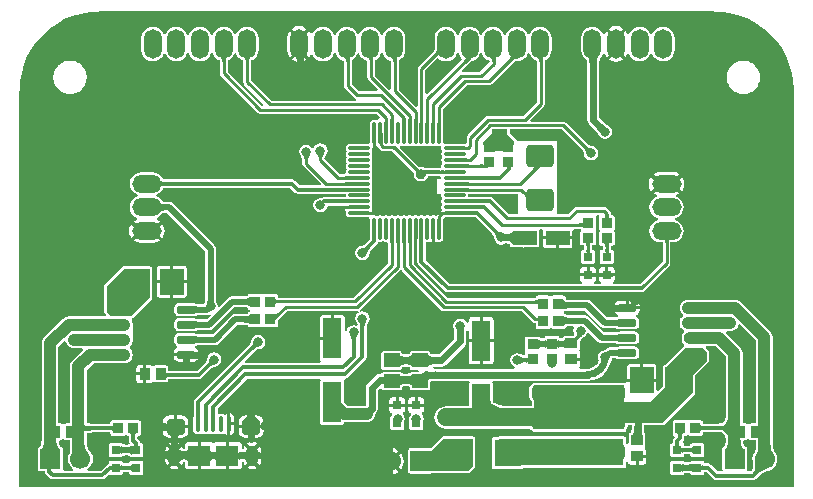
<source format=gtl>
G04 Layer_Physical_Order=1*
G04 Layer_Color=255*
%FSLAX44Y44*%
%MOMM*%
G71*
G01*
G75*
%ADD10C,0.6000*%
%ADD11R,0.8500X0.9500*%
%ADD12R,0.8000X0.8000*%
G04:AMPARAMS|DCode=13|XSize=3.2mm|YSize=2.65mm|CornerRadius=0mm|HoleSize=0mm|Usage=FLASHONLY|Rotation=90.000|XOffset=0mm|YOffset=0mm|HoleType=Round|Shape=Octagon|*
%AMOCTAGOND13*
4,1,8,0.6625,1.6000,-0.6625,1.6000,-1.3250,0.9375,-1.3250,-0.9375,-0.6625,-1.6000,0.6625,-1.6000,1.3250,-0.9375,1.3250,0.9375,0.6625,1.6000,0.0*
%
%ADD13OCTAGOND13*%

G04:AMPARAMS|DCode=14|XSize=0.7mm|YSize=1.6mm|CornerRadius=0.175mm|HoleSize=0mm|Usage=FLASHONLY|Rotation=90.000|XOffset=0mm|YOffset=0mm|HoleType=Round|Shape=RoundedRectangle|*
%AMROUNDEDRECTD14*
21,1,0.7000,1.2500,0,0,90.0*
21,1,0.3500,1.6000,0,0,90.0*
1,1,0.3500,0.6250,0.1750*
1,1,0.3500,0.6250,-0.1750*
1,1,0.3500,-0.6250,-0.1750*
1,1,0.3500,-0.6250,0.1750*
%
%ADD14ROUNDEDRECTD14*%
%ADD15R,0.9000X1.0000*%
%ADD16R,1.0000X0.9000*%
G04:AMPARAMS|DCode=17|XSize=0.28mm|YSize=1.8mm|CornerRadius=0.049mm|HoleSize=0mm|Usage=FLASHONLY|Rotation=180.000|XOffset=0mm|YOffset=0mm|HoleType=Round|Shape=RoundedRectangle|*
%AMROUNDEDRECTD17*
21,1,0.2800,1.7020,0,0,180.0*
21,1,0.1820,1.8000,0,0,180.0*
1,1,0.0980,-0.0910,0.8510*
1,1,0.0980,0.0910,0.8510*
1,1,0.0980,0.0910,-0.8510*
1,1,0.0980,-0.0910,-0.8510*
%
%ADD17ROUNDEDRECTD17*%
G04:AMPARAMS|DCode=18|XSize=0.28mm|YSize=1.8mm|CornerRadius=0.049mm|HoleSize=0mm|Usage=FLASHONLY|Rotation=270.000|XOffset=0mm|YOffset=0mm|HoleType=Round|Shape=RoundedRectangle|*
%AMROUNDEDRECTD18*
21,1,0.2800,1.7020,0,0,270.0*
21,1,0.1820,1.8000,0,0,270.0*
1,1,0.0980,-0.8510,-0.0910*
1,1,0.0980,-0.8510,0.0910*
1,1,0.0980,0.8510,0.0910*
1,1,0.0980,0.8510,-0.0910*
%
%ADD18ROUNDEDRECTD18*%
%ADD19R,1.6000X3.5000*%
%ADD20R,0.9500X0.8500*%
G04:AMPARAMS|DCode=21|XSize=1.2mm|YSize=2mm|CornerRadius=0.24mm|HoleSize=0mm|Usage=FLASHONLY|Rotation=90.000|XOffset=0mm|YOffset=0mm|HoleType=Round|Shape=RoundedRectangle|*
%AMROUNDEDRECTD21*
21,1,1.2000,1.5200,0,0,90.0*
21,1,0.7200,2.0000,0,0,90.0*
1,1,0.4800,0.7600,0.3600*
1,1,0.4800,0.7600,-0.3600*
1,1,0.4800,-0.7600,-0.3600*
1,1,0.4800,-0.7600,0.3600*
%
%ADD21ROUNDEDRECTD21*%
G04:AMPARAMS|DCode=22|XSize=1.9mm|YSize=2.4mm|CornerRadius=0.38mm|HoleSize=0mm|Usage=FLASHONLY|Rotation=90.000|XOffset=0mm|YOffset=0mm|HoleType=Round|Shape=RoundedRectangle|*
%AMROUNDEDRECTD22*
21,1,1.9000,1.6400,0,0,90.0*
21,1,1.1400,2.4000,0,0,90.0*
1,1,0.7600,0.8200,0.5700*
1,1,0.7600,0.8200,-0.5700*
1,1,0.7600,-0.8200,-0.5700*
1,1,0.7600,-0.8200,0.5700*
%
%ADD22ROUNDEDRECTD22*%
G04:AMPARAMS|DCode=23|XSize=2.3mm|YSize=2.3mm|CornerRadius=0.575mm|HoleSize=0mm|Usage=FLASHONLY|Rotation=0.000|XOffset=0mm|YOffset=0mm|HoleType=Round|Shape=RoundedRectangle|*
%AMROUNDEDRECTD23*
21,1,2.3000,1.1500,0,0,0.0*
21,1,1.1500,2.3000,0,0,0.0*
1,1,1.1500,0.5750,-0.5750*
1,1,1.1500,-0.5750,-0.5750*
1,1,1.1500,-0.5750,0.5750*
1,1,1.1500,0.5750,0.5750*
%
%ADD23ROUNDEDRECTD23*%
%ADD24R,2.3000X2.3000*%
%ADD25R,1.3500X1.1500*%
%ADD26R,2.0000X1.2000*%
%ADD27R,1.9000X1.8000*%
G04:AMPARAMS|DCode=28|XSize=1.6mm|YSize=1.4mm|CornerRadius=0.35mm|HoleSize=0mm|Usage=FLASHONLY|Rotation=0.000|XOffset=0mm|YOffset=0mm|HoleType=Round|Shape=RoundedRectangle|*
%AMROUNDEDRECTD28*
21,1,1.6000,0.7000,0,0,0.0*
21,1,0.9000,1.4000,0,0,0.0*
1,1,0.7000,0.4500,-0.3500*
1,1,0.7000,-0.4500,-0.3500*
1,1,0.7000,-0.4500,0.3500*
1,1,0.7000,0.4500,0.3500*
%
%ADD28ROUNDEDRECTD28*%
%ADD29O,0.4000X1.3500*%
%ADD30R,2.0000X2.2000*%
%ADD31C,0.2500*%
%ADD32C,0.5000*%
%ADD33C,1.0000*%
%ADD34C,0.3000*%
%ADD35C,1.5000*%
%ADD36C,0.4000*%
%ADD37R,10.6000X2.3000*%
%ADD38R,7.6000X3.7000*%
%ADD39R,1.8000X2.5000*%
%ADD40O,1.0000X1.8000*%
%ADD41C,1.7000*%
%ADD42R,1.7000X1.7000*%
%ADD43O,2.5000X1.5000*%
%ADD44O,1.5000X2.5000*%
%ADD45C,0.8000*%
%ADD46C,0.6000*%
G36*
X590724Y405920D02*
X592000Y405666D01*
X593483Y405625D01*
X599469Y405289D01*
X606844Y404035D01*
X614032Y401964D01*
X620943Y399102D01*
X627491Y395483D01*
X633592Y391154D01*
X639170Y386170D01*
X644154Y380592D01*
X648483Y374491D01*
X652102Y367944D01*
X654964Y361032D01*
X657035Y353844D01*
X658288Y346469D01*
X658624Y340483D01*
X658666Y339000D01*
X658920Y337724D01*
X658941Y337692D01*
Y3059D01*
X3059D01*
Y337692D01*
X3080Y337724D01*
X3334Y339000D01*
X3375Y340483D01*
X3711Y346469D01*
X4965Y353844D01*
X7035Y361032D01*
X9898Y367943D01*
X13517Y374491D01*
X17846Y380592D01*
X22830Y386170D01*
X28408Y391154D01*
X34509Y395483D01*
X41056Y399102D01*
X47968Y401964D01*
X55156Y404035D01*
X62531Y405289D01*
X68517Y405625D01*
X70000Y405666D01*
X71276Y405920D01*
X71308Y405941D01*
X590692D01*
X590724Y405920D01*
D02*
G37*
%LPC*%
G36*
X136962Y40788D02*
X137044Y40229D01*
X137210Y39415D01*
X137334Y38955D01*
X138427Y40049D01*
X138053Y40336D01*
X136962Y40788D01*
D02*
G37*
G36*
X177980Y41340D02*
X169750D01*
X168759Y41143D01*
X167919Y40581D01*
X166581D01*
X165741Y41143D01*
X164750Y41340D01*
X156520D01*
Y29750D01*
Y18160D01*
X164750D01*
X165741Y18357D01*
X166581Y18919D01*
X167919D01*
X168759Y18357D01*
X169750Y18160D01*
X177980D01*
Y29750D01*
Y41340D01*
D02*
G37*
G36*
X516480Y160924D02*
X511500D01*
X509826Y160591D01*
X508407Y159643D01*
X507459Y158224D01*
X507126Y156550D01*
Y156070D01*
X516480D01*
Y160924D01*
D02*
G37*
G36*
X131538Y40788D02*
X130448Y40336D01*
X130073Y40049D01*
X131166Y38955D01*
X131290Y39415D01*
X131455Y40229D01*
X131538Y40788D01*
D02*
G37*
G36*
X197980Y52980D02*
X188592D01*
Y50750D01*
X189060Y48393D01*
X190395Y46395D01*
X192393Y45061D01*
X194750Y44592D01*
X197980D01*
Y52980D01*
D02*
G37*
G36*
X209908D02*
X200520D01*
Y44592D01*
X203750D01*
X206107Y45061D01*
X208105Y46395D01*
X209440Y48393D01*
X209908Y50750D01*
Y52980D01*
D02*
G37*
G36*
X524000Y160924D02*
X519020D01*
Y156070D01*
X528374D01*
Y156550D01*
X528041Y158224D01*
X527093Y159643D01*
X525674Y160591D01*
X524000Y160924D01*
D02*
G37*
G36*
X145908Y52980D02*
X136520D01*
Y47380D01*
X139250Y47281D01*
X138775Y47237D01*
X138350Y47069D01*
X137975Y46776D01*
X137650Y46360D01*
X137375Y45819D01*
X137150Y45154D01*
X137025Y44592D01*
X139750D01*
X142107Y45061D01*
X144105Y46395D01*
X145440Y48393D01*
X145908Y50750D01*
Y52980D01*
D02*
G37*
G36*
X153980Y41340D02*
X145750D01*
X144759Y41143D01*
X143919Y40581D01*
X143357Y39741D01*
X143160Y38750D01*
Y35328D01*
X141660Y35230D01*
X141596Y35718D01*
X140836Y37552D01*
X140549Y37927D01*
X135311Y32689D01*
X134250Y33750D01*
X133189Y32689D01*
X127951Y37927D01*
X127664Y37552D01*
X126904Y35718D01*
X126645Y33750D01*
Y33258D01*
X127149Y33350D01*
X127863Y33547D01*
X128448Y33787D01*
X128905Y34071D01*
X129232Y34399D01*
X129430Y34771D01*
X129499Y35186D01*
X129393Y24806D01*
X129333Y25223D01*
X129144Y25596D01*
X128827Y25925D01*
X128381Y26210D01*
X127806Y26451D01*
X127102Y26649D01*
X126645Y26733D01*
Y25750D01*
X126904Y23782D01*
X127664Y21948D01*
X127951Y21573D01*
X133189Y26811D01*
X134250Y25750D01*
X135311Y26811D01*
X140549Y21573D01*
X140836Y21948D01*
X141596Y23782D01*
X141660Y24270D01*
X143160Y24172D01*
Y20750D01*
X143357Y19759D01*
X143919Y18919D01*
X144759Y18357D01*
X145750Y18160D01*
X153980D01*
Y29750D01*
Y41340D01*
D02*
G37*
G36*
X528605Y107090D02*
X519875D01*
X518884Y106893D01*
X518044Y106331D01*
X517482Y105491D01*
X517285Y104500D01*
Y94770D01*
X528605D01*
Y107090D01*
D02*
G37*
G36*
X142125Y190590D02*
X133395D01*
Y178270D01*
X144715D01*
Y188000D01*
X144518Y188991D01*
X143956Y189831D01*
X143116Y190393D01*
X142125Y190590D01*
D02*
G37*
G36*
X539875Y107090D02*
X531145D01*
Y94770D01*
X542465D01*
Y104500D01*
X542268Y105491D01*
X541706Y106331D01*
X540866Y106893D01*
X539875Y107090D01*
D02*
G37*
G36*
X134635Y36256D02*
X133865D01*
X134250Y35871D01*
X134635Y36256D01*
D02*
G37*
G36*
X107855Y97730D02*
X102035D01*
Y94000D01*
X102232Y93009D01*
X102794Y92169D01*
X103634Y91607D01*
X104625Y91410D01*
X107855D01*
Y97730D01*
D02*
G37*
G36*
X124082Y225960D02*
X118121Y220000D01*
X124082Y214040D01*
X124770Y214937D01*
X125782Y217379D01*
X126127Y220000D01*
X125782Y222621D01*
X124770Y225063D01*
X124082Y225960D01*
D02*
G37*
G36*
X200250Y41355D02*
X198282Y41096D01*
X196448Y40336D01*
X196073Y40049D01*
X200250Y35871D01*
X204427Y40049D01*
X204053Y40336D01*
X202218Y41096D01*
X200250Y41355D01*
D02*
G37*
G36*
X343000Y79090D02*
X340270D01*
Y73770D01*
X345590D01*
Y76500D01*
X345393Y77491D01*
X344831Y78331D01*
X343991Y78893D01*
X343000Y79090D01*
D02*
G37*
G36*
X130855Y190590D02*
X122125D01*
X121134Y190393D01*
X120294Y189831D01*
X119732Y188991D01*
X119535Y188000D01*
Y178270D01*
X130855D01*
Y190590D01*
D02*
G37*
G36*
X133980Y63908D02*
X130750D01*
X128393Y63439D01*
X126395Y62105D01*
X125061Y60107D01*
X124592Y57750D01*
Y57386D01*
X124668Y57392D01*
X125412Y57502D01*
X126041Y57643D01*
X126556Y57816D01*
X126957Y58020D01*
X127243Y58256D01*
X127415Y58523D01*
X127472Y58822D01*
Y55520D01*
X133980D01*
Y63908D01*
D02*
G37*
G36*
X329590Y71230D02*
X316410D01*
Y68500D01*
X316607Y67509D01*
X317169Y66669D01*
X318009Y66107D01*
X318112Y66087D01*
X318357Y65706D01*
X318671Y64446D01*
X317752Y63072D01*
X317558Y62942D01*
X317116Y62280D01*
X316961Y61500D01*
Y53500D01*
X317116Y52720D01*
X317558Y52058D01*
X318220Y51616D01*
X319000Y51461D01*
X327000D01*
X327780Y51616D01*
X328442Y52058D01*
X328884Y52720D01*
X329039Y53500D01*
Y58849D01*
X329367Y60500D01*
X328902Y62841D01*
X327771Y64534D01*
X327899Y65448D01*
X327975Y65761D01*
X328174Y66230D01*
X328831Y66669D01*
X329393Y67509D01*
X329590Y68500D01*
Y71230D01*
D02*
G37*
G36*
X345590D02*
X332410D01*
Y68500D01*
X332607Y67509D01*
X333169Y66669D01*
X334009Y66107D01*
X334112Y66087D01*
X334357Y65706D01*
X334671Y64446D01*
X333752Y63071D01*
X333558Y62942D01*
X333116Y62280D01*
X332961Y61500D01*
Y53500D01*
X333116Y52720D01*
X333558Y52058D01*
X334220Y51616D01*
X335000Y51461D01*
X343000D01*
X343780Y51616D01*
X344442Y52058D01*
X344884Y52720D01*
X345039Y53500D01*
Y58850D01*
X345368Y60500D01*
X344902Y62841D01*
X343771Y64534D01*
X343899Y65449D01*
X343975Y65761D01*
X344174Y66230D01*
X344831Y66669D01*
X345393Y67509D01*
X345590Y68500D01*
Y71230D01*
D02*
G37*
G36*
X139750Y63908D02*
X136520D01*
Y55520D01*
X145908D01*
Y57750D01*
X145440Y60107D01*
X144105Y62105D01*
X142107Y63439D01*
X139750Y63908D01*
D02*
G37*
G36*
X97918Y225960D02*
X97230Y225063D01*
X96218Y222621D01*
X95873Y220000D01*
X96218Y217379D01*
X97230Y214937D01*
X97918Y214040D01*
X103879Y220000D01*
X97918Y225960D01*
D02*
G37*
G36*
X195839Y63908D02*
X194750D01*
X192393Y63439D01*
X190395Y62105D01*
X189060Y60107D01*
X188592Y57750D01*
Y55520D01*
X197980D01*
Y60856D01*
X193262D01*
X193829Y60932D01*
X194338Y61160D01*
X194786Y61539D01*
X195174Y62071D01*
X195503Y62754D01*
X195772Y63590D01*
X195839Y63908D01*
D02*
G37*
G36*
X203750D02*
X202661D01*
X202728Y63590D01*
X202997Y62754D01*
X203326Y62071D01*
X203714Y61539D01*
X204163Y61160D01*
X204671Y60932D01*
X205238Y60856D01*
X200520D01*
Y55520D01*
X209908D01*
Y57750D01*
X209440Y60107D01*
X208105Y62105D01*
X206107Y63439D01*
X203750Y63908D01*
D02*
G37*
G36*
X537918Y265960D02*
X537230Y265063D01*
X536218Y262621D01*
X535873Y260000D01*
X536218Y257379D01*
X537230Y254937D01*
X537918Y254040D01*
X543879Y260000D01*
X537918Y265960D01*
D02*
G37*
G36*
X184879Y55230D02*
X181520D01*
Y47374D01*
X182022Y47473D01*
X183523Y48477D01*
X184527Y49979D01*
X184879Y51750D01*
Y55230D01*
D02*
G37*
G36*
X337730Y79090D02*
X335000D01*
X334009Y78893D01*
X333169Y78331D01*
X332607Y77491D01*
X332410Y76500D01*
Y73770D01*
X337730D01*
Y79090D01*
D02*
G37*
G36*
X564082Y265960D02*
X558121Y260000D01*
X564082Y254040D01*
X564770Y254937D01*
X565782Y257379D01*
X566127Y260000D01*
X565782Y262621D01*
X564770Y265063D01*
X564082Y265960D01*
D02*
G37*
G36*
X130855Y175730D02*
X119535D01*
Y166000D01*
X119732Y165009D01*
X120294Y164169D01*
X121134Y163607D01*
X122125Y163410D01*
X130855D01*
Y175730D01*
D02*
G37*
G36*
X144715D02*
X133395D01*
Y163410D01*
X142125D01*
X143116Y163607D01*
X143956Y164169D01*
X144518Y165009D01*
X144715Y166000D01*
Y175730D01*
D02*
G37*
G36*
X133980Y52980D02*
X127472D01*
Y49678D01*
X127415Y49977D01*
X127243Y50244D01*
X126957Y50480D01*
X126556Y50684D01*
X126041Y50857D01*
X125412Y50999D01*
X124668Y51108D01*
X124592Y51115D01*
Y50750D01*
X125061Y48393D01*
X126395Y46395D01*
X128393Y45061D01*
X130750Y44592D01*
X131501D01*
X131352Y45299D01*
X131128Y46000D01*
X130854Y46578D01*
X130531Y47031D01*
X130157Y47359D01*
X129734Y47564D01*
X129262Y47644D01*
X133980Y47473D01*
Y52980D01*
D02*
G37*
G36*
X327000Y79090D02*
X324270D01*
Y73770D01*
X329590D01*
Y76500D01*
X329393Y77491D01*
X328831Y78331D01*
X327991Y78893D01*
X327000Y79090D01*
D02*
G37*
G36*
X240083Y371129D02*
X234123Y365168D01*
X235020Y364480D01*
X237462Y363468D01*
X238306Y363357D01*
X238276Y363708D01*
X238102Y364652D01*
X237879Y365438D01*
X237605Y366065D01*
X237282Y366534D01*
X236909Y366844D01*
X236487Y366996D01*
X236014Y366990D01*
X243017Y368195D01*
X240083Y371129D01*
D02*
G37*
G36*
X508250D02*
X502290Y365168D01*
X503187Y364480D01*
X505629Y363468D01*
X508250Y363123D01*
X510871Y363468D01*
X513313Y364480D01*
X514210Y365168D01*
X508250Y371129D01*
D02*
G37*
G36*
X362000Y46039D02*
X361220Y45884D01*
X360558Y45442D01*
X360558Y45442D01*
X351155Y36039D01*
X334000D01*
X333220Y35884D01*
X332558Y35442D01*
X332116Y34780D01*
X331961Y34000D01*
Y17000D01*
X332116Y16220D01*
X332259Y16005D01*
X332316Y15720D01*
X332758Y15058D01*
X333420Y14616D01*
X334200Y14461D01*
X351200D01*
X351980Y14616D01*
X352496Y14961D01*
X383000D01*
X383000Y14961D01*
X383780Y15116D01*
X384442Y15558D01*
X388442Y19558D01*
X388884Y20220D01*
X389039Y21000D01*
X389039Y44000D01*
X388884Y44780D01*
X388442Y45442D01*
X387780Y45884D01*
X387000Y46039D01*
X362000Y46039D01*
D02*
G37*
G36*
X113250Y190039D02*
X91500D01*
X90720Y189884D01*
X90058Y189442D01*
X90058Y189442D01*
X75558Y174942D01*
X75116Y174280D01*
X74961Y173500D01*
Y153461D01*
X74940Y153300D01*
X74961Y153139D01*
Y151500D01*
X75116Y150720D01*
X75558Y150058D01*
X76015Y149601D01*
X76353Y149160D01*
X75613Y147660D01*
X44850D01*
X43023Y147420D01*
X41320Y146714D01*
X39858Y145592D01*
X24008Y129742D01*
X22886Y128280D01*
X22180Y126577D01*
X21940Y124750D01*
Y46763D01*
X21839Y43264D01*
X21693Y41576D01*
X21492Y40141D01*
X21247Y38989D01*
X20978Y38142D01*
X20731Y37629D01*
X20627Y37496D01*
X20478Y37466D01*
X20476Y37465D01*
X20070Y37384D01*
X19408Y36942D01*
X18966Y36280D01*
X18882Y35860D01*
X18882Y35858D01*
Y35856D01*
X18811Y35500D01*
Y18500D01*
X18966Y17720D01*
X19408Y17058D01*
X20070Y16616D01*
X20850Y16461D01*
X24731D01*
Y16200D01*
X25003Y14834D01*
X25777Y13677D01*
X28727Y10727D01*
X29884Y9953D01*
X31250Y9681D01*
X73250D01*
X74616Y9953D01*
X75773Y10727D01*
X79123Y14076D01*
X79308Y14058D01*
X79970Y13616D01*
X80750Y13461D01*
X88750D01*
X89530Y13616D01*
X90192Y14058D01*
X90634Y14720D01*
X90789Y15500D01*
Y15848D01*
X90793Y15849D01*
X91593Y15931D01*
X95246D01*
X95527Y15911D01*
X95923Y15856D01*
X95961Y15848D01*
Y15500D01*
X96116Y14720D01*
X96558Y14058D01*
X97220Y13616D01*
X98000Y13461D01*
X106000D01*
X106780Y13616D01*
X107442Y14058D01*
X107884Y14720D01*
X108039Y15500D01*
Y23500D01*
X107884Y24280D01*
X107442Y24942D01*
X106780Y25384D01*
X106000Y25539D01*
X98000D01*
X97220Y25384D01*
X96558Y24942D01*
X96116Y24280D01*
X95961Y23500D01*
Y23152D01*
X95957Y23151D01*
X95157Y23069D01*
X91504D01*
X91223Y23089D01*
X90827Y23144D01*
X90789Y23152D01*
Y23500D01*
X90634Y24280D01*
X90192Y24942D01*
X89530Y25384D01*
X88750Y25539D01*
X80750D01*
X79970Y25384D01*
X79308Y24942D01*
X78866Y24280D01*
X78711Y23500D01*
Y22912D01*
X78134Y22797D01*
X76977Y22023D01*
X71772Y16819D01*
X61193D01*
X60684Y18319D01*
X62239Y19511D01*
X63922Y21705D01*
X64980Y24259D01*
X65341Y27000D01*
X64980Y29741D01*
X63922Y32295D01*
X62239Y34489D01*
X61788Y34834D01*
X61787Y34836D01*
X61453Y35185D01*
X61223Y35520D01*
X60979Y36001D01*
X60742Y36633D01*
X60526Y37412D01*
X60339Y38336D01*
X60192Y39375D01*
X60012Y41940D01*
X60010Y42027D01*
Y48906D01*
X68170Y49431D01*
X79496D01*
X79777Y49411D01*
X80173Y49356D01*
X80211Y49348D01*
Y48500D01*
X80366Y47720D01*
X80808Y47058D01*
X81470Y46616D01*
X82250Y46461D01*
X90750D01*
X91530Y46616D01*
X92098Y46995D01*
X92168Y47035D01*
X93000Y47049D01*
X93833Y47035D01*
X93903Y46995D01*
X94470Y46616D01*
X95250Y46461D01*
X95844D01*
X95849Y46439D01*
X95932Y45649D01*
Y42500D01*
X96203Y41134D01*
X96454Y40759D01*
X96343Y40380D01*
X95674Y39274D01*
X95589Y39258D01*
X93511Y39088D01*
X93078D01*
X91853Y39163D01*
X91210Y39248D01*
X90710Y39348D01*
X90559Y39393D01*
X90192Y39942D01*
X89530Y40384D01*
X89084Y40473D01*
X89083Y40473D01*
X89083D01*
X88750Y40539D01*
X80750D01*
X79970Y40384D01*
X79308Y39942D01*
X78866Y39280D01*
X78711Y38500D01*
Y30500D01*
X78866Y29720D01*
X79308Y29058D01*
X79970Y28616D01*
X80750Y28461D01*
X88750D01*
X89083Y28527D01*
X89083D01*
X89084Y28527D01*
X89530Y28616D01*
X90192Y29058D01*
X90559Y29607D01*
X90710Y29652D01*
X91161Y29743D01*
X93239Y29912D01*
X93672D01*
X94897Y29837D01*
X95540Y29752D01*
X96040Y29652D01*
X96191Y29607D01*
X96558Y29058D01*
X97220Y28616D01*
X97666Y28527D01*
X97667Y28527D01*
X97667D01*
X98000Y28461D01*
X106000D01*
X106780Y28616D01*
X107442Y29058D01*
X107884Y29720D01*
X108039Y30500D01*
Y38500D01*
X107884Y39280D01*
X107442Y39942D01*
X106780Y40384D01*
X106000Y40539D01*
X105461D01*
X105297Y41366D01*
X104523Y42523D01*
X103069Y43978D01*
Y45738D01*
X103089Y46013D01*
X103143Y46405D01*
X103156Y46461D01*
X103750D01*
X104530Y46616D01*
X105192Y47058D01*
X105634Y47720D01*
X105789Y48500D01*
Y58000D01*
X105634Y58780D01*
X105192Y59442D01*
X104530Y59884D01*
X103750Y60039D01*
X95250D01*
X94470Y59884D01*
X93903Y59505D01*
X93833Y59465D01*
X93000Y59451D01*
X92168Y59465D01*
X92098Y59505D01*
X91530Y59884D01*
X90750Y60039D01*
X82250D01*
X81470Y59884D01*
X80808Y59442D01*
X80366Y58780D01*
X80211Y58000D01*
Y56652D01*
X80207Y56651D01*
X79407Y56569D01*
X69397D01*
X64288Y56680D01*
X61184Y56925D01*
X60032Y57083D01*
X60010Y57087D01*
Y102275D01*
X65875Y108140D01*
X92000D01*
X93827Y108380D01*
X95530Y109086D01*
X96993Y110208D01*
X98115Y111670D01*
X98820Y113373D01*
X99060Y115200D01*
X98820Y117027D01*
X98115Y118730D01*
X96993Y120192D01*
X96455Y120605D01*
Y122495D01*
X96993Y122908D01*
X98115Y124370D01*
X98820Y126073D01*
X98910Y126760D01*
X99538Y126719D01*
X99080Y141751D01*
X98910Y141740D01*
X98820Y142427D01*
X98115Y144130D01*
X97999Y144281D01*
X98167Y145230D01*
X98540Y146040D01*
X98942Y146308D01*
X98942Y146308D01*
X114942Y162308D01*
X115384Y162970D01*
X115539Y163750D01*
Y187750D01*
X115539Y187750D01*
X115384Y188530D01*
X114942Y189192D01*
X114942Y189192D01*
X114692Y189442D01*
X114030Y189884D01*
X113250Y190039D01*
D02*
G37*
G36*
X321730Y79090D02*
X319000D01*
X318009Y78893D01*
X317169Y78331D01*
X316607Y77491D01*
X316410Y76500D01*
Y73770D01*
X321730D01*
Y79090D01*
D02*
G37*
G36*
X154874Y113930D02*
X145520D01*
Y109076D01*
X150500D01*
X152174Y109409D01*
X153593Y110357D01*
X154541Y111776D01*
X154874Y113450D01*
Y113930D01*
D02*
G37*
G36*
X457480Y212730D02*
X446160D01*
Y208000D01*
X446357Y207009D01*
X446919Y206169D01*
X447759Y205607D01*
X448750Y205410D01*
X457480D01*
Y212730D01*
D02*
G37*
G36*
X471340D02*
X460020D01*
Y205410D01*
X468750D01*
X469741Y205607D01*
X470581Y206169D01*
X471143Y207009D01*
X471340Y208000D01*
Y212730D01*
D02*
G37*
G36*
X240083Y393377D02*
X237462Y393032D01*
X235020Y392020D01*
X234123Y391332D01*
X240083Y385371D01*
X246044Y391332D01*
X245147Y392020D01*
X242704Y393032D01*
X240083Y393377D01*
D02*
G37*
G36*
X508250D02*
X505629Y393032D01*
X503187Y392020D01*
X502290Y391332D01*
X508250Y385371D01*
X514210Y391332D01*
X513313Y392020D01*
X510871Y393032D01*
X508250Y393377D01*
D02*
G37*
G36*
X548250Y392832D02*
X545770Y392505D01*
X543459Y391548D01*
X541474Y390025D01*
X539952Y388041D01*
X538994Y385730D01*
X537505D01*
X536548Y388041D01*
X535025Y390025D01*
X533041Y391548D01*
X530730Y392505D01*
X528250Y392832D01*
X525770Y392505D01*
X523459Y391548D01*
X521474Y390025D01*
X519952Y388041D01*
X519354Y386598D01*
X517730D01*
X517020Y388313D01*
X516332Y389210D01*
X509311Y382189D01*
X508250Y383250D01*
X507189Y382189D01*
X500168Y389210D01*
X499480Y388313D01*
X498769Y386598D01*
X497146D01*
X496548Y388041D01*
X495025Y390025D01*
X493041Y391548D01*
X490730Y392505D01*
X488250Y392832D01*
X485770Y392505D01*
X483459Y391548D01*
X481474Y390025D01*
X479952Y388041D01*
X478994Y385730D01*
X478668Y383250D01*
Y373250D01*
X478994Y370770D01*
X479952Y368459D01*
X481474Y366474D01*
X483395Y365001D01*
X483530Y364497D01*
X483707Y363480D01*
X483902Y361016D01*
Y314000D01*
X484290Y312049D01*
X485395Y310395D01*
X492948Y302842D01*
X493159Y302610D01*
X493348Y301659D01*
X494674Y299674D01*
X496659Y298348D01*
X499000Y297882D01*
X501341Y298348D01*
X503326Y299674D01*
X504652Y301659D01*
X505118Y304000D01*
X504652Y306341D01*
X503326Y308326D01*
X501341Y309652D01*
X500519Y309815D01*
X498907Y311303D01*
X494098Y316112D01*
Y361329D01*
X494155Y363049D01*
X494291Y364441D01*
X494478Y365635D01*
X494599Y366147D01*
X495025Y366474D01*
X496548Y368459D01*
X497146Y369902D01*
X498769D01*
X499480Y368187D01*
X500168Y367290D01*
X507189Y374311D01*
X508250Y373250D01*
X509311Y374311D01*
X516332Y367290D01*
X517020Y368187D01*
X517730Y369902D01*
X519354D01*
X519952Y368459D01*
X521474Y366474D01*
X523459Y364952D01*
X525770Y363994D01*
X528250Y363668D01*
X530730Y363994D01*
X533041Y364952D01*
X535025Y366474D01*
X536548Y368459D01*
X537505Y370770D01*
X538994D01*
X539952Y368459D01*
X541474Y366474D01*
X543459Y364952D01*
X545770Y363994D01*
X548250Y363668D01*
X550730Y363994D01*
X553041Y364952D01*
X555025Y366474D01*
X556548Y368459D01*
X557505Y370770D01*
X557832Y373250D01*
Y383250D01*
X557505Y385730D01*
X556548Y388041D01*
X555025Y390025D01*
X553041Y391548D01*
X550730Y392505D01*
X548250Y392832D01*
D02*
G37*
G36*
X444167D02*
X441687Y392505D01*
X439376Y391548D01*
X437391Y390025D01*
X435868Y388041D01*
X434911Y385730D01*
X433422D01*
X432465Y388041D01*
X430942Y390025D01*
X428958Y391548D01*
X426647Y392505D01*
X424167Y392832D01*
X421687Y392505D01*
X419376Y391548D01*
X417391Y390025D01*
X415868Y388041D01*
X414911Y385730D01*
X413422D01*
X412465Y388041D01*
X410942Y390025D01*
X408958Y391548D01*
X406647Y392505D01*
X404167Y392832D01*
X401687Y392505D01*
X399376Y391548D01*
X397391Y390025D01*
X395868Y388041D01*
X394911Y385730D01*
X393422D01*
X392465Y388041D01*
X390942Y390025D01*
X388958Y391548D01*
X386647Y392505D01*
X384167Y392832D01*
X381687Y392505D01*
X379376Y391548D01*
X377391Y390025D01*
X375868Y388041D01*
X374911Y385730D01*
X373422D01*
X372465Y388041D01*
X370942Y390025D01*
X368958Y391548D01*
X366647Y392505D01*
X364167Y392832D01*
X361687Y392505D01*
X359376Y391548D01*
X357391Y390025D01*
X355868Y388041D01*
X354911Y385730D01*
X354585Y383250D01*
Y373300D01*
X354441Y373060D01*
X354244Y372781D01*
X353692Y372129D01*
X341157Y359593D01*
X340439Y358518D01*
X340186Y357250D01*
Y325460D01*
X338801Y324886D01*
X324314Y339372D01*
Y363865D01*
X324331Y364132D01*
X324377Y364517D01*
X324425Y364766D01*
X324874Y364952D01*
X326859Y366474D01*
X328382Y368459D01*
X329339Y370770D01*
X329665Y373250D01*
Y383250D01*
X329339Y385730D01*
X328382Y388041D01*
X326859Y390025D01*
X324874Y391548D01*
X322563Y392505D01*
X320083Y392832D01*
X317603Y392505D01*
X315292Y391548D01*
X313308Y390025D01*
X311785Y388041D01*
X310828Y385730D01*
X309339D01*
X308382Y388041D01*
X306859Y390025D01*
X304874Y391548D01*
X302563Y392505D01*
X300083Y392832D01*
X297603Y392505D01*
X295292Y391548D01*
X293308Y390025D01*
X291785Y388041D01*
X290828Y385730D01*
X289339D01*
X288382Y388041D01*
X286859Y390025D01*
X284874Y391548D01*
X282563Y392505D01*
X280083Y392832D01*
X277603Y392505D01*
X275292Y391548D01*
X273308Y390025D01*
X271785Y388041D01*
X270828Y385730D01*
X269339D01*
X268382Y388041D01*
X266859Y390025D01*
X264874Y391548D01*
X262563Y392505D01*
X260083Y392832D01*
X257603Y392505D01*
X255292Y391548D01*
X253308Y390025D01*
X251785Y388041D01*
X251187Y386598D01*
X249564D01*
X248853Y388313D01*
X248165Y389210D01*
X241144Y382189D01*
X240083Y383250D01*
X239023Y382189D01*
X232002Y389210D01*
X231313Y388313D01*
X230302Y385871D01*
X229957Y383250D01*
Y373250D01*
X230302Y370629D01*
X231313Y368187D01*
X232002Y367290D01*
X239023Y374311D01*
X240083Y373250D01*
X241144Y374311D01*
X248165Y367290D01*
X248853Y368187D01*
X249564Y369902D01*
X251187D01*
X251785Y368459D01*
X253308Y366474D01*
X255292Y364952D01*
X257603Y363994D01*
X260083Y363668D01*
X262563Y363994D01*
X264874Y364952D01*
X266859Y366474D01*
X268382Y368459D01*
X269339Y370770D01*
X270828D01*
X271785Y368459D01*
X273308Y366474D01*
X275292Y364952D01*
X277603Y363994D01*
X277635Y363990D01*
X277686Y363444D01*
Y343000D01*
X277939Y341732D01*
X278657Y340657D01*
X286657Y332657D01*
X287732Y331939D01*
X288360Y331814D01*
X288212Y330314D01*
X216373D01*
X199314Y347373D01*
Y363626D01*
X199331Y363888D01*
X199377Y364260D01*
X199400Y364375D01*
X200791Y364952D01*
X202775Y366474D01*
X204298Y368459D01*
X205256Y370770D01*
X205582Y373250D01*
Y383250D01*
X205256Y385730D01*
X204298Y388041D01*
X202775Y390025D01*
X200791Y391548D01*
X198480Y392505D01*
X196000Y392832D01*
X193520Y392505D01*
X191209Y391548D01*
X189225Y390025D01*
X187702Y388041D01*
X186745Y385730D01*
X185256D01*
X184298Y388041D01*
X182775Y390025D01*
X180791Y391548D01*
X178480Y392505D01*
X176000Y392832D01*
X173520Y392505D01*
X171209Y391548D01*
X169225Y390025D01*
X167702Y388041D01*
X166745Y385730D01*
X165256D01*
X164298Y388041D01*
X162775Y390025D01*
X160791Y391548D01*
X158480Y392505D01*
X156000Y392832D01*
X153520Y392505D01*
X151209Y391548D01*
X149225Y390025D01*
X147702Y388041D01*
X146745Y385730D01*
X145255D01*
X144298Y388041D01*
X142775Y390025D01*
X140791Y391548D01*
X138480Y392505D01*
X136000Y392832D01*
X133520Y392505D01*
X131209Y391548D01*
X129225Y390025D01*
X127702Y388041D01*
X126745Y385730D01*
X125255D01*
X124298Y388041D01*
X122775Y390025D01*
X120791Y391548D01*
X118480Y392505D01*
X116000Y392832D01*
X113520Y392505D01*
X111209Y391548D01*
X109225Y390025D01*
X107702Y388041D01*
X106744Y385730D01*
X106418Y383250D01*
Y373250D01*
X106744Y370770D01*
X107702Y368459D01*
X109225Y366474D01*
X111209Y364952D01*
X113520Y363994D01*
X116000Y363668D01*
X118480Y363994D01*
X120791Y364952D01*
X122775Y366474D01*
X124298Y368459D01*
X125255Y370770D01*
X126745D01*
X127702Y368459D01*
X129225Y366474D01*
X131209Y364952D01*
X133520Y363994D01*
X136000Y363668D01*
X138480Y363994D01*
X140791Y364952D01*
X142775Y366474D01*
X144298Y368459D01*
X145255Y370770D01*
X146745D01*
X147702Y368459D01*
X149225Y366474D01*
X151209Y364952D01*
X153520Y363994D01*
X156000Y363668D01*
X158480Y363994D01*
X160791Y364952D01*
X162775Y366474D01*
X164298Y368459D01*
X165256Y370770D01*
X166745D01*
X167702Y368459D01*
X169225Y366474D01*
X171209Y364952D01*
X172601Y364375D01*
X172617Y364290D01*
X172686Y363544D01*
Y353500D01*
X172939Y352232D01*
X173657Y351157D01*
X204657Y320157D01*
X205732Y319439D01*
X207000Y319186D01*
X305128D01*
X308214Y316099D01*
X307593Y314599D01*
X307590D01*
X306408Y314364D01*
X305514Y313767D01*
X305382Y313855D01*
X304410Y314049D01*
X302590D01*
X301618Y313855D01*
X300795Y313305D01*
X300245Y312481D01*
X300051Y311510D01*
Y294771D01*
X299452Y294011D01*
X298751Y293449D01*
X281990D01*
X281019Y293256D01*
X280195Y292705D01*
X279645Y291882D01*
X279451Y290910D01*
Y289090D01*
X279645Y288118D01*
X280058Y287500D01*
X279645Y286882D01*
X279451Y285910D01*
Y284090D01*
X279645Y283118D01*
X280058Y282500D01*
X279645Y281882D01*
X279451Y280910D01*
Y279090D01*
X279645Y278118D01*
X280058Y277500D01*
X279645Y276882D01*
X279451Y275910D01*
Y274090D01*
X279645Y273118D01*
X280058Y272500D01*
X279645Y271882D01*
X279451Y270910D01*
Y269090D01*
X278076Y268314D01*
X274373D01*
X261390Y281296D01*
X261420Y281469D01*
X261521Y281879D01*
X261651Y282286D01*
X261812Y282691D01*
X262004Y283096D01*
X262230Y283501D01*
X262490Y283908D01*
X262820Y284362D01*
X262896Y284528D01*
X263652Y285659D01*
X264118Y288000D01*
X263652Y290341D01*
X262326Y292326D01*
X260341Y293652D01*
X258000Y294118D01*
X255659Y293652D01*
X253674Y292326D01*
X252568Y290670D01*
X251361Y290467D01*
X250857Y290531D01*
X250326Y291326D01*
X248341Y292652D01*
X246000Y293118D01*
X243659Y292652D01*
X241674Y291326D01*
X240348Y289341D01*
X239883Y287000D01*
X240348Y284659D01*
X241104Y283528D01*
X241180Y283362D01*
X241510Y282908D01*
X241770Y282501D01*
X241996Y282095D01*
X242188Y281691D01*
X242349Y281286D01*
X242479Y280879D01*
X242580Y280469D01*
X242652Y280054D01*
X242686Y279717D01*
Y277000D01*
X242939Y275732D01*
X243657Y274657D01*
X258359Y259954D01*
X257785Y258569D01*
X240478D01*
X236523Y262523D01*
X235366Y263297D01*
X234000Y263569D01*
X126006D01*
X125658Y263591D01*
X125171Y263650D01*
X124804Y263721D01*
X124733Y263742D01*
X124724Y263764D01*
X124723Y263766D01*
X124722Y263768D01*
X124298Y264791D01*
X122775Y266775D01*
X120791Y268298D01*
X118480Y269256D01*
X116000Y269582D01*
X106000D01*
X103520Y269256D01*
X101209Y268298D01*
X99225Y266775D01*
X97702Y264791D01*
X96744Y262480D01*
X96418Y260000D01*
X96744Y257520D01*
X97702Y255209D01*
X99225Y253225D01*
X101209Y251702D01*
X103520Y250745D01*
Y249256D01*
X101209Y248298D01*
X99225Y246775D01*
X97702Y244791D01*
X96744Y242480D01*
X96418Y240000D01*
X96744Y237520D01*
X97702Y235209D01*
X99225Y233225D01*
X101209Y231702D01*
X102652Y231104D01*
Y229480D01*
X100937Y228770D01*
X100040Y228082D01*
X107061Y221061D01*
X106000Y220000D01*
X107061Y218939D01*
X100040Y211918D01*
X100937Y211230D01*
X103379Y210218D01*
X106000Y209873D01*
X116000D01*
X118621Y210218D01*
X121063Y211230D01*
X121960Y211918D01*
X114939Y218939D01*
X116000Y220000D01*
X114939Y221061D01*
X121960Y228082D01*
X121063Y228770D01*
X119348Y229480D01*
Y231104D01*
X120791Y231702D01*
X122775Y233225D01*
X124102Y234953D01*
X124685Y235111D01*
X125479Y235252D01*
X127412Y235412D01*
X128099D01*
X160412Y203099D01*
Y162164D01*
X160405Y161995D01*
X160310Y161067D01*
X160258Y160754D01*
X160202Y160510D01*
X160158Y160368D01*
X160148Y160345D01*
X160102Y160271D01*
X160055Y160149D01*
X159348Y159091D01*
X159109Y157888D01*
X155829D01*
X154468Y157971D01*
X153229Y158127D01*
X152810Y158211D01*
X152497Y158297D01*
X152328Y158362D01*
X152147Y158460D01*
X152145Y158461D01*
X151963Y158582D01*
X151391Y158696D01*
X151387Y158697D01*
X151386Y158697D01*
X150500Y158873D01*
X138000D01*
X136537Y158582D01*
X135296Y157754D01*
X134468Y156513D01*
X134177Y155050D01*
Y151550D01*
X134468Y150087D01*
X135296Y148846D01*
X136537Y148018D01*
X138000Y147727D01*
X150500D01*
X151386Y147903D01*
X151387Y147902D01*
X151391Y147904D01*
X151963Y148018D01*
X152145Y148139D01*
X152147Y148140D01*
X152328Y148238D01*
X152462Y148289D01*
X153282Y148482D01*
X153757Y148553D01*
X156388Y148712D01*
X161550D01*
X163306Y149061D01*
X164497Y149857D01*
X165453Y148692D01*
X161950Y145188D01*
X155829D01*
X154468Y145271D01*
X153229Y145427D01*
X152810Y145511D01*
X152497Y145597D01*
X152328Y145661D01*
X152147Y145760D01*
X152145Y145761D01*
X151963Y145882D01*
X151391Y145996D01*
X151387Y145997D01*
X151386Y145997D01*
X150500Y146173D01*
X138000D01*
X136537Y145882D01*
X135296Y145054D01*
X134468Y143813D01*
X134177Y142350D01*
Y138850D01*
X134468Y137387D01*
X135296Y136146D01*
X136537Y135318D01*
X138000Y135027D01*
X150500D01*
X151386Y135203D01*
X151387Y135203D01*
X151391Y135204D01*
X151963Y135318D01*
X152145Y135439D01*
X152147Y135440D01*
X152328Y135539D01*
X152462Y135589D01*
X153282Y135782D01*
X153757Y135852D01*
X156388Y136012D01*
X163850D01*
X165606Y136361D01*
X167094Y137356D01*
X185151Y155412D01*
X193768D01*
X194252Y155380D01*
X195019Y155286D01*
X195628Y155165D01*
X196065Y155032D01*
X196273Y154939D01*
X196366Y154470D01*
X196808Y153808D01*
X197470Y153366D01*
X198250Y153211D01*
Y151789D01*
X197470Y151634D01*
X196808Y151192D01*
X196366Y150530D01*
X196273Y150061D01*
X196065Y149968D01*
X195628Y149835D01*
X195050Y149720D01*
X193619Y149588D01*
X186000D01*
X184244Y149239D01*
X182756Y148244D01*
X166999Y132488D01*
X155829D01*
X154468Y132571D01*
X153229Y132727D01*
X152810Y132811D01*
X152497Y132897D01*
X152328Y132962D01*
X152147Y133060D01*
X152145Y133061D01*
X151963Y133182D01*
X151391Y133296D01*
X151387Y133297D01*
X151386Y133297D01*
X150500Y133473D01*
X138000D01*
X136537Y133182D01*
X135296Y132354D01*
X134468Y131113D01*
X134177Y129650D01*
Y126150D01*
X134468Y124687D01*
X135296Y123446D01*
X136537Y122618D01*
X136676Y122590D01*
Y121061D01*
X136326Y120991D01*
X134907Y120043D01*
X133959Y118624D01*
X133626Y116950D01*
Y116470D01*
X144250D01*
X154874D01*
Y116950D01*
X154541Y118624D01*
X153593Y120043D01*
X152174Y120991D01*
X151825Y121061D01*
Y122590D01*
X151963Y122618D01*
X152145Y122739D01*
X152147Y122740D01*
X152328Y122838D01*
X152462Y122889D01*
X153282Y123082D01*
X153757Y123153D01*
X156388Y123312D01*
X168900D01*
X170656Y123661D01*
X172144Y124656D01*
X187901Y140412D01*
X193768D01*
X194252Y140380D01*
X195019Y140286D01*
X195628Y140165D01*
X196065Y140032D01*
X196273Y139939D01*
X196366Y139470D01*
X196808Y138808D01*
X197470Y138366D01*
X198250Y138211D01*
X206750D01*
X207530Y138366D01*
X208098Y138745D01*
X208168Y138785D01*
X209000Y138799D01*
X209832Y138785D01*
X209902Y138745D01*
X210470Y138366D01*
X211250Y138211D01*
X219750D01*
X220530Y138366D01*
X221192Y138808D01*
X221634Y139470D01*
X221789Y140250D01*
Y143517D01*
X221813Y143596D01*
X221895Y143802D01*
X222015Y144041D01*
X222177Y144309D01*
X222368Y144583D01*
X222854Y145168D01*
X229873Y152186D01*
X289114D01*
X289732Y152309D01*
X289853Y152333D01*
X290438Y150920D01*
X290364Y150871D01*
X289174Y150076D01*
X287848Y148091D01*
X287383Y145750D01*
X287848Y143409D01*
X288599Y142286D01*
X288672Y142123D01*
X288948Y141738D01*
X289157Y141398D01*
X289341Y141046D01*
X289501Y140677D01*
X288413Y139687D01*
X288341Y139652D01*
X286000Y140118D01*
X283659Y139652D01*
X281674Y138326D01*
X280348Y136341D01*
X280090Y135042D01*
X278590Y135190D01*
Y146500D01*
X278393Y147491D01*
X277831Y148331D01*
X276991Y148893D01*
X276000Y149090D01*
X269270D01*
Y129000D01*
X268000D01*
Y127730D01*
X257410D01*
Y111500D01*
X257607Y110509D01*
X258169Y109669D01*
X258319Y109569D01*
X257864Y108069D01*
X194487D01*
X193865Y109569D01*
X202800Y118503D01*
X203026Y118694D01*
X203390Y118965D01*
X203755Y119203D01*
X204121Y119409D01*
X204491Y119585D01*
X204865Y119732D01*
X205244Y119852D01*
X205632Y119944D01*
X206099Y120022D01*
X206266Y120084D01*
X207591Y120348D01*
X209576Y121674D01*
X210902Y123659D01*
X211367Y126000D01*
X210902Y128341D01*
X209576Y130326D01*
X207591Y131652D01*
X205250Y132118D01*
X202909Y131652D01*
X200924Y130326D01*
X199598Y128341D01*
X199335Y127016D01*
X199272Y126849D01*
X199194Y126382D01*
X199102Y125994D01*
X198982Y125615D01*
X198835Y125241D01*
X198659Y124872D01*
X198453Y124505D01*
X198215Y124140D01*
X197944Y123776D01*
X197753Y123550D01*
X151727Y77523D01*
X150953Y76366D01*
X150681Y75000D01*
Y64669D01*
X150657Y63880D01*
X150595Y63168D01*
X150566Y62964D01*
X150558Y62924D01*
X150482Y62811D01*
X150172Y61250D01*
Y51750D01*
X150482Y50189D01*
X151366Y48866D01*
X152689Y47982D01*
X154250Y47672D01*
X155811Y47982D01*
X156393Y48371D01*
X157500Y48743D01*
X158607Y48371D01*
X159189Y47982D01*
X160750Y47672D01*
X162311Y47982D01*
X162893Y48371D01*
X164000Y48743D01*
X165107Y48371D01*
X165689Y47982D01*
X167250Y47672D01*
X168811Y47982D01*
X169393Y48371D01*
X170500Y48743D01*
X171607Y48371D01*
X172189Y47982D01*
X173750Y47672D01*
X175311Y47982D01*
X175444Y48071D01*
X176977Y48477D01*
X178479Y47473D01*
X178980Y47374D01*
Y56500D01*
Y65626D01*
X178479Y65527D01*
X176977Y64523D01*
X175444Y64929D01*
X175311Y65018D01*
X173750Y65328D01*
X172324Y65045D01*
X172236Y65047D01*
X172121Y65062D01*
X170819Y65906D01*
Y69772D01*
X195978Y94931D01*
X257545D01*
X258217Y93431D01*
X258116Y93280D01*
X257961Y92500D01*
Y57500D01*
X258116Y56720D01*
X258558Y56058D01*
X259220Y55616D01*
X260000Y55461D01*
X276000D01*
X276780Y55616D01*
X277442Y56058D01*
X277884Y56720D01*
X278039Y57500D01*
Y57940D01*
X297000D01*
X298827Y58180D01*
X300530Y58885D01*
X301992Y60008D01*
X303114Y61470D01*
X303820Y63173D01*
X303922Y63949D01*
X303981Y64109D01*
X304014Y64315D01*
X304046Y64441D01*
X304093Y64580D01*
X304158Y64734D01*
X304245Y64901D01*
X304355Y65084D01*
X304475Y65257D01*
X304517Y65307D01*
X305105Y65895D01*
X306210Y67549D01*
X306598Y69500D01*
Y85138D01*
X308019Y86559D01*
X309520Y86240D01*
X309690Y86109D01*
X310058Y85558D01*
X310720Y85116D01*
X311500Y84961D01*
X325000D01*
X325780Y85116D01*
X326442Y85558D01*
X326884Y86220D01*
X327039Y87000D01*
Y88071D01*
X327190Y88188D01*
X327541Y88366D01*
X328096Y88554D01*
X328812Y88714D01*
X330375Y88876D01*
X330718Y88851D01*
X331654Y88722D01*
X332405Y88554D01*
X332959Y88366D01*
X333310Y88188D01*
X333461Y88071D01*
Y87000D01*
X333616Y86220D01*
X334058Y85558D01*
X334720Y85116D01*
X335500Y84961D01*
X349000D01*
X349780Y85116D01*
X350442Y85558D01*
X350884Y86220D01*
X351039Y87000D01*
Y92319D01*
X351193Y92437D01*
X351544Y92616D01*
X352099Y92804D01*
X352815Y92964D01*
X354624Y93152D01*
X383700D01*
X384024Y92695D01*
X384364Y91652D01*
X384116Y91280D01*
X383961Y90500D01*
Y71582D01*
X364000D01*
X361520Y71255D01*
X359209Y70298D01*
X357225Y68776D01*
X355702Y66791D01*
X354745Y64480D01*
X354418Y62000D01*
X354745Y59520D01*
X355702Y57209D01*
X357225Y55225D01*
X359209Y53702D01*
X361520Y52744D01*
X364000Y52418D01*
X435433D01*
X436228Y51228D01*
X437683Y50255D01*
X438150Y50162D01*
X438220Y50116D01*
X439000Y49961D01*
X439164D01*
X439400Y49914D01*
X454600D01*
X454836Y49961D01*
X498164D01*
X498400Y49914D01*
X513600D01*
X513836Y49961D01*
X515000D01*
X515780Y50116D01*
X516442Y50558D01*
X516884Y51220D01*
X516934Y51469D01*
X517745Y52683D01*
X518086Y54400D01*
Y55211D01*
X521402D01*
Y52547D01*
X521369Y52002D01*
X521260Y51046D01*
X521117Y50270D01*
X520954Y49689D01*
X520798Y49317D01*
X520749Y49239D01*
X520220Y49134D01*
X519558Y48692D01*
X519116Y48030D01*
X518961Y47250D01*
Y40514D01*
X517461Y39822D01*
X517039Y40181D01*
Y44000D01*
X516884Y44780D01*
X516442Y45442D01*
X515780Y45884D01*
X515000Y46039D01*
X409000D01*
X408220Y45884D01*
X407704Y45539D01*
X405000D01*
X404220Y45384D01*
X403558Y44942D01*
X403116Y44280D01*
X402961Y43500D01*
Y20500D01*
X403116Y19720D01*
X403558Y19058D01*
X404220Y18616D01*
X405000Y18461D01*
X428000D01*
X428780Y18616D01*
X429296Y18961D01*
X515000D01*
X515780Y19116D01*
X516442Y19558D01*
X516884Y20220D01*
X517039Y21000D01*
Y23954D01*
X518539Y24102D01*
X518607Y23759D01*
X519169Y22919D01*
X520009Y22357D01*
X521000Y22160D01*
X524730D01*
Y29250D01*
X526000D01*
Y30520D01*
X533590D01*
Y33750D01*
X533393Y34741D01*
X532978Y35362D01*
X532442Y36808D01*
X532884Y37470D01*
X533039Y38250D01*
Y47250D01*
X532884Y48030D01*
X532442Y48692D01*
X531971Y49007D01*
X531865Y49432D01*
X531763Y50046D01*
X531598Y52469D01*
Y55211D01*
X547500D01*
X548280Y55366D01*
X548942Y55808D01*
X574442Y81308D01*
X574884Y81970D01*
X575039Y82750D01*
X575039Y97155D01*
X586442Y108558D01*
X586884Y109220D01*
X587039Y110000D01*
Y117250D01*
X587039Y117250D01*
X586884Y118030D01*
X586442Y118692D01*
X586442Y118692D01*
X584180Y120954D01*
X584754Y122340D01*
X592676D01*
X601240Y113776D01*
Y65668D01*
X601190Y64217D01*
X600986Y62444D01*
X600659Y60942D01*
X600228Y59713D01*
X599714Y58750D01*
X599138Y58027D01*
X598498Y57499D01*
X597762Y57123D01*
X597748Y57119D01*
X593080Y56819D01*
X582504D01*
X582223Y56839D01*
X581827Y56894D01*
X581789Y56902D01*
Y58000D01*
X581634Y58780D01*
X581192Y59442D01*
X580530Y59884D01*
X579750Y60039D01*
X571250D01*
X570470Y59884D01*
X569902Y59505D01*
X569832Y59465D01*
X569000Y59451D01*
X568167Y59465D01*
X568098Y59505D01*
X567530Y59884D01*
X566750Y60039D01*
X558250D01*
X557470Y59884D01*
X556808Y59442D01*
X556366Y58780D01*
X556211Y58000D01*
Y48500D01*
X556366Y47720D01*
X556808Y47058D01*
X557470Y46616D01*
X557660Y46578D01*
X558198Y45188D01*
X558189Y44986D01*
X557477Y44273D01*
X556703Y43116D01*
X556431Y41750D01*
Y40929D01*
X556420Y40750D01*
X556394Y40539D01*
X556000D01*
X555220Y40384D01*
X554558Y39942D01*
X554116Y39280D01*
X553961Y38500D01*
Y30500D01*
X554116Y29720D01*
X554558Y29058D01*
X555220Y28616D01*
X556000Y28461D01*
X564000D01*
X564780Y28616D01*
X565442Y29058D01*
X565884Y29720D01*
X566039Y30500D01*
Y30848D01*
X566043Y30849D01*
X566843Y30931D01*
X570246D01*
X570527Y30911D01*
X570923Y30856D01*
X570961Y30848D01*
Y30500D01*
X571116Y29720D01*
X571558Y29058D01*
X572220Y28616D01*
X573000Y28461D01*
X581000D01*
X581780Y28616D01*
X582442Y29058D01*
X582884Y29720D01*
X583039Y30500D01*
Y38500D01*
X582884Y39280D01*
X582442Y39942D01*
X581780Y40384D01*
X581000Y40539D01*
X573000D01*
X572220Y40384D01*
X571558Y39942D01*
X571116Y39280D01*
X570961Y38500D01*
Y38152D01*
X570957Y38151D01*
X570157Y38069D01*
X566754D01*
X566473Y38089D01*
X566077Y38144D01*
X566039Y38152D01*
Y38500D01*
X565884Y39280D01*
X565442Y39942D01*
X565393Y39975D01*
X565048Y41610D01*
X565098Y41838D01*
X565797Y42884D01*
X566069Y44250D01*
Y45738D01*
X566089Y46013D01*
X566143Y46405D01*
X566156Y46461D01*
X566750D01*
X567530Y46616D01*
X568098Y46995D01*
X568167Y47035D01*
X569000Y47049D01*
X569832Y47035D01*
X569902Y46995D01*
X570470Y46616D01*
X571250Y46461D01*
X579750D01*
X580530Y46616D01*
X581192Y47058D01*
X581634Y47720D01*
X581789Y48500D01*
Y49598D01*
X581793Y49599D01*
X582593Y49681D01*
X591853D01*
X596962Y49570D01*
X597086Y49560D01*
X597762Y49377D01*
X598499Y49001D01*
X599138Y48473D01*
X599714Y47750D01*
X600228Y46787D01*
X600659Y45559D01*
X600986Y44056D01*
X601097Y43086D01*
X601002Y41545D01*
X600813Y40124D01*
X600579Y38965D01*
X600320Y38111D01*
X600082Y37591D01*
X600000Y37481D01*
X599908Y37462D01*
X599908Y37461D01*
X599520Y37384D01*
X598858Y36942D01*
X598416Y36280D01*
X598328Y35839D01*
X598328Y35838D01*
X598328Y35837D01*
X598261Y35500D01*
Y18500D01*
X598396Y17819D01*
X598393Y17682D01*
X597548Y16319D01*
X594728D01*
X589023Y22023D01*
X587866Y22797D01*
X586500Y23069D01*
X583754D01*
X583473Y23089D01*
X583077Y23144D01*
X583039Y23152D01*
Y23500D01*
X582884Y24280D01*
X582442Y24942D01*
X581780Y25384D01*
X581000Y25539D01*
X573000D01*
X572667Y25473D01*
X572667D01*
X572666Y25473D01*
X572220Y25384D01*
X571558Y24942D01*
X571191Y24393D01*
X571040Y24348D01*
X570589Y24258D01*
X568511Y24088D01*
X568328D01*
X567103Y24163D01*
X566460Y24248D01*
X565960Y24348D01*
X565809Y24393D01*
X565442Y24942D01*
X564780Y25384D01*
X564334Y25473D01*
X564333Y25473D01*
X564333D01*
X564000Y25539D01*
X556000D01*
X555220Y25384D01*
X554558Y24942D01*
X554116Y24280D01*
X553961Y23500D01*
Y15500D01*
X554116Y14720D01*
X554558Y14058D01*
X555220Y13616D01*
X556000Y13461D01*
X564000D01*
X564333Y13527D01*
X564333D01*
X564334Y13527D01*
X564780Y13616D01*
X565442Y14058D01*
X565809Y14607D01*
X565960Y14652D01*
X566411Y14742D01*
X568489Y14912D01*
X568672D01*
X569897Y14837D01*
X570540Y14752D01*
X571040Y14652D01*
X571191Y14607D01*
X571558Y14058D01*
X572220Y13616D01*
X572666Y13527D01*
X572667Y13527D01*
X572667D01*
X573000Y13461D01*
X581000D01*
X581780Y13616D01*
X582442Y14058D01*
X582884Y14720D01*
X583039Y15500D01*
Y15848D01*
X583043Y15849D01*
X583843Y15931D01*
X585022D01*
X590727Y10227D01*
X591884Y9453D01*
X593250Y9181D01*
X624000D01*
X625366Y9453D01*
X626523Y10227D01*
X628310Y12013D01*
X630013Y13383D01*
X630873Y13971D01*
X632868Y15125D01*
X633875Y15615D01*
X636166Y16546D01*
X636769Y16748D01*
X636941Y16770D01*
X637382Y16953D01*
X637385Y16954D01*
X637386Y16955D01*
X639495Y17828D01*
X641689Y19511D01*
X643372Y21705D01*
X644430Y24259D01*
X644791Y27000D01*
X644430Y29741D01*
X643372Y32295D01*
X642396Y33567D01*
X642344Y33682D01*
X642046Y34095D01*
X641825Y34511D01*
X641601Y35072D01*
X641389Y35774D01*
X641199Y36613D01*
X641044Y37543D01*
X640760Y41253D01*
Y130271D01*
X640520Y132098D01*
X639814Y133801D01*
X638692Y135263D01*
X614163Y159792D01*
X612701Y160914D01*
X610998Y161620D01*
X609170Y161860D01*
X569000D01*
X567173Y161620D01*
X565470Y160914D01*
X564008Y159792D01*
X562886Y158330D01*
X562180Y156627D01*
X562000Y155259D01*
Y154341D01*
X562180Y152973D01*
X562886Y151270D01*
X564008Y149808D01*
X564545Y149395D01*
Y147505D01*
X564008Y147093D01*
X562991Y145768D01*
X562422Y145747D01*
X562000Y145854D01*
Y138116D01*
X562013Y138123D01*
X563090Y138304D01*
X564008Y137108D01*
X565388Y136048D01*
X565476Y135942D01*
X565524Y134340D01*
X564796Y133854D01*
X563968Y132613D01*
X563676Y131150D01*
Y129775D01*
X563627Y129400D01*
X563676Y129025D01*
Y127650D01*
X563968Y126187D01*
X564796Y124946D01*
X565804Y124273D01*
X565887Y123996D01*
X565922Y123464D01*
X565684Y122526D01*
X565558Y122442D01*
X549601Y106485D01*
X549095Y106384D01*
X548433Y105942D01*
X547991Y105280D01*
X547836Y104500D01*
Y88720D01*
X543851Y84734D01*
X542465Y85308D01*
Y92230D01*
X529875D01*
X517285D01*
Y91674D01*
X515785Y90881D01*
X515780Y90884D01*
X515000Y91039D01*
X513836D01*
X513600Y91086D01*
X498400D01*
X498164Y91039D01*
X454836D01*
X454600Y91086D01*
X439400D01*
X439164Y91039D01*
X439000D01*
X438220Y90884D01*
X438150Y90838D01*
X437683Y90745D01*
X436228Y89772D01*
X435255Y88317D01*
X434914Y86600D01*
Y79400D01*
X435255Y77683D01*
X436228Y76228D01*
X436961Y75738D01*
Y71582D01*
X418037D01*
X416640Y71613D01*
X413695Y71829D01*
X411139Y72183D01*
X408986Y72666D01*
X407244Y73259D01*
X405921Y73931D01*
X405002Y74641D01*
X404428Y75357D01*
X404106Y76114D01*
X404039Y76634D01*
Y90500D01*
X403884Y91280D01*
X403636Y91652D01*
X403976Y92695D01*
X404300Y93152D01*
X484250D01*
X484274Y93157D01*
X488122Y93536D01*
X491845Y94665D01*
X495276Y96499D01*
X498283Y98967D01*
X500751Y101974D01*
X502585Y105405D01*
X503714Y109128D01*
X503729Y109278D01*
X504652Y110659D01*
X504941Y112112D01*
X506171D01*
X507532Y112029D01*
X508771Y111873D01*
X509190Y111789D01*
X509503Y111703D01*
X509672Y111639D01*
X509853Y111540D01*
X509855Y111539D01*
X510037Y111418D01*
X510609Y111304D01*
X510613Y111303D01*
X510614Y111303D01*
X511500Y111127D01*
X524000D01*
X525463Y111418D01*
X526703Y112246D01*
X527532Y113487D01*
X527823Y114950D01*
Y118450D01*
X527532Y119913D01*
X526703Y121154D01*
X525463Y121982D01*
X524000Y122274D01*
X511500D01*
X510614Y122097D01*
X510613Y122098D01*
X510609Y122096D01*
X510037Y121982D01*
X509855Y121861D01*
X509853Y121860D01*
X509672Y121762D01*
X509538Y121711D01*
X508717Y121518D01*
X508243Y121448D01*
X505612Y121288D01*
X502700D01*
X500944Y120939D01*
X499456Y119944D01*
X498537Y119025D01*
X496659Y118652D01*
X494674Y117326D01*
X493348Y115341D01*
X492882Y113000D01*
X493348Y110659D01*
X493563Y110337D01*
X492656Y108147D01*
X491113Y106137D01*
X489103Y104594D01*
X486762Y103625D01*
X484413Y103315D01*
X484250Y103348D01*
X477680D01*
X477225Y104848D01*
X477331Y104919D01*
X477893Y105759D01*
X478090Y106750D01*
Y109980D01*
X470500D01*
Y112520D01*
X478090D01*
Y115750D01*
X477893Y116741D01*
X477478Y117362D01*
X476942Y118808D01*
X477384Y119470D01*
X477539Y120250D01*
Y126951D01*
X477667Y127124D01*
X478378Y127942D01*
X478862Y128426D01*
X479848Y129328D01*
X480399Y129775D01*
X480466Y129823D01*
X480591Y129848D01*
X482576Y131174D01*
X483902Y133159D01*
X483960Y133451D01*
X485395Y133887D01*
X493126Y126156D01*
X494615Y125161D01*
X496371Y124812D01*
X506171D01*
X507532Y124729D01*
X508771Y124573D01*
X509190Y124489D01*
X509503Y124403D01*
X509672Y124339D01*
X509853Y124240D01*
X509855Y124239D01*
X510037Y124118D01*
X510609Y124004D01*
X510613Y124003D01*
X510614Y124003D01*
X511500Y123827D01*
X524000D01*
X525463Y124118D01*
X526703Y124946D01*
X527532Y126187D01*
X527823Y127650D01*
Y131150D01*
X527532Y132613D01*
X526703Y133854D01*
X525463Y134682D01*
X524000Y134973D01*
X511500D01*
X510614Y134797D01*
X510613Y134797D01*
X510609Y134796D01*
X510037Y134682D01*
X509855Y134561D01*
X509853Y134560D01*
X509672Y134461D01*
X509538Y134411D01*
X508717Y134218D01*
X508243Y134148D01*
X505612Y133988D01*
X498271D01*
X485015Y147244D01*
X483527Y148239D01*
X481771Y148588D01*
X468410D01*
X467705Y148614D01*
X466945Y148697D01*
X466319Y148807D01*
X465863Y148930D01*
X465690Y148999D01*
X465634Y149280D01*
X465192Y149942D01*
X464585Y150347D01*
X464530Y150702D01*
Y151548D01*
X464585Y151903D01*
X465065Y152224D01*
X467993Y152412D01*
X482099D01*
X495656Y138856D01*
X497144Y137861D01*
X498900Y137512D01*
X506171D01*
X507532Y137429D01*
X508771Y137273D01*
X509190Y137189D01*
X509503Y137103D01*
X509672Y137039D01*
X509853Y136940D01*
X509855Y136939D01*
X510037Y136818D01*
X510609Y136704D01*
X510613Y136703D01*
X510614Y136703D01*
X511500Y136527D01*
X524000D01*
X525463Y136818D01*
X526703Y137646D01*
X527532Y138887D01*
X527823Y140350D01*
Y143850D01*
X527532Y145313D01*
X526703Y146554D01*
X525463Y147382D01*
X525324Y147410D01*
Y148939D01*
X525674Y149009D01*
X527093Y149957D01*
X528041Y151376D01*
X528374Y153050D01*
Y153530D01*
X517750D01*
X507126D01*
Y153050D01*
X507459Y151376D01*
X508407Y149957D01*
X509826Y149009D01*
X510176Y148939D01*
Y147410D01*
X510037Y147382D01*
X509855Y147261D01*
X509853Y147260D01*
X509672Y147162D01*
X509538Y147111D01*
X508717Y146918D01*
X508243Y146848D01*
X505612Y146688D01*
X500801D01*
X487244Y160244D01*
X485756Y161239D01*
X484000Y161588D01*
X468320D01*
X467764Y161629D01*
X467008Y161733D01*
X466413Y161866D01*
X465991Y162010D01*
X465789Y162112D01*
Y163250D01*
X465634Y164030D01*
X465192Y164692D01*
X464530Y165134D01*
X463750Y165289D01*
X455250D01*
X454470Y165134D01*
X453902Y164755D01*
X453833Y164715D01*
X453000Y164701D01*
X452168Y164715D01*
X452098Y164755D01*
X451530Y165134D01*
X450750Y165289D01*
X442250D01*
X441470Y165134D01*
X440808Y164692D01*
X440366Y164030D01*
X440231Y163351D01*
X439870Y163314D01*
X365623D01*
X336814Y192123D01*
Y209764D01*
X337230Y210105D01*
Y222000D01*
X339770D01*
Y210105D01*
X339931Y209973D01*
Y193831D01*
X340203Y192466D01*
X340977Y191308D01*
X363308Y168977D01*
X364466Y168203D01*
X365831Y167931D01*
X529750D01*
X531116Y168203D01*
X532273Y168977D01*
X532999Y170063D01*
X553343Y190407D01*
X554061Y191482D01*
X554314Y192750D01*
Y210161D01*
X554329Y210372D01*
X554335Y210418D01*
X556000D01*
X558480Y210744D01*
X560791Y211702D01*
X562775Y213225D01*
X564298Y215209D01*
X565256Y217520D01*
X565582Y220000D01*
X565256Y222480D01*
X564298Y224791D01*
X562775Y226775D01*
X560791Y228298D01*
X558480Y229255D01*
Y230744D01*
X560791Y231702D01*
X562775Y233225D01*
X564298Y235209D01*
X565256Y237520D01*
X565582Y240000D01*
X565256Y242480D01*
X564298Y244791D01*
X562775Y246775D01*
X560791Y248298D01*
X559348Y248896D01*
Y250520D01*
X561063Y251230D01*
X561960Y251918D01*
X554939Y258939D01*
X556000Y260000D01*
X554939Y261061D01*
X561960Y268082D01*
X561063Y268770D01*
X558621Y269782D01*
X556000Y270127D01*
X546000D01*
X543379Y269782D01*
X540937Y268770D01*
X540040Y268082D01*
X547061Y261061D01*
X546000Y260000D01*
X547061Y258939D01*
X540040Y251918D01*
X540937Y251230D01*
X542652Y250520D01*
Y248896D01*
X541209Y248298D01*
X539225Y246775D01*
X537702Y244791D01*
X536744Y242480D01*
X536418Y240000D01*
X536744Y237520D01*
X537702Y235209D01*
X539225Y233225D01*
X541209Y231702D01*
X543520Y230744D01*
Y229255D01*
X541209Y228298D01*
X539225Y226775D01*
X537702Y224791D01*
X536744Y222480D01*
X536418Y220000D01*
X536744Y217520D01*
X537702Y215209D01*
X539225Y213225D01*
X541209Y211702D01*
X543520Y210744D01*
X546000Y210418D01*
X547652D01*
X547686Y210081D01*
Y194123D01*
X528632Y175068D01*
X505444D01*
X505296Y176569D01*
X505491Y176607D01*
X506331Y177169D01*
X506893Y178009D01*
X507090Y179000D01*
Y181730D01*
X500500D01*
X496563D01*
Y180500D01*
X496533Y180737D01*
X496442Y180950D01*
X496291Y181138D01*
X496079Y181300D01*
X495806Y181437D01*
X495472Y181550D01*
X495079Y181637D01*
X494624Y181700D01*
X494211Y181730D01*
X493910D01*
Y179000D01*
X494107Y178009D01*
X494669Y177169D01*
X495509Y176607D01*
X495704Y176569D01*
X495556Y175068D01*
X489444D01*
X489296Y176569D01*
X489491Y176607D01*
X490331Y177169D01*
X490893Y178009D01*
X491090Y179000D01*
Y181730D01*
X490819D01*
X489921Y181637D01*
X489528Y181550D01*
X489194Y181437D01*
X488921Y181300D01*
X488709Y181138D01*
X488558Y180950D01*
X488467Y180737D01*
X488437Y180500D01*
Y181730D01*
X484500D01*
X477910D01*
Y179000D01*
X478107Y178009D01*
X478669Y177169D01*
X479509Y176607D01*
X479704Y176569D01*
X479557Y175068D01*
X367310D01*
X347069Y195310D01*
Y210523D01*
X347590Y210951D01*
X349410D01*
X350382Y211145D01*
X350514Y211233D01*
X351408Y210636D01*
X352230Y210472D01*
Y222000D01*
X354770D01*
Y210472D01*
X355592Y210636D01*
X356486Y211233D01*
X356618Y211145D01*
X357590Y210951D01*
X359410D01*
X360382Y211145D01*
X361205Y211695D01*
X361755Y212519D01*
X361949Y213490D01*
Y230261D01*
X362525Y230975D01*
X363239Y231551D01*
X370898D01*
X371500Y231431D01*
X389272D01*
X403561Y217143D01*
X403755Y216909D01*
X404017Y216551D01*
X404245Y216191D01*
X404441Y215828D01*
X404607Y215461D01*
X404744Y215088D01*
X404853Y214706D01*
X404889Y214533D01*
X404883Y214500D01*
X404965Y214085D01*
X404998Y213839D01*
X405036Y213728D01*
X405348Y212159D01*
X406674Y210174D01*
X408659Y208848D01*
X411000Y208382D01*
X413341Y208848D01*
X414038Y209314D01*
X415613Y209377D01*
X415969Y209351D01*
X416905Y209222D01*
X417655Y209054D01*
X418209Y208866D01*
X418560Y208688D01*
X418711Y208572D01*
Y208000D01*
X418866Y207220D01*
X419308Y206558D01*
X419970Y206116D01*
X420750Y205961D01*
X429454D01*
X429750Y205902D01*
X430046Y205961D01*
X440750D01*
X441530Y206116D01*
X442192Y206558D01*
X442634Y207220D01*
X442789Y208000D01*
Y220000D01*
X442752Y220186D01*
X443571Y221488D01*
X443750Y221624D01*
X445309Y221465D01*
X446197Y220186D01*
X446160Y220000D01*
Y215270D01*
X471340D01*
Y220000D01*
X471303Y220186D01*
X472345Y221686D01*
X477025D01*
X478285Y221443D01*
X478527Y221346D01*
X478535Y221332D01*
X478549Y220500D01*
X478535Y219667D01*
X478495Y219598D01*
X478116Y219030D01*
X477961Y218250D01*
Y209750D01*
X478116Y208970D01*
X478558Y208308D01*
X479220Y207866D01*
X480000Y207711D01*
X481150D01*
X481186Y207362D01*
Y204301D01*
X481171Y204089D01*
X481164Y204039D01*
X480500D01*
X479720Y203884D01*
X479058Y203442D01*
X478616Y202780D01*
X478461Y202000D01*
Y194000D01*
X478616Y193220D01*
X479058Y192558D01*
X479720Y192116D01*
X480500Y191961D01*
X488500D01*
X489280Y192116D01*
X489942Y192558D01*
X490384Y193220D01*
X490539Y194000D01*
Y202000D01*
X490384Y202780D01*
X489942Y203442D01*
X489280Y203884D01*
X488500Y204039D01*
X487849D01*
X487814Y204380D01*
Y207441D01*
X487829Y207648D01*
X487838Y207711D01*
X489500D01*
X490280Y207866D01*
X490942Y208308D01*
X491384Y208970D01*
X491539Y209750D01*
Y218250D01*
X491384Y219030D01*
X491005Y219598D01*
X490965Y219667D01*
X490951Y220500D01*
X490965Y221332D01*
X491005Y221402D01*
X491384Y221970D01*
X491539Y222750D01*
Y231250D01*
X491384Y232030D01*
X491280Y232186D01*
X491948Y233686D01*
X493473D01*
X493848Y233128D01*
X494137Y232186D01*
X493866Y231780D01*
X493711Y231000D01*
Y222500D01*
X493866Y221720D01*
X494245Y221152D01*
X494285Y221082D01*
X494299Y220250D01*
X494285Y219417D01*
X494245Y219348D01*
X493866Y218780D01*
X493711Y218000D01*
Y209500D01*
X493866Y208720D01*
X494308Y208058D01*
X494970Y207616D01*
X495750Y207461D01*
X497150D01*
X497186Y207112D01*
Y204301D01*
X497171Y204089D01*
X497164Y204039D01*
X496500D01*
X495720Y203884D01*
X495058Y203442D01*
X494616Y202780D01*
X494461Y202000D01*
Y194000D01*
X494616Y193220D01*
X495058Y192558D01*
X495720Y192116D01*
X496500Y191961D01*
X504500D01*
X505280Y192116D01*
X505942Y192558D01*
X506384Y193220D01*
X506539Y194000D01*
Y202000D01*
X506384Y202780D01*
X505942Y203442D01*
X505280Y203884D01*
X504500Y204039D01*
X503849D01*
X503814Y204380D01*
Y207191D01*
X503829Y207398D01*
X503838Y207461D01*
X505250D01*
X506030Y207616D01*
X506692Y208058D01*
X507134Y208720D01*
X507289Y209500D01*
Y218000D01*
X507134Y218780D01*
X506755Y219348D01*
X506715Y219417D01*
X506701Y220250D01*
X506715Y221082D01*
X506755Y221152D01*
X507134Y221720D01*
X507289Y222500D01*
Y231000D01*
X507134Y231780D01*
X506692Y232442D01*
X506030Y232884D01*
X505250Y233039D01*
X503849D01*
X503814Y233380D01*
Y234500D01*
X503561Y235768D01*
X502843Y236843D01*
X500343Y239343D01*
X499268Y240061D01*
X498000Y240314D01*
X475000D01*
X473732Y240061D01*
X472657Y239343D01*
X467378Y234064D01*
X458500D01*
X458500Y296000D01*
X425452D01*
X425000Y296000D01*
X423847Y296836D01*
X423442Y297442D01*
X418039Y302845D01*
Y305936D01*
X462378D01*
X479507Y288807D01*
X479721Y288544D01*
X479963Y288200D01*
X480182Y287839D01*
X480378Y287459D01*
X480551Y287059D01*
X480701Y286637D01*
X480828Y286190D01*
X480932Y285718D01*
X481020Y285164D01*
X481083Y284993D01*
X481348Y283659D01*
X482674Y281674D01*
X484659Y280348D01*
X487000Y279883D01*
X489341Y280348D01*
X491326Y281674D01*
X492652Y283659D01*
X493118Y286000D01*
X492652Y288341D01*
X491326Y290326D01*
X489341Y291652D01*
X488007Y291917D01*
X487836Y291980D01*
X487282Y292069D01*
X486810Y292172D01*
X486363Y292299D01*
X485941Y292449D01*
X485541Y292622D01*
X485161Y292818D01*
X484800Y293037D01*
X484456Y293279D01*
X484193Y293493D01*
X466093Y311593D01*
X465018Y312311D01*
X463750Y312564D01*
X436210D01*
X435636Y313950D01*
X446843Y325157D01*
X447561Y326232D01*
X447814Y327500D01*
Y363682D01*
X447831Y363945D01*
X447877Y364320D01*
X447916Y364520D01*
X448958Y364952D01*
X450942Y366474D01*
X452465Y368459D01*
X453422Y370770D01*
X453749Y373250D01*
Y383250D01*
X453422Y385730D01*
X452465Y388041D01*
X450942Y390025D01*
X448958Y391548D01*
X446647Y392505D01*
X444167Y392832D01*
D02*
G37*
G36*
X46266Y364125D02*
X46066Y364112D01*
X46000Y364121D01*
X45934Y364112D01*
X45734Y364125D01*
X42601Y363713D01*
X42411Y363648D01*
X42345Y363640D01*
X42284Y363614D01*
X42087Y363575D01*
X39168Y362366D01*
X39001Y362254D01*
X38940Y362229D01*
X38887Y362189D01*
X38707Y362100D01*
X36200Y360176D01*
X36068Y360025D01*
X36015Y359985D01*
X35975Y359932D01*
X35824Y359800D01*
X33900Y357293D01*
X33811Y357113D01*
X33771Y357060D01*
X33746Y356999D01*
X33634Y356832D01*
X32425Y353913D01*
X32386Y353716D01*
X32360Y353655D01*
X32352Y353589D01*
X32287Y353399D01*
X31875Y350266D01*
X31883Y350132D01*
X31857Y350000D01*
X31883Y349868D01*
X31875Y349734D01*
X32287Y346601D01*
X32352Y346411D01*
X32360Y346345D01*
X32386Y346284D01*
X32425Y346087D01*
X33634Y343168D01*
X33746Y343001D01*
X33771Y342940D01*
X33811Y342887D01*
X33900Y342707D01*
X35824Y340200D01*
X35975Y340068D01*
X36015Y340015D01*
X36068Y339975D01*
X36200Y339824D01*
X38707Y337900D01*
X38887Y337811D01*
X38940Y337771D01*
X39001Y337746D01*
X39168Y337634D01*
X42087Y336425D01*
X42284Y336386D01*
X42345Y336360D01*
X42411Y336352D01*
X42601Y336287D01*
X45734Y335875D01*
X45934Y335888D01*
X46000Y335879D01*
X46066Y335888D01*
X46266Y335875D01*
X49399Y336287D01*
X49589Y336352D01*
X49655Y336360D01*
X49716Y336386D01*
X49913Y336425D01*
X52832Y337634D01*
X52999Y337746D01*
X53060Y337771D01*
X53113Y337811D01*
X53293Y337900D01*
X55800Y339824D01*
X55932Y339975D01*
X55985Y340015D01*
X56025Y340068D01*
X56176Y340200D01*
X58100Y342707D01*
X58189Y342887D01*
X58229Y342940D01*
X58254Y343001D01*
X58366Y343168D01*
X59575Y346087D01*
X59614Y346284D01*
X59640Y346345D01*
X59648Y346411D01*
X59713Y346601D01*
X60125Y349734D01*
X60117Y349868D01*
X60143Y350000D01*
X60117Y350132D01*
X60125Y350266D01*
X59713Y353399D01*
X59648Y353589D01*
X59640Y353655D01*
X59614Y353716D01*
X59575Y353913D01*
X58366Y356832D01*
X58254Y356999D01*
X58229Y357060D01*
X58189Y357113D01*
X58100Y357293D01*
X56176Y359800D01*
X56025Y359932D01*
X55985Y359985D01*
X55932Y360025D01*
X55800Y360176D01*
X53293Y362100D01*
X53113Y362189D01*
X53060Y362229D01*
X52999Y362254D01*
X52832Y362366D01*
X49913Y363575D01*
X49716Y363614D01*
X49655Y363640D01*
X49589Y363648D01*
X49399Y363713D01*
X46266Y364125D01*
D02*
G37*
G36*
X244288Y366924D02*
X244119Y366467D01*
X243896Y365585D01*
X243723Y364557D01*
X243649Y363860D01*
X245147Y364480D01*
X246044Y365168D01*
X244288Y366924D01*
D02*
G37*
G36*
X317300Y22879D02*
X310627Y16205D01*
X311732Y15357D01*
X314418Y14244D01*
X317300Y13865D01*
X320182Y14244D01*
X322868Y15357D01*
X323974Y16205D01*
X317300Y22879D01*
D02*
G37*
G36*
X616266Y364125D02*
X616066Y364112D01*
X616000Y364121D01*
X615934Y364112D01*
X615734Y364125D01*
X612601Y363713D01*
X612411Y363648D01*
X612345Y363640D01*
X612284Y363614D01*
X612087Y363575D01*
X609168Y362366D01*
X609001Y362254D01*
X608940Y362229D01*
X608887Y362189D01*
X608707Y362100D01*
X606200Y360176D01*
X606068Y360025D01*
X606015Y359985D01*
X605975Y359932D01*
X605824Y359800D01*
X603900Y357293D01*
X603811Y357113D01*
X603771Y357060D01*
X603746Y356999D01*
X603634Y356832D01*
X602425Y353913D01*
X602386Y353716D01*
X602360Y353655D01*
X602352Y353589D01*
X602287Y353399D01*
X601875Y350266D01*
X601884Y350132D01*
X601857Y350000D01*
X601884Y349868D01*
X601875Y349734D01*
X602287Y346601D01*
X602352Y346411D01*
X602360Y346345D01*
X602386Y346284D01*
X602425Y346087D01*
X603634Y343168D01*
X603746Y343001D01*
X603771Y342940D01*
X603811Y342887D01*
X603900Y342707D01*
X605824Y340200D01*
X605975Y340068D01*
X606015Y340015D01*
X606068Y339975D01*
X606200Y339824D01*
X608707Y337900D01*
X608887Y337811D01*
X608940Y337771D01*
X609001Y337746D01*
X609168Y337634D01*
X612087Y336425D01*
X612284Y336386D01*
X612345Y336360D01*
X612411Y336352D01*
X612601Y336287D01*
X615734Y335875D01*
X615934Y335888D01*
X616000Y335879D01*
X616066Y335888D01*
X616266Y335875D01*
X619399Y336287D01*
X619589Y336352D01*
X619655Y336360D01*
X619716Y336386D01*
X619913Y336425D01*
X622832Y337634D01*
X622999Y337746D01*
X623060Y337771D01*
X623113Y337811D01*
X623293Y337900D01*
X625800Y339824D01*
X625932Y339975D01*
X625985Y340015D01*
X626025Y340068D01*
X626176Y340200D01*
X628100Y342707D01*
X628189Y342887D01*
X628229Y342940D01*
X628254Y343001D01*
X628366Y343168D01*
X629575Y346087D01*
X629614Y346284D01*
X629640Y346345D01*
X629648Y346411D01*
X629713Y346601D01*
X630125Y349734D01*
X630117Y349868D01*
X630143Y350000D01*
X630117Y350132D01*
X630125Y350266D01*
X629713Y353399D01*
X629648Y353589D01*
X629640Y353655D01*
X629614Y353716D01*
X629575Y353913D01*
X628366Y356832D01*
X628254Y356999D01*
X628229Y357060D01*
X628189Y357113D01*
X628100Y357293D01*
X626176Y359800D01*
X626025Y359932D01*
X625985Y359985D01*
X625932Y360025D01*
X625800Y360176D01*
X623293Y362100D01*
X623113Y362189D01*
X623060Y362229D01*
X622999Y362254D01*
X622832Y362366D01*
X619913Y363575D01*
X619716Y363614D01*
X619655Y363640D01*
X619589Y363648D01*
X619399Y363713D01*
X616266Y364125D01*
D02*
G37*
G36*
X181520Y65626D02*
Y57770D01*
X184879D01*
Y61250D01*
X184527Y63021D01*
X183523Y64523D01*
X182022Y65527D01*
X181520Y65626D01*
D02*
G37*
G36*
X488500Y189590D02*
X485770D01*
Y184270D01*
X488437D01*
Y185500D01*
X488467Y185263D01*
X488558Y185050D01*
X488709Y184862D01*
X488921Y184700D01*
X489194Y184562D01*
X489528Y184450D01*
X489921Y184363D01*
X490376Y184300D01*
X490788Y184270D01*
X491090D01*
Y187000D01*
X490893Y187991D01*
X490331Y188831D01*
X489491Y189393D01*
X488500Y189590D01*
D02*
G37*
G36*
X499230Y189590D02*
X496500D01*
X495509Y189393D01*
X494669Y188831D01*
X494107Y187991D01*
X493910Y187000D01*
Y184270D01*
X494182D01*
X495079Y184363D01*
X495472Y184450D01*
X495806Y184562D01*
X496079Y184700D01*
X496291Y184862D01*
X496442Y185050D01*
X496533Y185263D01*
X496563Y185500D01*
Y184270D01*
X499230D01*
Y189590D01*
D02*
G37*
G36*
X317300Y36135D02*
X314418Y35756D01*
X311732Y34643D01*
X310627Y33795D01*
X317300Y27121D01*
X323974Y33795D01*
X322868Y34643D01*
X320182Y35756D01*
X317300Y36135D01*
D02*
G37*
G36*
X483230Y189590D02*
X480500D01*
X479509Y189393D01*
X478669Y188831D01*
X478107Y187991D01*
X477910Y187000D01*
Y184270D01*
X483230D01*
Y189590D01*
D02*
G37*
G36*
X188750Y41340D02*
X180520D01*
Y29750D01*
Y18160D01*
X188750D01*
X189741Y18357D01*
X190581Y18919D01*
X191143Y19759D01*
X191340Y20750D01*
Y24172D01*
X192840Y24270D01*
X192904Y23782D01*
X193664Y21948D01*
X193951Y21573D01*
X199189Y26811D01*
X200250Y25750D01*
X201311Y26811D01*
X206549Y21573D01*
X206836Y21948D01*
X207596Y23782D01*
X207855Y25750D01*
Y27199D01*
X206678Y27118D01*
X206236Y27044D01*
X205875Y26954D01*
X205593Y26847D01*
X205393Y26723D01*
X205272Y26583D01*
X205232Y26427D01*
Y33073D01*
X205272Y32917D01*
X205393Y32777D01*
X205593Y32653D01*
X205875Y32546D01*
X206236Y32456D01*
X206678Y32382D01*
X207201Y32324D01*
X207855Y32291D01*
Y33750D01*
X207596Y35718D01*
X206836Y37552D01*
X206549Y37927D01*
X201311Y32689D01*
X200250Y33750D01*
X199189Y32689D01*
X193951Y37927D01*
X193664Y37552D01*
X192904Y35718D01*
X192840Y35230D01*
X191340Y35328D01*
Y38750D01*
X191143Y39741D01*
X190581Y40581D01*
X189741Y41143D01*
X188750Y41340D01*
D02*
G37*
G36*
X168000Y117118D02*
X165659Y116652D01*
X163674Y115326D01*
X162348Y113341D01*
X162085Y112016D01*
X162022Y111849D01*
X161944Y111382D01*
X161852Y110994D01*
X161732Y110615D01*
X161585Y110241D01*
X161409Y109872D01*
X161203Y109505D01*
X160965Y109140D01*
X160694Y108776D01*
X160503Y108550D01*
X153522Y101569D01*
X129879D01*
X129598Y101589D01*
X129202Y101644D01*
X129164Y101652D01*
Y104000D01*
X129009Y104780D01*
X128567Y105442D01*
X127905Y105884D01*
X127125Y106039D01*
X118125D01*
X117345Y105884D01*
X116683Y105442D01*
X115237Y105978D01*
X114616Y106393D01*
X113625Y106590D01*
X110395D01*
Y99000D01*
Y91410D01*
X113625D01*
X114616Y91607D01*
X115237Y92022D01*
X116683Y92558D01*
X117345Y92116D01*
X118125Y91961D01*
X127125D01*
X127905Y92116D01*
X128567Y92558D01*
X129009Y93220D01*
X129164Y94000D01*
Y94348D01*
X129168Y94349D01*
X129968Y94431D01*
X155000D01*
X156366Y94703D01*
X157523Y95477D01*
X165550Y103503D01*
X165776Y103694D01*
X166140Y103965D01*
X166505Y104203D01*
X166871Y104409D01*
X167241Y104585D01*
X167614Y104732D01*
X167994Y104852D01*
X168382Y104944D01*
X168849Y105022D01*
X169016Y105084D01*
X170341Y105348D01*
X172326Y106674D01*
X173652Y108659D01*
X174118Y111000D01*
X173652Y113341D01*
X172326Y115326D01*
X170341Y116652D01*
X168000Y117118D01*
D02*
G37*
G36*
X107855Y106590D02*
X104625D01*
X103634Y106393D01*
X102794Y105831D01*
X102232Y104991D01*
X102035Y104000D01*
Y100270D01*
X107855D01*
Y106590D01*
D02*
G37*
G36*
X326095Y31674D02*
X319421Y25000D01*
X326095Y18326D01*
X326943Y19432D01*
X328056Y22118D01*
X328435Y25000D01*
X328056Y27882D01*
X326943Y30568D01*
X326095Y31674D01*
D02*
G37*
G36*
X142980Y113930D02*
X133626D01*
Y113450D01*
X133959Y111776D01*
X134907Y110357D01*
X136326Y109409D01*
X138000Y109076D01*
X142980D01*
Y113930D01*
D02*
G37*
G36*
X134250Y23629D02*
X130073Y19451D01*
X130448Y19164D01*
X132282Y18404D01*
X134250Y18145D01*
X136218Y18404D01*
X138053Y19164D01*
X138427Y19451D01*
X134250Y23629D01*
D02*
G37*
G36*
X200250Y23629D02*
X196073Y19451D01*
X196448Y19164D01*
X198282Y18404D01*
X200250Y18145D01*
X202218Y18404D01*
X204053Y19164D01*
X204427Y19451D01*
X200250Y23629D01*
D02*
G37*
G36*
X504500Y189590D02*
X501770D01*
Y184270D01*
X507090D01*
Y187000D01*
X506893Y187991D01*
X506331Y188831D01*
X505491Y189393D01*
X504500Y189590D01*
D02*
G37*
G36*
X533590Y27980D02*
X527270D01*
Y22160D01*
X531000D01*
X531991Y22357D01*
X532831Y22919D01*
X533393Y23759D01*
X533590Y24750D01*
Y27980D01*
D02*
G37*
G36*
X308505Y31674D02*
X307657Y30568D01*
X306544Y27882D01*
X306165Y25000D01*
X306544Y22118D01*
X307657Y19432D01*
X308505Y18326D01*
X315179Y25000D01*
X308505Y31674D01*
D02*
G37*
G36*
X266730Y149090D02*
X260000D01*
X259009Y148893D01*
X258169Y148331D01*
X257607Y147491D01*
X257410Y146500D01*
Y130270D01*
X266730D01*
Y149090D01*
D02*
G37*
%LPD*%
G36*
X169813Y32270D02*
X170717Y32250D01*
Y27250D01*
X169813Y27230D01*
Y24750D01*
X169753Y25225D01*
X169572Y25650D01*
X169271Y26025D01*
X168849Y26350D01*
X168306Y26625D01*
X167642Y26850D01*
X167250Y26938D01*
X166857Y26850D01*
X166194Y26625D01*
X165651Y26350D01*
X165229Y26025D01*
X164928Y25650D01*
X164747Y25225D01*
X164687Y24750D01*
Y27230D01*
X163783Y27250D01*
Y32250D01*
X164687Y32270D01*
Y34750D01*
X164747Y34275D01*
X164928Y33850D01*
X165229Y33475D01*
X165651Y33150D01*
X166194Y32875D01*
X166857Y32650D01*
X167250Y32562D01*
X167642Y32650D01*
X168306Y32875D01*
X168849Y33150D01*
X169271Y33475D01*
X169572Y33850D01*
X169753Y34275D01*
X169813Y34750D01*
Y32270D01*
D02*
G37*
G36*
X145814Y33013D02*
X146462Y33000D01*
Y27000D01*
X145814Y26987D01*
Y24000D01*
X145741Y24570D01*
X145524Y25080D01*
X145163Y25530D01*
X144657Y25920D01*
X144006Y26250D01*
X143210Y26520D01*
X142415Y26698D01*
X141582Y26522D01*
X140747Y26253D01*
X140065Y25924D01*
X139537Y25536D01*
X139163Y25087D01*
X138942Y24580D01*
X138876Y24012D01*
X138824Y26995D01*
X138583Y27000D01*
Y33000D01*
X138720Y33003D01*
X138669Y35988D01*
X138756Y35421D01*
X138997Y34913D01*
X139392Y34464D01*
X139941Y34076D01*
X140643Y33747D01*
X141499Y33478D01*
X142383Y33295D01*
X143210Y33480D01*
X144006Y33750D01*
X144657Y34080D01*
X145163Y34470D01*
X145524Y34920D01*
X145741Y35430D01*
X145814Y36000D01*
Y33013D01*
D02*
G37*
G36*
X387000Y44000D02*
X387000Y21000D01*
X383000Y17000D01*
X334000D01*
Y34000D01*
X352000D01*
X362000Y44000D01*
X387000Y44000D01*
D02*
G37*
G36*
X57974Y41853D02*
X58163Y39161D01*
X58328Y37990D01*
X58541Y36937D01*
X58802Y36000D01*
X59109Y35181D01*
X59464Y34478D01*
X59866Y33893D01*
X60316Y33424D01*
X47497Y31433D01*
X47583Y31658D01*
X47660Y32036D01*
X47728Y32569D01*
X47837Y34095D01*
X47950Y40600D01*
X57950Y43375D01*
X57974Y41853D01*
D02*
G37*
G36*
X88777Y38188D02*
X88957Y37939D01*
X89257Y37719D01*
X89677Y37528D01*
X90217Y37367D01*
X90877Y37235D01*
X91657Y37132D01*
X93346Y37029D01*
X95873Y37235D01*
X96533Y37367D01*
X97073Y37528D01*
X97493Y37719D01*
X97793Y37939D01*
X97973Y38188D01*
X98033Y38467D01*
Y30533D01*
X97973Y30812D01*
X97793Y31061D01*
X97493Y31281D01*
X97073Y31472D01*
X96533Y31633D01*
X95873Y31765D01*
X95093Y31868D01*
X93404Y31971D01*
X90877Y31765D01*
X90217Y31633D01*
X89677Y31472D01*
X89257Y31281D01*
X88957Y31061D01*
X88777Y30812D01*
X88717Y30533D01*
Y38467D01*
X88777Y38188D01*
D02*
G37*
G36*
X88723Y22215D02*
X88832Y21960D01*
X89013Y21735D01*
X89267Y21540D01*
X89594Y21375D01*
X89993Y21240D01*
X90465Y21135D01*
X91010Y21060D01*
X91627Y21015D01*
X92317Y21000D01*
Y18000D01*
X91627Y17985D01*
X90465Y17865D01*
X89993Y17760D01*
X89594Y17625D01*
X89267Y17460D01*
X89013Y17265D01*
X88832Y17040D01*
X88723Y16785D01*
X88687Y16500D01*
Y22500D01*
X88723Y22215D01*
D02*
G37*
G36*
X31824Y21094D02*
X31025Y19851D01*
X30700Y19262D01*
X30425Y18697D01*
X30200Y18153D01*
X30025Y17631D01*
X29900Y17132D01*
X29825Y16655D01*
X29800Y16200D01*
X26800D01*
X26775Y16655D01*
X26700Y17132D01*
X26575Y17631D01*
X26400Y18153D01*
X26175Y18697D01*
X25900Y19262D01*
X25575Y19851D01*
X24776Y21094D01*
X24301Y21749D01*
X32299D01*
X31824Y21094D01*
D02*
G37*
G36*
X98063Y16500D02*
X98027Y16785D01*
X97918Y17040D01*
X97737Y17265D01*
X97483Y17460D01*
X97156Y17625D01*
X96756Y17760D01*
X96285Y17865D01*
X95740Y17940D01*
X95123Y17985D01*
X94433Y18000D01*
Y21000D01*
X95123Y21015D01*
X96285Y21135D01*
X96756Y21240D01*
X97156Y21375D01*
X97483Y21540D01*
X97737Y21735D01*
X97918Y21960D01*
X98027Y22215D01*
X98063Y22500D01*
Y16500D01*
D02*
G37*
G36*
X41093Y43535D02*
X41720Y43116D01*
X42500Y42961D01*
X45890D01*
Y39399D01*
X45799Y34185D01*
X45698Y32770D01*
X45649Y32388D01*
X45578Y32295D01*
X44520Y29741D01*
X44159Y27000D01*
X44520Y24259D01*
X45578Y21705D01*
X47261Y19511D01*
X48816Y18319D01*
X48307Y16819D01*
X40936D01*
X40676Y17014D01*
X39853Y18319D01*
X39889Y18500D01*
Y35500D01*
X39734Y36280D01*
X39292Y36942D01*
X38630Y37384D01*
X37850Y37539D01*
X37785D01*
X37773Y37541D01*
X37704Y37580D01*
X37507Y37785D01*
X37215Y38281D01*
X36898Y39095D01*
X36606Y40217D01*
X36393Y41461D01*
X36481Y42003D01*
X37366Y42961D01*
X38000D01*
X38780Y43116D01*
X39407Y43535D01*
X39448Y43558D01*
X41052D01*
X41093Y43535D01*
D02*
G37*
G36*
X34038Y45187D02*
X34344Y41347D01*
X34611Y39787D01*
X34954Y38467D01*
X35374Y37387D01*
X35870Y36547D01*
X36443Y35947D01*
X37092Y35587D01*
X37817Y35467D01*
X20883D01*
X21475Y35587D01*
X22005Y35947D01*
X22473Y36547D01*
X22878Y37387D01*
X23221Y38467D01*
X23501Y39787D01*
X23719Y41347D01*
X23875Y43147D01*
X24000Y47467D01*
X34000D01*
X34038Y45187D01*
D02*
G37*
G36*
X42290Y126153D02*
X42301Y126073D01*
X43006Y124370D01*
X44128Y122908D01*
X45590Y121785D01*
X47293Y121080D01*
X49121Y120840D01*
X56483D01*
X57105Y119340D01*
X47958Y110192D01*
X46835Y108730D01*
X46130Y107027D01*
X45890Y105200D01*
Y57039D01*
X42500D01*
X41720Y56884D01*
X41093Y56465D01*
X41052Y56442D01*
X39448D01*
X39407Y56465D01*
X38780Y56884D01*
X38000Y57039D01*
X36060D01*
Y121826D01*
X40870Y126635D01*
X42290Y126153D01*
D02*
G37*
G36*
X102215Y48497D02*
X101960Y48389D01*
X101735Y48209D01*
X101540Y47957D01*
X101375Y47633D01*
X101240Y47237D01*
X101135Y46769D01*
X101060Y46229D01*
X101015Y45617D01*
X101000Y44933D01*
X98000D01*
X97985Y45617D01*
X97865Y46769D01*
X97760Y47237D01*
X97625Y47633D01*
X97460Y47957D01*
X97265Y48209D01*
X97040Y48389D01*
X96785Y48497D01*
X96500Y48533D01*
X102500D01*
X102215Y48497D01*
D02*
G37*
G36*
X103504Y39354D02*
X103664Y36963D01*
X103723Y36653D01*
X103791Y36399D01*
X103869Y36200D01*
X103955Y36058D01*
X100045D01*
X100131Y36200D01*
X100209Y36399D01*
X100277Y36653D01*
X100336Y36963D01*
X100386Y37329D01*
X100459Y38229D01*
X100500Y40000D01*
X103500D01*
X103504Y39354D01*
D02*
G37*
G36*
X57247Y55784D02*
X57836Y55515D01*
X58652Y55277D01*
X59695Y55071D01*
X60965Y54896D01*
X64186Y54643D01*
X70720Y54500D01*
Y51500D01*
X68315Y51484D01*
X59695Y50929D01*
X58652Y50723D01*
X57836Y50485D01*
X57247Y50216D01*
X56884Y49914D01*
Y56086D01*
X57247Y55784D01*
D02*
G37*
G36*
X82313Y50000D02*
X82277Y50285D01*
X82168Y50540D01*
X81987Y50765D01*
X81733Y50960D01*
X81406Y51125D01*
X81006Y51260D01*
X80535Y51365D01*
X79990Y51440D01*
X79373Y51485D01*
X78683Y51500D01*
Y54500D01*
X79373Y54515D01*
X80535Y54635D01*
X81006Y54740D01*
X81406Y54875D01*
X81733Y55040D01*
X81987Y55235D01*
X82168Y55460D01*
X82277Y55715D01*
X82313Y56000D01*
Y50000D01*
D02*
G37*
G36*
X113500Y187750D02*
Y163750D01*
X97500Y147750D01*
X80750D01*
X77000Y151500D01*
Y173500D01*
X91500Y188000D01*
X113250D01*
X113500Y187750D01*
D02*
G37*
G36*
X499516Y307967D02*
X495033Y303484D01*
X494998Y303565D01*
X494908Y303696D01*
X494762Y303878D01*
X493989Y304730D01*
X492179Y306578D01*
X496422Y310821D01*
X499516Y307967D01*
D02*
G37*
G36*
X494408Y369847D02*
X493903Y369459D01*
X493457Y368883D01*
X493070Y368119D01*
X492743Y367167D01*
X492476Y366027D01*
X492268Y364698D01*
X492119Y363182D01*
X492000Y359585D01*
X486000Y358927D01*
X485970Y360731D01*
X485732Y363736D01*
X485523Y364937D01*
X485255Y365936D01*
X484927Y366735D01*
X484539Y367333D01*
X484092Y367729D01*
X483586Y367925D01*
X483019Y367919D01*
X494973Y370047D01*
X494408Y369847D01*
D02*
G37*
G36*
X303621Y67379D02*
X303337Y67082D01*
X302848Y66489D01*
X302643Y66194D01*
X302465Y65898D01*
X302313Y65604D01*
X302187Y65310D01*
X302087Y65016D01*
X302014Y64723D01*
X301968Y64430D01*
X296430Y69967D01*
X296723Y70014D01*
X297016Y70087D01*
X297310Y70187D01*
X297604Y70313D01*
X297899Y70465D01*
X298194Y70643D01*
X298489Y70848D01*
X298785Y71080D01*
X299379Y71621D01*
X303621Y67379D01*
D02*
G37*
G36*
X335533Y104533D02*
X335461Y105049D01*
X335245Y105511D01*
X334885Y105919D01*
X334381Y106272D01*
X333733Y106571D01*
X332941Y106815D01*
X332005Y107006D01*
X330925Y107141D01*
X330345Y107180D01*
X328495Y107006D01*
X327559Y106815D01*
X326767Y106571D01*
X326119Y106272D01*
X325615Y105919D01*
X325255Y105511D01*
X325039Y105049D01*
X324967Y104533D01*
Y115967D01*
X325039Y115451D01*
X325255Y114989D01*
X325615Y114581D01*
X326119Y114228D01*
X326767Y113929D01*
X327559Y113685D01*
X328495Y113495D01*
X329575Y113359D01*
X330155Y113320D01*
X332005Y113495D01*
X332941Y113685D01*
X333733Y113929D01*
X334381Y114228D01*
X334885Y114581D01*
X335245Y114989D01*
X335461Y115451D01*
X335533Y115967D01*
Y104533D01*
D02*
G37*
G36*
X427633Y113352D02*
X428095Y113069D01*
X428575Y112818D01*
X429074Y112601D01*
X429591Y112417D01*
X430128Y112267D01*
X430682Y112150D01*
X430993Y112105D01*
X431284Y112135D01*
X431757Y112240D01*
X432156Y112375D01*
X432483Y112540D01*
X432737Y112735D01*
X432918Y112960D01*
X433027Y113215D01*
X433064Y113500D01*
Y107500D01*
X433027Y107785D01*
X432918Y108040D01*
X432737Y108265D01*
X432483Y108460D01*
X432156Y108625D01*
X431757Y108760D01*
X431284Y108865D01*
X431029Y108900D01*
X430682Y108850D01*
X430128Y108733D01*
X429591Y108583D01*
X429074Y108399D01*
X428575Y108182D01*
X428095Y107931D01*
X427633Y107648D01*
X427190Y107330D01*
Y113670D01*
X427633Y113352D01*
D02*
G37*
G36*
X510829Y113330D02*
X510526Y113496D01*
X510137Y113643D01*
X509662Y113774D01*
X509101Y113887D01*
X507722Y114061D01*
X505999Y114165D01*
X503933Y114200D01*
Y119200D01*
X505009Y119209D01*
X508454Y119417D01*
X509101Y119513D01*
X510137Y119757D01*
X510526Y119904D01*
X510829Y120070D01*
Y113330D01*
D02*
G37*
G36*
X151474Y131104D02*
X151863Y130957D01*
X152338Y130826D01*
X152899Y130713D01*
X154278Y130539D01*
X156001Y130435D01*
X158067Y130400D01*
Y125400D01*
X156991Y125391D01*
X153546Y125183D01*
X152899Y125087D01*
X151863Y124843D01*
X151474Y124696D01*
X151171Y124530D01*
Y131270D01*
X151474Y131104D01*
D02*
G37*
G36*
X205766Y122033D02*
X205228Y121944D01*
X204701Y121819D01*
X204184Y121656D01*
X203678Y121457D01*
X203182Y121221D01*
X202697Y120948D01*
X202222Y120638D01*
X201758Y120292D01*
X201304Y119909D01*
X200860Y119489D01*
X198739Y121610D01*
X199159Y122054D01*
X199542Y122508D01*
X199888Y122972D01*
X200198Y123447D01*
X200471Y123932D01*
X200707Y124428D01*
X200906Y124934D01*
X201069Y125451D01*
X201194Y125978D01*
X201283Y126516D01*
X205766Y122033D01*
D02*
G37*
G36*
X501404Y109803D02*
X500674Y106267D01*
X494318Y106941D01*
X494655Y107523D01*
X495183Y108572D01*
X495374Y109040D01*
X495517Y109471D01*
X495612Y109863D01*
X495658Y110218D01*
X495655Y110535D01*
X495604Y110814D01*
X495504Y111056D01*
X501404Y109803D01*
D02*
G37*
G36*
X356167Y95250D02*
X354796Y95220D01*
X352486Y94980D01*
X351547Y94770D01*
X350751Y94500D01*
X350101Y94170D01*
X349594Y93780D01*
X349230Y93330D01*
X349011Y92820D01*
X348937Y92250D01*
X348967Y98467D01*
X356167Y101250D01*
Y95250D01*
D02*
G37*
G36*
X335564Y88000D02*
X335490Y88570D01*
X335271Y89080D01*
X334909Y89530D01*
X334402Y89920D01*
X333751Y90250D01*
X332956Y90520D01*
X332017Y90730D01*
X330933Y90880D01*
X330344Y90923D01*
X328483Y90730D01*
X327544Y90520D01*
X326749Y90250D01*
X326098Y89920D01*
X325591Y89530D01*
X325229Y89080D01*
X325010Y88570D01*
X324936Y88000D01*
X324967Y98467D01*
X325039Y98188D01*
X325255Y97939D01*
X325615Y97719D01*
X326119Y97528D01*
X326767Y97367D01*
X327559Y97235D01*
X328495Y97132D01*
X330172Y97047D01*
X332941Y97235D01*
X333733Y97367D01*
X334381Y97528D01*
X334885Y97719D01*
X335245Y97939D01*
X335461Y98188D01*
X335533Y98467D01*
X335564Y88000D01*
D02*
G37*
G36*
X349039Y115451D02*
X349255Y114989D01*
X349615Y114581D01*
X350119Y114228D01*
X350767Y113929D01*
X351559Y113685D01*
X352495Y113495D01*
X353575Y113359D01*
X354799Y113277D01*
X356167Y113250D01*
Y107250D01*
X354799Y107223D01*
X352495Y107006D01*
X351559Y106815D01*
X350767Y106571D01*
X350119Y106272D01*
X349615Y105919D01*
X349255Y105511D01*
X349039Y105049D01*
X348967Y104533D01*
Y115967D01*
X349039Y115451D01*
D02*
G37*
G36*
X563973Y37215D02*
X564082Y36960D01*
X564263Y36735D01*
X564517Y36540D01*
X564844Y36375D01*
X565243Y36240D01*
X565715Y36135D01*
X566260Y36060D01*
X566877Y36015D01*
X567567Y36000D01*
Y33000D01*
X566877Y32985D01*
X565715Y32865D01*
X565243Y32760D01*
X564844Y32625D01*
X564517Y32460D01*
X564263Y32265D01*
X564082Y32040D01*
X563973Y31785D01*
X563937Y31500D01*
Y37500D01*
X563973Y37215D01*
D02*
G37*
G36*
X573064Y31500D02*
X573027Y31785D01*
X572918Y32040D01*
X572737Y32265D01*
X572483Y32460D01*
X572156Y32625D01*
X571757Y32760D01*
X571285Y32865D01*
X570740Y32940D01*
X570123Y32985D01*
X569433Y33000D01*
Y36000D01*
X570123Y36015D01*
X571285Y36135D01*
X571757Y36240D01*
X572156Y36375D01*
X572483Y36540D01*
X572737Y36735D01*
X572918Y36960D01*
X573027Y37215D01*
X573064Y37500D01*
Y31500D01*
D02*
G37*
G36*
X638720Y41192D02*
X639018Y37298D01*
X639197Y36221D01*
X639416Y35254D01*
X639674Y34398D01*
X639972Y33652D01*
X640311Y33016D01*
X640688Y32491D01*
X627315Y31984D01*
X627578Y32429D01*
X627813Y32996D01*
X628021Y33688D01*
X628201Y34502D01*
X628354Y35440D01*
X628575Y37686D01*
X628686Y40426D01*
X628700Y41981D01*
X638700Y42711D01*
X638720Y41192D01*
D02*
G37*
G36*
X573033Y15533D02*
X572973Y15812D01*
X572793Y16061D01*
X572493Y16281D01*
X572073Y16472D01*
X571533Y16633D01*
X570873Y16765D01*
X570093Y16868D01*
X568547Y16962D01*
X566127Y16765D01*
X565467Y16633D01*
X564927Y16472D01*
X564507Y16281D01*
X564207Y16061D01*
X564027Y15812D01*
X563967Y15533D01*
Y23467D01*
X564027Y23188D01*
X564207Y22939D01*
X564507Y22719D01*
X564927Y22528D01*
X565467Y22367D01*
X566127Y22235D01*
X566907Y22132D01*
X568453Y22037D01*
X570873Y22235D01*
X571533Y22367D01*
X572073Y22528D01*
X572493Y22719D01*
X572793Y22939D01*
X572973Y23188D01*
X573033Y23467D01*
Y15533D01*
D02*
G37*
G36*
X621093Y43535D02*
X621720Y43116D01*
X622500Y42961D01*
X626640D01*
Y40285D01*
X626540Y37828D01*
X626331Y35704D01*
X626198Y34886D01*
X626046Y34202D01*
X625890Y33682D01*
X625750Y33343D01*
X625560Y33023D01*
X625537Y32959D01*
X625028Y32295D01*
X623970Y29741D01*
X623609Y27000D01*
X623865Y25061D01*
X623862Y24957D01*
X623937Y24510D01*
X623970Y24259D01*
X623986Y24221D01*
X624084Y23642D01*
X624193Y22471D01*
X624204Y21379D01*
X624121Y20362D01*
X623949Y19417D01*
X623691Y18539D01*
X623347Y17719D01*
X622917Y16950D01*
X622464Y16319D01*
X620052D01*
X619207Y17682D01*
X619204Y17819D01*
X619339Y18500D01*
Y35500D01*
X619184Y36280D01*
X618742Y36942D01*
X618080Y37384D01*
X617300Y37539D01*
X617221D01*
X617172Y37547D01*
X617070Y37601D01*
X616858Y37815D01*
X616555Y38309D01*
X616228Y39118D01*
X615927Y40233D01*
X615708Y41461D01*
X615815Y42025D01*
X616677Y42961D01*
X618000D01*
X618780Y43116D01*
X619407Y43535D01*
X619448Y43558D01*
X621052D01*
X621093Y43535D01*
D02*
G37*
G36*
X636737Y18887D02*
X635458Y18459D01*
X633045Y17479D01*
X631910Y16926D01*
X629786Y15698D01*
X628797Y15022D01*
X626962Y13546D01*
X626117Y12746D01*
X623221Y14093D01*
X623987Y14943D01*
X624641Y15854D01*
X625183Y16825D01*
X625615Y17855D01*
X625936Y18945D01*
X626145Y20096D01*
X626244Y21306D01*
X626231Y22576D01*
X626107Y23907D01*
X625872Y25297D01*
X636737Y18887D01*
D02*
G37*
G36*
X580973Y22215D02*
X581082Y21960D01*
X581263Y21735D01*
X581517Y21540D01*
X581844Y21375D01*
X582243Y21240D01*
X582715Y21135D01*
X583260Y21060D01*
X583877Y21015D01*
X584333Y21005D01*
X585500Y21000D01*
Y18000D01*
X584166Y17991D01*
X583877Y17985D01*
X582715Y17865D01*
X582243Y17760D01*
X581844Y17625D01*
X581517Y17460D01*
X581263Y17265D01*
X581082Y17040D01*
X580973Y16785D01*
X580937Y16500D01*
Y17970D01*
X578967Y17957D01*
Y21043D01*
X579039Y21035D01*
X579239Y21027D01*
X580937Y21020D01*
Y22500D01*
X580973Y22215D01*
D02*
G37*
G36*
X626640Y127346D02*
Y57039D01*
X622500D01*
X621720Y56884D01*
X621093Y56465D01*
X621052Y56442D01*
X619448D01*
X619407Y56465D01*
X618780Y56884D01*
X618000Y57039D01*
X615360D01*
Y116700D01*
X615120Y118527D01*
X614414Y120230D01*
X613292Y121692D01*
X601545Y133440D01*
X602167Y134940D01*
X605000D01*
X606827Y135180D01*
X608530Y135885D01*
X609992Y137008D01*
X611115Y138470D01*
X611820Y140173D01*
X611830Y140253D01*
X613251Y140735D01*
X626640Y127346D01*
D02*
G37*
G36*
X581250Y121000D02*
X585000Y117250D01*
Y110000D01*
X573000Y98000D01*
X573000Y82750D01*
X547500Y57250D01*
X511000Y57250D01*
X511000Y75000D01*
X537000D01*
X550000Y88000D01*
X550000Y104000D01*
X567000Y121000D01*
X581250Y121000D01*
D02*
G37*
G36*
X402119Y75575D02*
X402661Y74300D01*
X403564Y73175D01*
X404827Y72200D01*
X406450Y71375D01*
X408433Y70700D01*
X410776Y70175D01*
X413479Y69800D01*
X416543Y69575D01*
X419967Y69500D01*
Y54500D01*
X401967Y55533D01*
X401936Y77000D01*
X402119Y75575D01*
D02*
G37*
G36*
X162500Y65776D02*
X162605Y62018D01*
X158895D01*
X159010Y62225D01*
X159113Y62483D01*
X159203Y62792D01*
X159282Y63152D01*
X159349Y63563D01*
X159445Y64538D01*
X159494Y65717D01*
X159500Y66384D01*
X162500Y65776D01*
D02*
G37*
G36*
X168754Y65461D02*
X168924Y62614D01*
X168977Y62354D01*
X169038Y62155D01*
X169105Y62018D01*
X165395D01*
X165462Y62155D01*
X165523Y62354D01*
X165576Y62614D01*
X165622Y62935D01*
X165693Y63761D01*
X165746Y65461D01*
X165750Y66150D01*
X168750D01*
X168754Y65461D01*
D02*
G37*
G36*
X360334Y60400D02*
X360303Y60419D01*
X360227Y60436D01*
X360106Y60451D01*
X359729Y60475D01*
X358000Y60500D01*
Y63500D01*
X360334Y63600D01*
Y60400D01*
D02*
G37*
G36*
X155753Y65461D02*
X155924Y62614D01*
X155977Y62354D01*
X156038Y62155D01*
X156105Y62018D01*
X152395D01*
X152462Y62155D01*
X152523Y62354D01*
X152576Y62614D01*
X152622Y62935D01*
X152693Y63761D01*
X152746Y65461D01*
X152750Y66150D01*
X155750D01*
X155753Y65461D01*
D02*
G37*
G36*
X579723Y55965D02*
X579832Y55710D01*
X580013Y55485D01*
X580267Y55290D01*
X580594Y55125D01*
X580993Y54990D01*
X581465Y54885D01*
X582010Y54810D01*
X582627Y54765D01*
X583317Y54750D01*
Y51750D01*
X582627Y51735D01*
X581465Y51615D01*
X580993Y51510D01*
X580594Y51375D01*
X580267Y51210D01*
X580013Y51015D01*
X579832Y50790D01*
X579723Y50535D01*
X579687Y50250D01*
Y56250D01*
X579723Y55965D01*
D02*
G37*
G36*
X561512Y41120D02*
X561611Y40060D01*
X561698Y39629D01*
X561809Y39265D01*
X561945Y38967D01*
X562106Y38735D01*
X562291Y38569D01*
X562501Y38470D01*
X562736Y38437D01*
X557264D01*
X557499Y38470D01*
X557709Y38569D01*
X557895Y38735D01*
X558055Y38967D01*
X558191Y39265D01*
X558302Y39629D01*
X558389Y40060D01*
X558451Y40557D01*
X558488Y41120D01*
X558500Y41750D01*
X561500D01*
X561512Y41120D01*
D02*
G37*
G36*
X613300Y53250D02*
X608852Y47467D01*
X613300D01*
X613340Y45187D01*
X613657Y41347D01*
X613935Y39787D01*
X614292Y38467D01*
X614728Y37387D01*
X615244Y36547D01*
X615839Y35947D01*
X616513Y35587D01*
X617267Y35467D01*
X600333D01*
X600897Y35587D01*
X601401Y35947D01*
X601846Y36547D01*
X602232Y37387D01*
X602558Y38467D01*
X602825Y39787D01*
X603033Y41347D01*
X603144Y43140D01*
X603000Y44390D01*
X602625Y46115D01*
X602100Y47610D01*
X601425Y48875D01*
X600600Y49910D01*
X599625Y50715D01*
X598500Y51290D01*
X597435Y51578D01*
X597064Y51607D01*
X590530Y51750D01*
Y54750D01*
X592935Y54766D01*
X598083Y55097D01*
X598500Y55210D01*
X599625Y55785D01*
X600600Y56590D01*
X601425Y57625D01*
X602100Y58890D01*
X602625Y60385D01*
X603000Y62110D01*
X603225Y64065D01*
X603300Y66250D01*
X613300Y53250D01*
D02*
G37*
G36*
X565215Y48497D02*
X564960Y48389D01*
X564735Y48209D01*
X564540Y47957D01*
X564375Y47633D01*
X564240Y47237D01*
X564135Y46769D01*
X564060Y46229D01*
X564015Y45617D01*
X564000Y44933D01*
X561000D01*
X560985Y45617D01*
X560865Y46769D01*
X560760Y47237D01*
X560625Y47633D01*
X560460Y47957D01*
X560265Y48209D01*
X560040Y48389D01*
X559785Y48497D01*
X559500Y48533D01*
X565500D01*
X565215Y48497D01*
D02*
G37*
G36*
X529515Y53049D02*
X529735Y49809D01*
X529867Y49017D01*
X530028Y48369D01*
X530219Y47865D01*
X530439Y47505D01*
X530688Y47289D01*
X530967Y47217D01*
X521033D01*
X521502Y47289D01*
X521921Y47505D01*
X522291Y47865D01*
X522612Y48369D01*
X522883Y49017D01*
X523105Y49809D01*
X523278Y50745D01*
X523401Y51825D01*
X523475Y53049D01*
X523500Y54417D01*
X529500D01*
X529515Y53049D01*
D02*
G37*
G36*
X510829Y126030D02*
X510526Y126195D01*
X510137Y126343D01*
X509662Y126474D01*
X509101Y126587D01*
X507722Y126761D01*
X505999Y126865D01*
X503933Y126900D01*
Y131900D01*
X505009Y131909D01*
X508454Y132117D01*
X509101Y132213D01*
X510137Y132457D01*
X510526Y132605D01*
X510829Y132770D01*
Y126030D01*
D02*
G37*
G36*
X380389Y291259D02*
X380469Y291257D01*
X383000Y291250D01*
Y288750D01*
X380362Y288738D01*
Y291262D01*
X380389Y291259D01*
D02*
G37*
G36*
X359906Y291742D02*
X360291Y291357D01*
X360459Y290951D01*
X360451Y290910D01*
Y289090D01*
X360500Y288845D01*
Y286155D01*
X360451Y285910D01*
Y284090D01*
X360500Y283845D01*
Y281155D01*
X360451Y280910D01*
Y279090D01*
X360500Y278845D01*
Y276155D01*
X360451Y275910D01*
Y274090D01*
X359437Y273466D01*
X359008Y273314D01*
X348146D01*
X347427Y273328D01*
X346467Y273393D01*
X345734Y273485D01*
X345532Y273524D01*
X345341Y273652D01*
X343000Y274118D01*
X341806Y273880D01*
X325121Y290565D01*
X325695Y291951D01*
X359129D01*
Y291951D01*
X359265Y291951D01*
X359402D01*
X359906Y291742D01*
D02*
G37*
G36*
X416000Y302000D02*
X422000Y296000D01*
Y293000D01*
X412417D01*
Y288000D01*
X412283Y287999D01*
Y287033D01*
X412211Y287217D01*
X411995Y287381D01*
X411635Y287526D01*
X411131Y287652D01*
X410483Y287758D01*
X409691Y287845D01*
X409314Y287862D01*
X407017Y287696D01*
X406369Y287562D01*
X405865Y287404D01*
X405505Y287221D01*
X405289Y287014D01*
X405217Y286783D01*
Y287999D01*
X405083Y288000D01*
Y293000D01*
X396000D01*
Y295000D01*
X403000Y302000D01*
Y306000D01*
X416000D01*
Y302000D01*
D02*
G37*
G36*
X260805Y285058D02*
X260479Y284548D01*
X260191Y284030D01*
X259941Y283505D01*
X259730Y282973D01*
X259557Y282434D01*
X259423Y281887D01*
X259327Y281332D01*
X259269Y280770D01*
X259250Y280200D01*
X256750D01*
X256731Y280770D01*
X256673Y281332D01*
X256577Y281887D01*
X256443Y282434D01*
X256270Y282973D01*
X256059Y283505D01*
X255809Y284030D01*
X255522Y284548D01*
X255195Y285058D01*
X254830Y285560D01*
X261170D01*
X260805Y285058D01*
D02*
G37*
G36*
X482785Y292010D02*
X483223Y291653D01*
X483683Y291329D01*
X484165Y291037D01*
X484669Y290778D01*
X485195Y290551D01*
X485742Y290356D01*
X486311Y290194D01*
X486903Y290064D01*
X487516Y289967D01*
X483033Y285484D01*
X482936Y286097D01*
X482806Y286689D01*
X482644Y287258D01*
X482449Y287806D01*
X482222Y288331D01*
X481963Y288835D01*
X481671Y289317D01*
X481347Y289777D01*
X480990Y290215D01*
X480601Y290631D01*
X482369Y292399D01*
X482785Y292010D01*
D02*
G37*
G36*
X316618Y292145D02*
X317590Y291951D01*
X319410D01*
X320382Y292145D01*
X321000Y292558D01*
X321618Y292145D01*
X321919Y292085D01*
X322105Y291980D01*
X323018Y290745D01*
X323082Y290565D01*
X323237Y289785D01*
X323679Y289123D01*
X323679Y289123D01*
X340364Y272438D01*
X340531Y272327D01*
X340673Y272185D01*
X340859Y272108D01*
X341026Y271996D01*
X341223Y271957D01*
X341408Y271880D01*
X341609D01*
X341806Y271841D01*
X342003Y271880D01*
X342204D01*
X343000Y272038D01*
X344716Y271697D01*
X344771Y271675D01*
X345134Y271524D01*
X345141D01*
X345146Y271522D01*
X345348Y271483D01*
X345415Y271483D01*
X345479Y271462D01*
X346212Y271370D01*
X346272Y271374D01*
X346329Y271359D01*
X346658Y271336D01*
X347290Y271294D01*
X347338Y271300D01*
X347386Y271290D01*
X348061Y271276D01*
X348105Y271275D01*
X348125Y271279D01*
X348146Y271275D01*
X358444D01*
X358768Y271193D01*
X359556Y269814D01*
X359537Y269765D01*
X359021Y268870D01*
X358444Y268725D01*
X350411D01*
X350291Y268702D01*
X350169Y268711D01*
X349811Y268668D01*
X349719Y268639D01*
X349623Y268637D01*
X349283Y268564D01*
X349183Y268521D01*
X349075Y268507D01*
X348799Y268416D01*
X348693Y268356D01*
X348575Y268328D01*
X348356Y268225D01*
X348249Y268147D01*
X348126Y268099D01*
X347952Y267989D01*
X347851Y267892D01*
X347728Y267825D01*
X347586Y267704D01*
X347497Y267593D01*
X347383Y267507D01*
X347259Y267368D01*
X347187Y267248D01*
X347088Y267149D01*
X347068Y267119D01*
X347007Y267030D01*
X347006Y267025D01*
X347002Y267022D01*
X346880Y266728D01*
X346854Y266683D01*
X346850Y266654D01*
X346825Y266595D01*
X345856Y265144D01*
X344546Y264269D01*
X343000Y263962D01*
X341455Y264269D01*
X340144Y265144D01*
X339269Y266455D01*
X338962Y268000D01*
X339120Y268796D01*
Y268997D01*
X339159Y269194D01*
X339120Y269391D01*
Y269592D01*
X339043Y269777D01*
X339004Y269974D01*
X338892Y270141D01*
X338815Y270327D01*
X338673Y270469D01*
X338562Y270636D01*
X320319Y288878D01*
X319658Y289320D01*
X318878Y289475D01*
X316041D01*
X316000Y289467D01*
X315959Y289475D01*
X311366D01*
X311136Y289642D01*
X310296Y290968D01*
X310411Y291347D01*
X311618Y292145D01*
X312590Y291951D01*
X314410D01*
X315382Y292145D01*
X316000Y292558D01*
X316618Y292145D01*
D02*
G37*
G36*
X329907Y311510D02*
X327093D01*
X327122Y311612D01*
X327149Y311766D01*
X327173Y311972D01*
X327225Y312901D01*
X327250Y314867D01*
X329750D01*
X329907Y311510D01*
D02*
G37*
G36*
X334907D02*
X332093D01*
X332122Y311612D01*
X332149Y311766D01*
X332173Y311972D01*
X332225Y312901D01*
X332250Y314867D01*
X334750D01*
X334907Y311510D01*
D02*
G37*
G36*
X319907D02*
X317093D01*
X317122Y311612D01*
X317149Y311766D01*
X317173Y311972D01*
X317225Y312901D01*
X317250Y314867D01*
X319750D01*
X319907Y311510D01*
D02*
G37*
G36*
X314907D02*
X312093D01*
X312122Y311612D01*
X312149Y311766D01*
X312173Y311972D01*
X312225Y312901D01*
X312250Y314867D01*
X314750D01*
X314907Y311510D01*
D02*
G37*
G36*
X380112Y261378D02*
X380266Y261351D01*
X380472Y261327D01*
X381401Y261275D01*
X383367Y261250D01*
Y258750D01*
X380010Y258593D01*
Y261407D01*
X380112Y261378D01*
D02*
G37*
G36*
X281990Y263593D02*
X281888Y263622D01*
X281734Y263649D01*
X281528Y263673D01*
X280599Y263725D01*
X278633Y263750D01*
Y266250D01*
X281990Y266407D01*
Y263593D01*
D02*
G37*
G36*
Y258593D02*
X281888Y258622D01*
X281734Y258649D01*
X281528Y258673D01*
X280599Y258725D01*
X278633Y258750D01*
Y261250D01*
X281990Y261407D01*
Y258593D01*
D02*
G37*
G36*
X380112Y256378D02*
X380266Y256351D01*
X380472Y256327D01*
X381401Y256275D01*
X383367Y256250D01*
Y253750D01*
X380010Y253593D01*
Y256407D01*
X380112Y256378D01*
D02*
G37*
G36*
X122880Y262703D02*
X123004Y262451D01*
X123209Y262228D01*
X123497Y262035D01*
X123867Y261871D01*
X124319Y261738D01*
X124854Y261634D01*
X125471Y261559D01*
X126169Y261515D01*
X126951Y261500D01*
Y258500D01*
X126169Y258485D01*
X124854Y258366D01*
X124319Y258262D01*
X123867Y258129D01*
X123497Y257965D01*
X123209Y257772D01*
X123004Y257549D01*
X122880Y257297D01*
X122839Y257014D01*
Y262986D01*
X122880Y262703D01*
D02*
G37*
G36*
X362990Y268593D02*
X362888Y268622D01*
X362734Y268649D01*
X362528Y268673D01*
X361599Y268725D01*
X359633Y268750D01*
Y271250D01*
X362990Y271407D01*
Y268593D01*
D02*
G37*
G36*
X380112Y281378D02*
X380266Y281351D01*
X380472Y281327D01*
X381401Y281275D01*
X383367Y281250D01*
Y278750D01*
X380010Y278593D01*
Y281407D01*
X380112Y281378D01*
D02*
G37*
G36*
X248805Y284058D02*
X248479Y283548D01*
X248191Y283030D01*
X247941Y282505D01*
X247730Y281973D01*
X247557Y281434D01*
X247423Y280886D01*
X247327Y280332D01*
X247269Y279770D01*
X247250Y279200D01*
X244750D01*
X244731Y279770D01*
X244673Y280332D01*
X244577Y280886D01*
X244443Y281434D01*
X244270Y281973D01*
X244059Y282505D01*
X243809Y283030D01*
X243521Y283548D01*
X243195Y284058D01*
X242830Y284560D01*
X249170D01*
X248805Y284058D01*
D02*
G37*
G36*
X395783Y273783D02*
X392783Y273750D01*
Y276250D01*
X393357Y276262D01*
X394324Y276362D01*
X394718Y276450D01*
X395051Y276562D01*
X395324Y276700D01*
X395536Y276863D01*
X395689Y277050D01*
X395781Y277262D01*
X395813Y277500D01*
X395783Y273783D01*
D02*
G37*
G36*
X444432Y274007D02*
X444072Y273942D01*
X443704Y273835D01*
X443327Y273684D01*
X442943Y273491D01*
X442550Y273254D01*
X442148Y272974D01*
X441739Y272651D01*
X440894Y271877D01*
X437359D01*
X437750Y272285D01*
X438062Y272651D01*
X438294Y272974D01*
X438448Y273254D01*
X438523Y273491D01*
X438519Y273684D01*
X438436Y273835D01*
X438274Y273942D01*
X438033Y274007D01*
X437712Y274028D01*
X444784D01*
X444432Y274007D01*
D02*
G37*
G36*
X380112Y276378D02*
X380266Y276351D01*
X380472Y276327D01*
X381401Y276275D01*
X383367Y276250D01*
Y273750D01*
X380010Y273593D01*
Y276407D01*
X380112Y276378D01*
D02*
G37*
G36*
X446755Y366290D02*
X446544Y366180D01*
X446358Y366005D01*
X446197Y365764D01*
X446060Y365456D01*
X445949Y365082D01*
X445862Y364642D01*
X445800Y364136D01*
X445762Y363563D01*
X445750Y362925D01*
X443250Y362835D01*
X443238Y363470D01*
X443138Y364537D01*
X443051Y364968D01*
X442940Y365332D01*
X442803Y365628D01*
X442642Y365855D01*
X442456Y366015D01*
X442245Y366107D01*
X442009Y366131D01*
X446991Y366333D01*
X446755Y366290D01*
D02*
G37*
G36*
X178255Y366198D02*
X178044Y366097D01*
X177858Y365929D01*
X177697Y365694D01*
X177560Y365391D01*
X177449Y365021D01*
X177362Y364583D01*
X177300Y364079D01*
X177262Y363507D01*
X177250Y362867D01*
X174750D01*
X174738Y363507D01*
X174638Y364583D01*
X174551Y365021D01*
X174440Y365391D01*
X174303Y365694D01*
X174142Y365929D01*
X173956Y366097D01*
X173745Y366198D01*
X173509Y366232D01*
X178491D01*
X178255Y366198D01*
D02*
G37*
G36*
X406755Y366290D02*
X406544Y366180D01*
X406358Y366005D01*
X406197Y365764D01*
X406060Y365456D01*
X405949Y365082D01*
X405862Y364642D01*
X405800Y364136D01*
X405762Y363563D01*
X405750Y362925D01*
X403250Y362835D01*
X403238Y363470D01*
X403138Y364537D01*
X403051Y364968D01*
X402940Y365332D01*
X402803Y365628D01*
X402642Y365855D01*
X402456Y366015D01*
X402245Y366107D01*
X402009Y366131D01*
X406991Y366333D01*
X406755Y366290D01*
D02*
G37*
G36*
X303251Y366568D02*
X303041Y366438D01*
X302855Y366245D01*
X302695Y365987D01*
X302559Y365666D01*
X302448Y365281D01*
X302361Y364832D01*
X302299Y364319D01*
X302262Y363742D01*
X302250Y363102D01*
X299750Y362777D01*
X299738Y363411D01*
X299638Y364468D01*
X299551Y364892D01*
X299440Y365244D01*
X299303Y365527D01*
X299142Y365739D01*
X298956Y365881D01*
X298745Y365953D01*
X298509Y365954D01*
X303486Y366633D01*
X303251Y366568D01*
D02*
G37*
G36*
X323251D02*
X323041Y366438D01*
X322855Y366245D01*
X322695Y365987D01*
X322559Y365666D01*
X322448Y365281D01*
X322361Y364832D01*
X322299Y364319D01*
X322262Y363742D01*
X322250Y363102D01*
X319750Y362777D01*
X319738Y363411D01*
X319638Y364468D01*
X319552Y364892D01*
X319440Y365244D01*
X319303Y365527D01*
X319142Y365739D01*
X318956Y365881D01*
X318745Y365953D01*
X318509Y365954D01*
X323486Y366633D01*
X323251Y366568D01*
D02*
G37*
G36*
X198255Y366198D02*
X198044Y366097D01*
X197858Y365929D01*
X197697Y365694D01*
X197560Y365391D01*
X197449Y365021D01*
X197362Y364583D01*
X197300Y364079D01*
X197262Y363507D01*
X197250Y362867D01*
X194750D01*
X194738Y363507D01*
X194638Y364583D01*
X194552Y365021D01*
X194440Y365391D01*
X194303Y365694D01*
X194142Y365929D01*
X193956Y366097D01*
X193745Y366198D01*
X193509Y366232D01*
X198491D01*
X198255Y366198D01*
D02*
G37*
G36*
X386761Y366263D02*
X386433Y366264D01*
X386082Y366207D01*
X385707Y366091D01*
X385309Y365918D01*
X384887Y365687D01*
X384442Y365398D01*
X383974Y365051D01*
X382967Y364182D01*
X382429Y363661D01*
X379368Y364135D01*
X379842Y364627D01*
X380538Y365466D01*
X380759Y365812D01*
X380897Y366110D01*
X380950Y366359D01*
X380919Y366559D01*
X380804Y366712D01*
X380605Y366815D01*
X380322Y366870D01*
X386761Y366263D01*
D02*
G37*
G36*
X358373Y368583D02*
X358268Y368815D01*
X358123Y368972D01*
X357938Y369052D01*
X357713Y369057D01*
X357447Y368987D01*
X357141Y368840D01*
X356796Y368618D01*
X356409Y368321D01*
X355983Y367947D01*
X355516Y367498D01*
X354636Y370154D01*
X355101Y370636D01*
X355858Y371533D01*
X356150Y371946D01*
X356385Y372337D01*
X356562Y372705D01*
X356681Y373050D01*
X356742Y373372D01*
X356745Y373671D01*
X356692Y373946D01*
X358373Y368583D01*
D02*
G37*
G36*
X423362Y365854D02*
X423118Y365941D01*
X422849Y365967D01*
X422553Y365933D01*
X422233Y365839D01*
X421887Y365685D01*
X421516Y365470D01*
X421120Y365196D01*
X420698Y364861D01*
X420251Y364466D01*
X419779Y364011D01*
X417461Y365228D01*
X417903Y365689D01*
X418575Y366501D01*
X418804Y366853D01*
X418961Y367170D01*
X419047Y367450D01*
X419062Y367694D01*
X419006Y367902D01*
X418878Y368074D01*
X418679Y368210D01*
X423362Y365854D01*
D02*
G37*
G36*
X375868Y368459D02*
X377391Y366475D01*
X377477Y365163D01*
X348200Y335886D01*
X346814Y336460D01*
Y355877D01*
X357402Y366466D01*
X359376Y364952D01*
X361687Y363994D01*
X364167Y363668D01*
X366647Y363994D01*
X368958Y364952D01*
X370942Y366474D01*
X372465Y368459D01*
X373422Y370770D01*
X374911D01*
X375868Y368459D01*
D02*
G37*
G36*
X435868D02*
X437391Y366474D01*
X439376Y364952D01*
X441119Y364230D01*
X441186Y363505D01*
Y328873D01*
X429627Y317314D01*
X400040D01*
X398772Y317061D01*
X397697Y316343D01*
X382657Y301303D01*
X381939Y300228D01*
X381686Y298960D01*
Y294314D01*
X380186Y293414D01*
X380010Y293449D01*
X363271D01*
X362531Y294031D01*
X361949Y294771D01*
Y311510D01*
X361938Y311564D01*
X361944Y311605D01*
X361814Y314393D01*
Y323127D01*
X381873Y343186D01*
X400500D01*
X401768Y343439D01*
X402843Y344157D01*
X421796Y363109D01*
X422008Y363297D01*
X422336Y363557D01*
X422609Y363746D01*
X422788Y363850D01*
X424167Y363668D01*
X426647Y363994D01*
X428958Y364952D01*
X430942Y366474D01*
X432465Y368459D01*
X433422Y370770D01*
X434911D01*
X435868Y368459D01*
D02*
G37*
G36*
X354907Y311510D02*
X352093D01*
X352122Y311612D01*
X352149Y311766D01*
X352173Y311972D01*
X352225Y312901D01*
X352250Y314867D01*
X354750D01*
X354907Y311510D01*
D02*
G37*
G36*
X359907D02*
X357093D01*
X357122Y311612D01*
X357149Y311766D01*
X357173Y311972D01*
X357225Y312901D01*
X357250Y314867D01*
X359750D01*
X359907Y311510D01*
D02*
G37*
G36*
X349907D02*
X347093D01*
X347122Y311612D01*
X347149Y311766D01*
X347173Y311972D01*
X347225Y312901D01*
X347250Y314867D01*
X349750D01*
X349907Y311510D01*
D02*
G37*
G36*
X339907D02*
X337093D01*
X337122Y311612D01*
X337149Y311766D01*
X337173Y311972D01*
X337225Y312901D01*
X337250Y314867D01*
X339750D01*
X339907Y311510D01*
D02*
G37*
G36*
X344907D02*
X342093D01*
X342122Y311612D01*
X342149Y311766D01*
X342173Y311972D01*
X342225Y312901D01*
X342250Y314867D01*
X344750D01*
X344907Y311510D01*
D02*
G37*
G36*
X187702Y368459D02*
X189225Y366474D01*
X191209Y364952D01*
X192601Y364375D01*
X192617Y364290D01*
X192686Y363544D01*
Y346000D01*
X192939Y344732D01*
X193657Y343657D01*
X209640Y327673D01*
X209056Y326138D01*
X208155Y326032D01*
X179314Y354873D01*
Y363626D01*
X179331Y363888D01*
X179377Y364260D01*
X179400Y364375D01*
X180791Y364952D01*
X182775Y366474D01*
X184298Y368459D01*
X185256Y370770D01*
X186745D01*
X187702Y368459D01*
D02*
G37*
G36*
X283251Y366568D02*
X283041Y366438D01*
X282855Y366245D01*
X282695Y365987D01*
X282559Y365666D01*
X282448Y365281D01*
X282361Y364832D01*
X282299Y364319D01*
X282262Y363742D01*
X282250Y363102D01*
X279750Y362777D01*
X279738Y363411D01*
X279638Y364468D01*
X279551Y364892D01*
X279440Y365244D01*
X279303Y365527D01*
X279142Y365739D01*
X278956Y365881D01*
X278745Y365953D01*
X278509Y365954D01*
X283486Y366633D01*
X283251Y366568D01*
D02*
G37*
G36*
X395868Y368459D02*
X397391Y366474D01*
X399376Y364952D01*
X400980Y364287D01*
X401158Y362844D01*
X392627Y354314D01*
X378121D01*
X377500Y355814D01*
X384482Y362796D01*
X385249Y363457D01*
X385606Y363722D01*
X385867Y363892D01*
X386647Y363994D01*
X388958Y364952D01*
X390942Y366474D01*
X392465Y368459D01*
X393422Y370770D01*
X394911D01*
X395868Y368459D01*
D02*
G37*
G36*
X291785D02*
X293308Y366474D01*
X295292Y364952D01*
X297603Y363994D01*
X297635Y363990D01*
X297686Y363444D01*
Y350000D01*
X297939Y348732D01*
X298657Y347657D01*
X306614Y339699D01*
X306040Y338314D01*
X290373D01*
X284314Y344372D01*
Y363865D01*
X284331Y364132D01*
X284377Y364517D01*
X284425Y364766D01*
X284874Y364952D01*
X286859Y366474D01*
X288382Y368459D01*
X289339Y370770D01*
X290828D01*
X291785Y368459D01*
D02*
G37*
G36*
X311785D02*
X313308Y366474D01*
X315292Y364952D01*
X317603Y363994D01*
X317635Y363990D01*
X317686Y363444D01*
Y340121D01*
X316186Y339500D01*
X304314Y351372D01*
Y363865D01*
X304331Y364132D01*
X304377Y364517D01*
X304425Y364766D01*
X304874Y364952D01*
X306859Y366474D01*
X308382Y368459D01*
X309339Y370770D01*
X310828D01*
X311785Y368459D01*
D02*
G37*
G36*
X151474Y156504D02*
X151863Y156357D01*
X152338Y156226D01*
X152899Y156113D01*
X154278Y155939D01*
X156001Y155835D01*
X158067Y155800D01*
Y150800D01*
X156991Y150791D01*
X153546Y150583D01*
X152899Y150487D01*
X151863Y150243D01*
X151474Y150096D01*
X151171Y149930D01*
Y156670D01*
X151474Y156504D01*
D02*
G37*
G36*
X221838Y147071D02*
X221431Y146646D01*
X220744Y145820D01*
X220465Y145419D01*
X220229Y145027D01*
X220035Y144642D01*
X219884Y144265D01*
X219775Y143896D01*
X219709Y143535D01*
X219687Y143181D01*
X219717Y149717D01*
X219960Y149726D01*
X220196Y149753D01*
X220425Y149797D01*
X220648Y149859D01*
X220863Y149939D01*
X221072Y150037D01*
X221274Y150153D01*
X221469Y150286D01*
X221657Y150437D01*
X221838Y150606D01*
Y147071D01*
D02*
G37*
G36*
X198283Y140283D02*
X198223Y140704D01*
X198043Y141081D01*
X197743Y141414D01*
X197323Y141702D01*
X196783Y141946D01*
X196123Y142145D01*
X195343Y142301D01*
X194443Y142411D01*
X193423Y142478D01*
X192283Y142500D01*
Y147500D01*
X193423Y147522D01*
X195343Y147700D01*
X196123Y147855D01*
X196783Y148054D01*
X197323Y148298D01*
X197743Y148586D01*
X198043Y148919D01*
X198223Y149296D01*
X198283Y149717D01*
Y140283D01*
D02*
G37*
G36*
X442313Y143097D02*
X442290Y143222D01*
X442221Y143332D01*
X442105Y143430D01*
X441943Y143515D01*
X441735Y143587D01*
X441481Y143646D01*
X441180Y143691D01*
X440833Y143724D01*
X440000Y143750D01*
Y146250D01*
X440440Y146257D01*
X441180Y146309D01*
X441481Y146354D01*
X441735Y146413D01*
X441943Y146485D01*
X442105Y146570D01*
X442221Y146668D01*
X442290Y146778D01*
X442313Y146903D01*
Y143097D01*
D02*
G37*
G36*
X219717Y162512D02*
X219808Y162300D01*
X219959Y162113D01*
X220171Y161950D01*
X220444Y161812D01*
X220777Y161700D01*
X221171Y161612D01*
X221626Y161550D01*
X222141Y161513D01*
X222717Y161500D01*
Y159000D01*
X222141Y158988D01*
X221171Y158888D01*
X220777Y158800D01*
X220444Y158687D01*
X220171Y158550D01*
X219959Y158387D01*
X219808Y158200D01*
X219717Y157987D01*
X219687Y157750D01*
Y162750D01*
X219717Y162512D01*
D02*
G37*
G36*
X167507Y163139D02*
X167667Y160796D01*
X167741Y160357D01*
X167828Y159977D01*
X167929Y159656D01*
X168042Y159393D01*
X168170Y159190D01*
X161830D01*
X161958Y159393D01*
X162071Y159656D01*
X162172Y159977D01*
X162259Y160357D01*
X162333Y160796D01*
X162440Y161850D01*
X162493Y163139D01*
X162500Y163873D01*
X167500D01*
X167507Y163139D01*
D02*
G37*
G36*
X442313Y157500D02*
X442283Y157738D01*
X442192Y157950D01*
X442041Y158138D01*
X441829Y158300D01*
X441556Y158438D01*
X441222Y158550D01*
X440829Y158638D01*
X440374Y158700D01*
X439859Y158737D01*
X439283Y158750D01*
Y161250D01*
X439859Y161262D01*
X440829Y161362D01*
X441222Y161450D01*
X441556Y161562D01*
X441829Y161700D01*
X442041Y161863D01*
X442192Y162050D01*
X442283Y162262D01*
X442313Y162500D01*
Y157500D01*
D02*
G37*
G36*
X463749Y161525D02*
X463931Y161100D01*
X464233Y160725D01*
X464656Y160400D01*
X465199Y160125D01*
X465862Y159900D01*
X466645Y159725D01*
X467549Y159600D01*
X468573Y159525D01*
X469717Y159500D01*
Y154500D01*
X468577Y154493D01*
X464677Y154242D01*
X464257Y154149D01*
X463957Y154041D01*
X463777Y153919D01*
X463717Y153783D01*
X463686Y162000D01*
X463749Y161525D01*
D02*
G37*
G36*
X198283Y155283D02*
X198223Y155704D01*
X198043Y156081D01*
X197743Y156414D01*
X197323Y156702D01*
X196783Y156946D01*
X196123Y157145D01*
X195343Y157301D01*
X194443Y157411D01*
X193423Y157478D01*
X192283Y157500D01*
Y162500D01*
X193423Y162522D01*
X195343Y162700D01*
X196123Y162855D01*
X196783Y163054D01*
X197323Y163298D01*
X197743Y163586D01*
X198043Y163919D01*
X198223Y164296D01*
X198283Y164717D01*
Y155283D01*
D02*
G37*
G36*
X326732Y186455D02*
X326780Y186420D01*
X360043Y153157D01*
X361118Y152439D01*
X362386Y152186D01*
X428128D01*
X437657Y142657D01*
X438732Y141939D01*
X440000Y141686D01*
X440211D01*
Y139000D01*
X440366Y138220D01*
X440808Y137558D01*
X441470Y137116D01*
X442250Y136961D01*
X450750D01*
X451530Y137116D01*
X452098Y137495D01*
X452168Y137535D01*
X453000Y137549D01*
X453833Y137535D01*
X453902Y137495D01*
X454470Y137116D01*
X455250Y136961D01*
X463750D01*
X464530Y137116D01*
X465192Y137558D01*
X465634Y138220D01*
X465765Y138876D01*
X466004Y138996D01*
X466424Y139138D01*
X466983Y139262D01*
X468445Y139412D01*
X472057D01*
X472764Y138089D01*
X472598Y137841D01*
X472132Y135500D01*
X472598Y133159D01*
X472793Y132867D01*
X472800Y132849D01*
X472839Y132671D01*
X472851Y132509D01*
X472840Y132345D01*
X472801Y132162D01*
X472724Y131947D01*
X472597Y131696D01*
X472491Y131531D01*
X472171Y131299D01*
X472156Y131289D01*
X465500D01*
X464720Y131134D01*
X464058Y130692D01*
X463616Y130030D01*
X463485Y129374D01*
X463246Y129254D01*
X462826Y129112D01*
X462267Y128988D01*
X461915Y128952D01*
X461319Y129057D01*
X460863Y129180D01*
X460690Y129249D01*
X460634Y129530D01*
X460192Y130192D01*
X459530Y130634D01*
X458750Y130789D01*
X449250D01*
X448470Y130634D01*
X447808Y130192D01*
X447366Y129530D01*
X447310Y129249D01*
X447137Y129180D01*
X446681Y129057D01*
X446082Y128952D01*
X445726Y128923D01*
X445660Y128929D01*
X445015Y129028D01*
X444538Y129140D01*
X444403Y129187D01*
X444384Y129280D01*
X443942Y129942D01*
X443280Y130384D01*
X442895Y130461D01*
X442894Y130461D01*
X442893Y130461D01*
X442500Y130539D01*
X433000D01*
X432220Y130384D01*
X431558Y129942D01*
X431116Y129280D01*
X430961Y128500D01*
Y120000D01*
X431116Y119220D01*
X431495Y118652D01*
X431535Y118582D01*
X431549Y117750D01*
X431535Y116917D01*
X431495Y116848D01*
X431116Y116280D01*
X431017Y115783D01*
X430912Y115550D01*
X430798Y115357D01*
X430541Y115131D01*
X429461Y114657D01*
X429454Y114660D01*
X429101Y114843D01*
X428762Y115052D01*
X428377Y115328D01*
X428214Y115401D01*
X427091Y116152D01*
X424750Y116617D01*
X422409Y116152D01*
X420424Y114826D01*
X419098Y112841D01*
X418633Y110500D01*
X419098Y108159D01*
X420424Y106174D01*
X422409Y104848D01*
X422410Y104848D01*
X422262Y103348D01*
X353997D01*
X353351Y104848D01*
X353549Y105057D01*
X354560Y105152D01*
X360250D01*
X362201Y105540D01*
X363855Y106645D01*
X380105Y122895D01*
X381210Y124549D01*
X381598Y126500D01*
Y135327D01*
X381910Y135615D01*
X383410Y134957D01*
Y128270D01*
X392730D01*
Y147090D01*
X386000D01*
X385009Y146893D01*
X384169Y146331D01*
X383607Y145491D01*
X383410Y144500D01*
Y142618D01*
X381910Y142203D01*
X380826Y143826D01*
X378841Y145152D01*
X376500Y145618D01*
X374159Y145152D01*
X372174Y143826D01*
X370848Y141841D01*
X370382Y139500D01*
X370848Y137159D01*
X371314Y136462D01*
X371402Y134270D01*
Y128612D01*
X358138Y115348D01*
X354393D01*
X353770Y115389D01*
X352826Y115508D01*
X352064Y115663D01*
X351498Y115838D01*
X351139Y116003D01*
X351022Y116085D01*
X350884Y116780D01*
X350442Y117442D01*
X349780Y117884D01*
X349000Y118039D01*
X335500D01*
X334720Y117884D01*
X334058Y117442D01*
X333616Y116780D01*
X333478Y116085D01*
X333361Y116003D01*
X333002Y115838D01*
X332436Y115663D01*
X331705Y115514D01*
X330127Y115366D01*
X329770Y115389D01*
X328826Y115508D01*
X328064Y115663D01*
X327498Y115838D01*
X327139Y116003D01*
X327022Y116085D01*
X326884Y116780D01*
X326442Y117442D01*
X325780Y117884D01*
X325000Y118039D01*
X311500D01*
X310720Y117884D01*
X310058Y117442D01*
X309616Y116780D01*
X309461Y116000D01*
Y104500D01*
X309616Y103720D01*
X310058Y103058D01*
X310720Y102616D01*
X311500Y102461D01*
X325000D01*
X325780Y102616D01*
X326442Y103058D01*
X326884Y103720D01*
X327022Y104415D01*
X327139Y104497D01*
X327498Y104662D01*
X328064Y104837D01*
X328795Y104986D01*
X330373Y105134D01*
X330730Y105111D01*
X331674Y104992D01*
X332436Y104837D01*
X333002Y104662D01*
X333361Y104497D01*
X333478Y104415D01*
X333616Y103720D01*
X334058Y103058D01*
X334720Y102616D01*
X335500Y102461D01*
X340224D01*
X340997Y101102D01*
X340638Y100539D01*
X335500D01*
X334720Y100384D01*
X334058Y99942D01*
X333743Y99471D01*
X333318Y99365D01*
X332704Y99263D01*
X330281Y99098D01*
X329985D01*
X328658Y99166D01*
X327838Y99256D01*
X327182Y99365D01*
X326757Y99471D01*
X326442Y99942D01*
X325780Y100384D01*
X325000Y100539D01*
X311500D01*
X310720Y100384D01*
X310058Y99942D01*
X309616Y99280D01*
X309580Y99098D01*
X308250D01*
X306299Y98710D01*
X304645Y97605D01*
X297895Y90855D01*
X296790Y89201D01*
X296402Y87250D01*
Y72060D01*
X280924D01*
X278039Y74946D01*
Y92500D01*
X277884Y93280D01*
X277783Y93431D01*
X278456Y94931D01*
X279000D01*
X280366Y95203D01*
X281523Y95977D01*
X296023Y110477D01*
X296797Y111634D01*
X297069Y113000D01*
Y138716D01*
X297094Y139011D01*
X297159Y139460D01*
X297249Y139887D01*
X297362Y140292D01*
X297499Y140677D01*
X297659Y141046D01*
X297843Y141398D01*
X298052Y141738D01*
X298328Y142123D01*
X298401Y142286D01*
X299152Y143409D01*
X299618Y145750D01*
X299152Y148091D01*
X297826Y150076D01*
X295841Y151402D01*
X293500Y151868D01*
X291809Y151531D01*
X291688Y151507D01*
X291103Y152920D01*
X291177Y152970D01*
X291457Y153157D01*
X324738Y186438D01*
X324928Y186530D01*
X326732Y186455D01*
D02*
G37*
G36*
X479858Y131838D02*
X479661Y131736D01*
X479428Y131589D01*
X479160Y131396D01*
X478516Y130873D01*
X477283Y129745D01*
X477060Y129527D01*
X477001Y129466D01*
X476074Y128400D01*
X475735Y127939D01*
X475478Y127526D01*
X475304Y127161D01*
X475213Y126844D01*
X475205Y126575D01*
X475279Y126354D01*
X475437Y126181D01*
X471432Y129186D01*
X471649Y129074D01*
X471905Y129034D01*
X472198Y129067D01*
X472530Y129173D01*
X472900Y129352D01*
X473308Y129604D01*
X473754Y129928D01*
X474002Y130132D01*
X474072Y130221D01*
X474370Y130682D01*
X474601Y131142D01*
X474766Y131601D01*
X474864Y132059D01*
X474896Y132516D01*
X474861Y132971D01*
X474760Y133426D01*
X474593Y133880D01*
X479858Y131838D01*
D02*
G37*
G36*
X465533Y120283D02*
X465473Y120562D01*
X465293Y120811D01*
X464993Y121031D01*
X464573Y121222D01*
X464033Y121383D01*
X463373Y121515D01*
X462593Y121618D01*
X462332Y121634D01*
X460877Y121515D01*
X460217Y121383D01*
X459677Y121222D01*
X459257Y121031D01*
X458957Y120811D01*
X458777Y120562D01*
X458717Y120283D01*
Y128717D01*
X458777Y128343D01*
X458957Y128009D01*
X459257Y127714D01*
X459677Y127458D01*
X460217Y127242D01*
X460877Y127065D01*
X461657Y126927D01*
X461899Y126901D01*
X462593Y126972D01*
X463373Y127145D01*
X464033Y127367D01*
X464573Y127638D01*
X464993Y127959D01*
X465293Y128329D01*
X465473Y128748D01*
X465533Y129217D01*
Y120283D01*
D02*
G37*
G36*
X288852Y131117D02*
X288569Y130655D01*
X288318Y130175D01*
X288101Y129676D01*
X287917Y129158D01*
X287767Y128623D01*
X287650Y128068D01*
X287567Y127494D01*
X287517Y126902D01*
X287500Y126292D01*
X284500D01*
X284483Y126902D01*
X284433Y127494D01*
X284350Y128068D01*
X284233Y128623D01*
X284083Y129158D01*
X283899Y129676D01*
X283682Y130175D01*
X283431Y130655D01*
X283148Y131117D01*
X282830Y131560D01*
X289170D01*
X288852Y131117D01*
D02*
G37*
G36*
X449283Y120283D02*
X449223Y120562D01*
X449043Y120811D01*
X448743Y121031D01*
X448323Y121222D01*
X447783Y121383D01*
X447123Y121515D01*
X446343Y121618D01*
X446008Y121638D01*
X445407Y121595D01*
X444627Y121475D01*
X443967Y121321D01*
X443427Y121132D01*
X443007Y120909D01*
X442707Y120651D01*
X442527Y120359D01*
X442467Y120033D01*
Y128467D01*
X442527Y128141D01*
X442707Y127849D01*
X443007Y127591D01*
X443427Y127368D01*
X443967Y127179D01*
X444627Y127025D01*
X445407Y126904D01*
X445713Y126875D01*
X446343Y126927D01*
X447123Y127065D01*
X447783Y127242D01*
X448323Y127458D01*
X448743Y127714D01*
X449043Y128009D01*
X449223Y128343D01*
X449283Y128717D01*
Y120283D01*
D02*
G37*
G36*
X510829Y138730D02*
X510526Y138896D01*
X510137Y139043D01*
X509662Y139174D01*
X509101Y139287D01*
X507722Y139461D01*
X505999Y139565D01*
X503933Y139600D01*
Y144600D01*
X505009Y144609D01*
X508454Y144817D01*
X509101Y144913D01*
X510137Y145157D01*
X510526Y145304D01*
X510829Y145470D01*
Y138730D01*
D02*
G37*
G36*
X463777Y148093D02*
X463957Y147759D01*
X464257Y147464D01*
X464677Y147208D01*
X465217Y146992D01*
X465877Y146815D01*
X466657Y146677D01*
X467557Y146579D01*
X469717Y146500D01*
Y141500D01*
X468577Y141475D01*
X466657Y141278D01*
X465877Y141105D01*
X465217Y140883D01*
X464677Y140612D01*
X464257Y140291D01*
X463957Y139921D01*
X463777Y139502D01*
X463717Y139033D01*
Y148467D01*
X463777Y148093D01*
D02*
G37*
G36*
X296352Y142867D02*
X296069Y142405D01*
X295818Y141925D01*
X295601Y141426D01*
X295417Y140908D01*
X295267Y140372D01*
X295150Y139818D01*
X295067Y139244D01*
X295017Y138652D01*
X295000Y138042D01*
X292000D01*
X291983Y138652D01*
X291933Y139244D01*
X291850Y139818D01*
X291733Y140372D01*
X291583Y140908D01*
X291399Y141426D01*
X291182Y141925D01*
X290931Y142405D01*
X290648Y142867D01*
X290330Y143310D01*
X296670D01*
X296352Y142867D01*
D02*
G37*
G36*
X379637Y136978D02*
X379609Y136821D01*
X379583Y136589D01*
X379527Y135440D01*
X379500Y132854D01*
X373500D01*
X373330Y137060D01*
X379670D01*
X379637Y136978D01*
D02*
G37*
G36*
X151474Y143805D02*
X151863Y143657D01*
X152338Y143526D01*
X152899Y143413D01*
X154278Y143239D01*
X156001Y143135D01*
X158067Y143100D01*
Y138100D01*
X156991Y138091D01*
X153546Y137883D01*
X152899Y137787D01*
X151863Y137543D01*
X151474Y137395D01*
X151171Y137230D01*
Y143970D01*
X151474Y143805D01*
D02*
G37*
G36*
X300011Y205640D02*
X299591Y205196D01*
X299208Y204742D01*
X298862Y204278D01*
X298552Y203803D01*
X298279Y203318D01*
X298043Y202822D01*
X297844Y202316D01*
X297681Y201799D01*
X297556Y201272D01*
X297467Y200734D01*
X292984Y205217D01*
X293522Y205306D01*
X294049Y205431D01*
X294566Y205594D01*
X295072Y205793D01*
X295568Y206029D01*
X296053Y206302D01*
X296528Y206612D01*
X296992Y206958D01*
X297446Y207341D01*
X297890Y207761D01*
X300011Y205640D01*
D02*
G37*
G36*
X501763Y233391D02*
X501862Y232421D01*
X501950Y232027D01*
X502062Y231694D01*
X502200Y231421D01*
X502363Y231209D01*
X502550Y231058D01*
X502762Y230967D01*
X503000Y230937D01*
X498000D01*
X498237Y230967D01*
X498450Y231058D01*
X498638Y231209D01*
X498800Y231421D01*
X498937Y231694D01*
X499050Y232027D01*
X499137Y232421D01*
X499200Y232876D01*
X499238Y233391D01*
X499250Y233967D01*
X501750D01*
X501763Y233391D01*
D02*
G37*
G36*
X304770Y291472D02*
X305789Y291673D01*
X306507Y290598D01*
X308698Y288407D01*
X309773Y287689D01*
X311041Y287436D01*
X315959D01*
X316000Y287444D01*
X316041Y287436D01*
X318878D01*
X337120Y269194D01*
X336883Y268000D01*
X337348Y265659D01*
X338674Y263674D01*
X340659Y262348D01*
X343000Y261882D01*
X345341Y262348D01*
X347326Y263674D01*
X348652Y265659D01*
X348698Y265889D01*
X348778Y266008D01*
X348902Y266147D01*
X349045Y266267D01*
X349218Y266377D01*
X349437Y266480D01*
X349713Y266570D01*
X350052Y266644D01*
X350411Y266686D01*
X359188D01*
X360451Y265910D01*
Y264090D01*
X358989Y263750D01*
X356500D01*
Y251000D01*
X360377D01*
X360451Y250910D01*
Y249090D01*
X360500Y248845D01*
Y246155D01*
X360451Y245910D01*
Y244090D01*
X360500Y243845D01*
Y241155D01*
X360451Y240910D01*
Y239090D01*
X360500Y238845D01*
Y238314D01*
X360516Y238155D01*
X360637Y237862D01*
X360645Y237854D01*
X360136Y237092D01*
X359901Y235910D01*
Y235031D01*
X359535Y233965D01*
X358469Y233599D01*
X357590D01*
X356408Y233364D01*
X355514Y232767D01*
X355382Y232855D01*
X354410Y233049D01*
X352590D01*
X351618Y232855D01*
X351000Y232442D01*
X350382Y232855D01*
X349410Y233049D01*
X347590D01*
X346618Y232855D01*
X346000Y232442D01*
X345382Y232855D01*
X344410Y233049D01*
X342590D01*
X341618Y232855D01*
X341000Y232442D01*
X340382Y232855D01*
X339410Y233049D01*
X337590D01*
X336618Y232855D01*
X336000Y232442D01*
X335382Y232855D01*
X334410Y233049D01*
X332590D01*
X331618Y232855D01*
X331000Y232442D01*
X330382Y232855D01*
X329410Y233049D01*
X327590D01*
X326618Y232855D01*
X326000Y232442D01*
X325382Y232855D01*
X324410Y233049D01*
X322590D01*
X321618Y232855D01*
X321000Y232442D01*
X320382Y232855D01*
X319410Y233049D01*
X317590D01*
X316618Y232855D01*
X316000Y232442D01*
X315382Y232855D01*
X314410Y233049D01*
X312590D01*
X311618Y232855D01*
X311000Y232442D01*
X310382Y232855D01*
X309410Y233049D01*
X307590D01*
X306618Y232855D01*
X306000Y232442D01*
X305382Y232855D01*
X304410Y233049D01*
X303422D01*
X302557Y233730D01*
X290500D01*
Y236270D01*
X302028D01*
X301864Y237092D01*
X301267Y237986D01*
X301355Y238118D01*
X301549Y239090D01*
Y240910D01*
X301355Y241882D01*
X301250Y242040D01*
Y242960D01*
X301355Y243118D01*
X301549Y244090D01*
Y245910D01*
X301355Y246882D01*
X301250Y247040D01*
Y247960D01*
X301355Y248118D01*
X301549Y249090D01*
Y250910D01*
X301355Y251882D01*
X301250Y252040D01*
Y252960D01*
X301355Y253118D01*
X301549Y254090D01*
Y255910D01*
X301355Y256882D01*
X301250Y257040D01*
Y257960D01*
X301355Y258118D01*
X301549Y259090D01*
Y260910D01*
X301355Y261882D01*
X301250Y262040D01*
Y262960D01*
X301355Y263118D01*
X301549Y264090D01*
Y265910D01*
X301355Y266882D01*
X301250Y267040D01*
Y267960D01*
X301355Y268118D01*
X301549Y269090D01*
Y270910D01*
X301355Y271882D01*
X301250Y272040D01*
Y272960D01*
X301355Y273118D01*
X301549Y274090D01*
Y275910D01*
X301355Y276882D01*
X301250Y277040D01*
Y277961D01*
X301355Y278118D01*
X301549Y279090D01*
Y280910D01*
X301355Y281882D01*
X301250Y282040D01*
Y282960D01*
X301355Y283118D01*
X301549Y284090D01*
Y285910D01*
X301355Y286882D01*
X301250Y287040D01*
Y287960D01*
X301355Y288118D01*
X301549Y289090D01*
Y290078D01*
X302230Y290944D01*
Y303000D01*
X304770D01*
Y291472D01*
D02*
G37*
G36*
X359762Y230862D02*
X357238D01*
X357240Y230884D01*
X357243Y230949D01*
X357250Y233000D01*
X359750D01*
X359762Y230862D01*
D02*
G37*
G36*
X420813Y208500D02*
X420740Y209070D01*
X420522Y209580D01*
X420159Y210030D01*
X419653Y210420D01*
X419002Y210750D01*
X418207Y211020D01*
X417267Y211230D01*
X416183Y211380D01*
X415646Y211419D01*
X413440Y211330D01*
Y217670D01*
X413522Y217637D01*
X413679Y217609D01*
X413911Y217583D01*
X415009Y217530D01*
X417255Y217722D01*
X418191Y217895D01*
X418983Y218117D01*
X419631Y218388D01*
X420135Y218709D01*
X420495Y219079D01*
X420711Y219498D01*
X420783Y219967D01*
X420813Y208500D01*
D02*
G37*
G36*
X480033Y222783D02*
X480003Y222967D01*
X479913Y223131D01*
X479763Y223276D01*
X479553Y223402D01*
X479283Y223508D01*
X478953Y223595D01*
X478563Y223663D01*
X478113Y223711D01*
X477033Y223750D01*
Y226250D01*
X477607Y226262D01*
X478575Y226362D01*
X478969Y226450D01*
X479302Y226562D01*
X479575Y226700D01*
X479787Y226863D01*
X479940Y227050D01*
X480032Y227262D01*
X480064Y227500D01*
X480033Y222783D01*
D02*
G37*
G36*
X430591Y253945D02*
X431365Y253313D01*
X431683Y253121D01*
X431954Y253010D01*
X432179Y252981D01*
X432358Y253034D01*
X432491Y253169D01*
X432577Y253386D01*
X432618Y253684D01*
X432278Y246966D01*
X432272Y247303D01*
X432219Y247651D01*
X432120Y248011D01*
X431974Y248383D01*
X431782Y248766D01*
X431544Y249160D01*
X431259Y249567D01*
X430928Y249985D01*
X430127Y250856D01*
X430135Y254383D01*
X430591Y253945D01*
D02*
G37*
G36*
X236477Y252477D02*
X237634Y251703D01*
X239000Y251432D01*
X279023D01*
X279451Y250910D01*
Y249090D01*
X279023Y248569D01*
X261250D01*
X259884Y248297D01*
X258957Y247677D01*
X258000Y247868D01*
X255659Y247402D01*
X253674Y246076D01*
X252348Y244091D01*
X251882Y241750D01*
X252348Y239409D01*
X253674Y237424D01*
X255659Y236098D01*
X258000Y235632D01*
X260341Y236098D01*
X262326Y237424D01*
X263652Y239409D01*
X264054Y241431D01*
X278473D01*
X278605Y241270D01*
X290500D01*
Y238730D01*
X278972D01*
X279136Y237908D01*
X279733Y237014D01*
X279645Y236882D01*
X279451Y235910D01*
Y234090D01*
X279645Y233118D01*
X280195Y232295D01*
X281019Y231744D01*
X281990Y231551D01*
X298729D01*
X299490Y230952D01*
X300051Y230251D01*
Y222602D01*
X299931Y222000D01*
Y212728D01*
X295950Y208747D01*
X295724Y208556D01*
X295360Y208285D01*
X294995Y208047D01*
X294629Y207841D01*
X294259Y207665D01*
X293885Y207518D01*
X293506Y207398D01*
X293118Y207306D01*
X292651Y207228D01*
X292484Y207166D01*
X291159Y206902D01*
X289174Y205576D01*
X287848Y203591D01*
X287383Y201250D01*
X287848Y198909D01*
X289174Y196924D01*
X291159Y195598D01*
X293500Y195133D01*
X295841Y195598D01*
X297826Y196924D01*
X299152Y198909D01*
X299415Y200234D01*
X299478Y200401D01*
X299556Y200868D01*
X299648Y201256D01*
X299768Y201635D01*
X299915Y202009D01*
X300091Y202378D01*
X300297Y202745D01*
X300535Y203110D01*
X300806Y203474D01*
X300997Y203700D01*
X306023Y208727D01*
X306797Y209884D01*
X307031Y211062D01*
X307590Y210951D01*
X309410D01*
X310382Y211145D01*
X311000Y211558D01*
X311618Y211145D01*
X312590Y210951D01*
X314410D01*
X315186Y209576D01*
Y192623D01*
X286127Y163564D01*
X222051D01*
X221839Y163579D01*
X221789Y163586D01*
Y164750D01*
X221634Y165530D01*
X221192Y166192D01*
X220530Y166634D01*
X219750Y166789D01*
X211250D01*
X210470Y166634D01*
X209902Y166255D01*
X209832Y166215D01*
X209000Y166201D01*
X208168Y166215D01*
X208098Y166255D01*
X207530Y166634D01*
X206750Y166789D01*
X198250D01*
X197470Y166634D01*
X196808Y166192D01*
X196366Y165530D01*
X196273Y165061D01*
X196065Y164968D01*
X195628Y164835D01*
X195050Y164720D01*
X193619Y164588D01*
X183250D01*
X181494Y164239D01*
X180006Y163244D01*
X172432Y155671D01*
X171050Y156410D01*
X171117Y156750D01*
X170652Y159091D01*
X169945Y160149D01*
X169898Y160271D01*
X169852Y160345D01*
X169842Y160368D01*
X169798Y160510D01*
X169742Y160754D01*
X169695Y161035D01*
X169588Y162593D01*
Y205000D01*
X169239Y206756D01*
X168244Y208244D01*
X133244Y243244D01*
X131756Y244239D01*
X130000Y244588D01*
X127750D01*
X126492Y244634D01*
X125507Y244743D01*
X124685Y244889D01*
X124102Y245047D01*
X122775Y246775D01*
X120791Y248298D01*
X118480Y249256D01*
Y250745D01*
X120791Y251702D01*
X122775Y253225D01*
X124298Y255209D01*
X124722Y256233D01*
X124723Y256234D01*
X124724Y256236D01*
X124733Y256258D01*
X124804Y256279D01*
X125141Y256345D01*
X126100Y256431D01*
X232522D01*
X236477Y252477D01*
D02*
G37*
G36*
X121611Y244509D02*
X121836Y244088D01*
X122212Y243715D01*
X122738Y243393D01*
X123414Y243120D01*
X124240Y242897D01*
X125217Y242723D01*
X126343Y242599D01*
X129047Y242500D01*
Y237500D01*
X127620Y237475D01*
X125217Y237277D01*
X124240Y237103D01*
X123414Y236880D01*
X122738Y236607D01*
X122212Y236285D01*
X121836Y235912D01*
X121611Y235491D01*
X121536Y235019D01*
Y244981D01*
X121611Y244509D01*
D02*
G37*
G36*
X362638Y233738D02*
X362616Y233741D01*
X362551Y233743D01*
X360500Y233750D01*
Y236250D01*
X362638Y236262D01*
Y233738D01*
D02*
G37*
G36*
X425250Y234064D02*
X417733D01*
X404273Y247523D01*
X403116Y248297D01*
X401750Y248569D01*
X382977D01*
X382549Y249090D01*
Y250910D01*
X382623Y251000D01*
X425250D01*
Y234064D01*
D02*
G37*
G36*
X486763Y209753D02*
X486550Y209663D01*
X486362Y209513D01*
X486200Y209303D01*
X486063Y209033D01*
X485950Y208703D01*
X485863Y208313D01*
X485800Y207863D01*
X485762Y207353D01*
X485750Y206783D01*
X483250D01*
X483237Y207353D01*
X483138Y208313D01*
X483050Y208703D01*
X482938Y209033D01*
X482800Y209303D01*
X482637Y209513D01*
X482450Y209663D01*
X482238Y209753D01*
X482000Y209783D01*
X487000D01*
X486763Y209753D01*
D02*
G37*
G36*
X553262Y212495D02*
X553050Y212404D01*
X552863Y212252D01*
X552700Y212040D01*
X552562Y211767D01*
X552450Y211434D01*
X552363Y211040D01*
X552300Y210585D01*
X552262Y210070D01*
X552250Y209494D01*
X549750D01*
X549738Y210070D01*
X549637Y211040D01*
X549550Y211434D01*
X549437Y211767D01*
X549300Y212040D01*
X549137Y212252D01*
X548950Y212404D01*
X548737Y212495D01*
X548500Y212525D01*
X553500D01*
X553262Y212495D01*
D02*
G37*
G36*
X324762Y213138D02*
X324712Y213088D01*
X324668Y212979D01*
X324628Y212813D01*
X324594Y212589D01*
X324542Y211967D01*
X324503Y210601D01*
X324500Y210030D01*
X322000Y209993D01*
X322093Y213490D01*
X324762Y213138D01*
D02*
G37*
G36*
X501763Y204391D02*
X501862Y203421D01*
X501950Y203027D01*
X502062Y202694D01*
X502200Y202421D01*
X502363Y202209D01*
X502550Y202058D01*
X502762Y201967D01*
X503000Y201936D01*
X498000D01*
X498237Y201967D01*
X498450Y202058D01*
X498638Y202209D01*
X498800Y202421D01*
X498937Y202694D01*
X499050Y203027D01*
X499137Y203421D01*
X499200Y203876D01*
X499238Y204391D01*
X499250Y204967D01*
X501750D01*
X501763Y204391D01*
D02*
G37*
G36*
X485762Y204391D02*
X485863Y203421D01*
X485950Y203027D01*
X486063Y202694D01*
X486200Y202421D01*
X486362Y202209D01*
X486550Y202058D01*
X486763Y201967D01*
X487000Y201936D01*
X482000D01*
X482238Y201967D01*
X482450Y202058D01*
X482637Y202209D01*
X482800Y202421D01*
X482938Y202694D01*
X483050Y203027D01*
X483138Y203421D01*
X483200Y203876D01*
X483237Y204391D01*
X483250Y204967D01*
X485750D01*
X485762Y204391D01*
D02*
G37*
G36*
X502762Y209503D02*
X502550Y209413D01*
X502363Y209263D01*
X502200Y209053D01*
X502062Y208783D01*
X501950Y208453D01*
X501862Y208063D01*
X501800Y207613D01*
X501763Y207103D01*
X501750Y206533D01*
X499250D01*
X499238Y207103D01*
X499137Y208063D01*
X499050Y208453D01*
X498937Y208783D01*
X498800Y209053D01*
X498638Y209263D01*
X498450Y209413D01*
X498237Y209503D01*
X498000Y209533D01*
X503000D01*
X502762Y209503D01*
D02*
G37*
G36*
X329878Y213388D02*
X329851Y213234D01*
X329827Y213028D01*
X329775Y212099D01*
X329750Y210133D01*
X327250D01*
X327093Y213490D01*
X329907D01*
X329878Y213388D01*
D02*
G37*
G36*
X334878D02*
X334851Y213234D01*
X334827Y213028D01*
X334775Y212099D01*
X334750Y210133D01*
X332250D01*
X332093Y213490D01*
X334907D01*
X334878Y213388D01*
D02*
G37*
G36*
X407240Y220654D02*
X408161Y219907D01*
X408632Y219589D01*
X409110Y219308D01*
X409595Y219064D01*
X410087Y218856D01*
X410585Y218685D01*
X411091Y218551D01*
X411604Y218454D01*
X407019Y214110D01*
X406946Y214658D01*
X406834Y215195D01*
X406684Y215720D01*
X406496Y216232D01*
X406270Y216734D01*
X406006Y217223D01*
X405703Y217700D01*
X405363Y218166D01*
X404984Y218620D01*
X404567Y219062D01*
X406789Y221082D01*
X407240Y220654D01*
D02*
G37*
G36*
X319877Y213388D02*
X319851Y213234D01*
X319827Y213028D01*
X319775Y212099D01*
X319750Y210133D01*
X317250D01*
X317093Y213490D01*
X319907D01*
X319877Y213388D01*
D02*
G37*
%LPC*%
G36*
X404590Y125730D02*
X395270D01*
Y106910D01*
X402000D01*
X402991Y107107D01*
X403831Y107669D01*
X404393Y108509D01*
X404590Y109500D01*
Y125730D01*
D02*
G37*
G36*
X392730D02*
X383410D01*
Y109500D01*
X383607Y108509D01*
X384169Y107669D01*
X385009Y107107D01*
X386000Y106910D01*
X392730D01*
Y125730D01*
D02*
G37*
G36*
X402000Y147090D02*
X395270D01*
Y128270D01*
X404590D01*
Y144500D01*
X404393Y145491D01*
X403831Y146331D01*
X402991Y146893D01*
X402000Y147090D01*
D02*
G37*
%LPD*%
G36*
X188747Y34275D02*
X188928Y33850D01*
X189229Y33475D01*
X189651Y33150D01*
X190194Y32875D01*
X190858Y32650D01*
X191642Y32475D01*
X191955Y32432D01*
X192380Y32475D01*
X193181Y32649D01*
X193859Y32874D01*
X194414Y33149D01*
X194845Y33473D01*
X195153Y33847D01*
X195338Y34272D01*
X195399Y34746D01*
Y24754D01*
X195338Y25228D01*
X195153Y25653D01*
X194845Y26027D01*
X194414Y26351D01*
X193859Y26626D01*
X193181Y26851D01*
X192380Y27025D01*
X192061Y27069D01*
X191642Y27025D01*
X190858Y26850D01*
X190194Y26625D01*
X189651Y26350D01*
X189229Y26025D01*
X188928Y25650D01*
X188747Y25225D01*
X188687Y24750D01*
Y34750D01*
X188747Y34275D01*
D02*
G37*
G36*
X127098Y100715D02*
X127207Y100460D01*
X127388Y100235D01*
X127642Y100040D01*
X127969Y99875D01*
X128369Y99740D01*
X128841Y99635D01*
X129385Y99560D01*
X130002Y99515D01*
X130692Y99500D01*
Y96500D01*
X130002Y96485D01*
X128841Y96365D01*
X128369Y96260D01*
X127969Y96125D01*
X127642Y95960D01*
X127388Y95765D01*
X127207Y95540D01*
X127098Y95285D01*
X127062Y95000D01*
Y101000D01*
X127098Y100715D01*
D02*
G37*
G36*
X168516Y107033D02*
X167978Y106944D01*
X167451Y106819D01*
X166934Y106656D01*
X166428Y106457D01*
X165932Y106221D01*
X165447Y105948D01*
X164972Y105638D01*
X164508Y105292D01*
X164054Y104909D01*
X163610Y104489D01*
X161489Y106610D01*
X161909Y107054D01*
X162292Y107508D01*
X162638Y107972D01*
X162948Y108447D01*
X163221Y108932D01*
X163457Y109428D01*
X163656Y109934D01*
X163819Y110451D01*
X163944Y110978D01*
X164033Y111516D01*
X168516Y107033D01*
D02*
G37*
D10*
X429750Y211000D02*
G03*
X426250Y214500I-3500J0D01*
G01*
X484250Y98250D02*
G03*
X499000Y113000I0J14750D01*
G01*
X347750Y98250D02*
G03*
X346750Y97250I0J-1000D01*
G01*
Y97250D02*
G03*
X342250Y92750I0J-4500D01*
G01*
X134250Y30000D02*
X146750D01*
X123000D02*
X134250D01*
X400500Y291000D02*
X416750D01*
X411000Y214500D02*
X426250D01*
X526500Y42750D02*
Y61500D01*
X347750Y98250D02*
X484250D01*
X308250Y94000D02*
X342250D01*
X297000Y65000D02*
X301500Y69500D01*
Y87250D01*
X308250Y94000D01*
X360250Y110250D02*
X376500Y126500D01*
Y139500D01*
X416750Y291000D02*
X417000Y291250D01*
X342250Y110250D02*
X360250D01*
X318250D02*
X342250D01*
X505800Y154800D02*
X517750D01*
X144250Y110346D02*
Y115200D01*
X153604D01*
X146750Y30000D02*
X147000Y29750D01*
X199250Y54250D02*
Y70750D01*
Y44000D02*
Y54250D01*
X121750D02*
X135250D01*
X489000Y314000D02*
X499000Y304000D01*
X489000Y314000D02*
Y376500D01*
X488250Y377250D02*
X489000Y376500D01*
D11*
X86500Y53250D02*
D03*
X99500D02*
D03*
X459500Y158500D02*
D03*
X446500D02*
D03*
X202500Y145000D02*
D03*
X215500D02*
D03*
X459500Y143750D02*
D03*
X446500D02*
D03*
X202500Y160000D02*
D03*
X215500D02*
D03*
X575500Y53250D02*
D03*
X562500D02*
D03*
D12*
X102000Y34500D02*
D03*
Y19500D02*
D03*
X560000Y34500D02*
D03*
Y19500D02*
D03*
X577000Y19500D02*
D03*
Y34500D02*
D03*
X84750Y19500D02*
D03*
Y34500D02*
D03*
X484500Y183000D02*
D03*
Y198000D02*
D03*
X500500Y183000D02*
D03*
Y198000D02*
D03*
X323000Y72500D02*
D03*
Y57500D02*
D03*
X339000Y72500D02*
D03*
Y57500D02*
D03*
D13*
X545750Y135750D02*
D03*
X116250Y134250D02*
D03*
D14*
X517750Y116700D02*
D03*
X573750D02*
D03*
X517750Y154800D02*
D03*
X573750D02*
D03*
X517750Y129400D02*
D03*
X573750D02*
D03*
X517750Y142100D02*
D03*
X573750D02*
D03*
X144250Y153300D02*
D03*
X88250D02*
D03*
X144250Y115200D02*
D03*
X88250D02*
D03*
X144250Y140600D02*
D03*
X88250D02*
D03*
X144250Y127900D02*
D03*
X88250D02*
D03*
D15*
X627000Y50000D02*
D03*
X613500D02*
D03*
X33500D02*
D03*
X47000D02*
D03*
X109125Y99000D02*
D03*
X122625D02*
D03*
D16*
X526000Y29250D02*
D03*
Y42750D02*
D03*
X470500Y111250D02*
D03*
Y124750D02*
D03*
D17*
X358500Y222000D02*
D03*
X353500D02*
D03*
X348500D02*
D03*
X343500D02*
D03*
X338500D02*
D03*
X333500D02*
D03*
X328500D02*
D03*
X323500D02*
D03*
X318500D02*
D03*
X313500D02*
D03*
X308500D02*
D03*
X303500D02*
D03*
Y303000D02*
D03*
X308500D02*
D03*
X313500D02*
D03*
X318500D02*
D03*
X323500D02*
D03*
X328500D02*
D03*
X333500D02*
D03*
X338500D02*
D03*
X343500D02*
D03*
X348500D02*
D03*
X353500D02*
D03*
X358500D02*
D03*
D18*
X290500Y235000D02*
D03*
Y240000D02*
D03*
Y245000D02*
D03*
Y250000D02*
D03*
Y255000D02*
D03*
Y260000D02*
D03*
Y265000D02*
D03*
Y270000D02*
D03*
Y275000D02*
D03*
Y280000D02*
D03*
Y285000D02*
D03*
Y290000D02*
D03*
X371500D02*
D03*
Y285000D02*
D03*
Y280000D02*
D03*
Y275000D02*
D03*
Y270000D02*
D03*
Y265000D02*
D03*
Y260000D02*
D03*
Y255000D02*
D03*
Y250000D02*
D03*
Y245000D02*
D03*
Y240000D02*
D03*
Y235000D02*
D03*
D19*
X268000Y75000D02*
D03*
Y129000D02*
D03*
X394000Y73000D02*
D03*
Y127000D02*
D03*
D20*
X417000Y278250D02*
D03*
Y291250D02*
D03*
X484750Y227000D02*
D03*
Y214000D02*
D03*
X500500Y226750D02*
D03*
Y213750D02*
D03*
X400500Y278000D02*
D03*
Y291000D02*
D03*
X437750Y124250D02*
D03*
Y111250D02*
D03*
X454000Y124500D02*
D03*
Y111500D02*
D03*
D21*
X447000Y33000D02*
D03*
Y58000D02*
D03*
Y83000D02*
D03*
X506000D02*
D03*
Y58000D02*
D03*
Y33000D02*
D03*
D22*
X444250Y246500D02*
D03*
Y283500D02*
D03*
D23*
X371500Y32000D02*
D03*
D24*
X416500D02*
D03*
D25*
X342250Y92750D02*
D03*
Y110250D02*
D03*
X318250Y92750D02*
D03*
Y110250D02*
D03*
D26*
X458750Y214000D02*
D03*
X430750D02*
D03*
D27*
X179250Y29750D02*
D03*
X155250D02*
D03*
D28*
X199250Y54250D02*
D03*
X135250D02*
D03*
D29*
X167250Y56500D02*
D03*
X160750D02*
D03*
X154250D02*
D03*
X180250D02*
D03*
X173750D02*
D03*
D30*
X102125Y177000D02*
D03*
X132125D02*
D03*
X559875Y93500D02*
D03*
X529875D02*
D03*
D31*
X484500Y183000D02*
X505000D01*
X316000Y290791D02*
X316041Y290750D01*
X320250D02*
X343000Y268000D01*
X316041Y290750D02*
X320250D01*
X316000Y290791D02*
Y290791D01*
X315959Y290750D02*
X316000Y290791D01*
X311041Y290750D02*
X315959D01*
X308850Y292941D02*
X311041Y290750D01*
X301000Y350000D02*
Y378250D01*
X427750Y255000D02*
X443500Y239250D01*
X281000Y343000D02*
Y378250D01*
X397750Y275000D02*
X402500Y279750D01*
X444500Y327500D02*
Y378250D01*
X101000Y19500D02*
X101500Y19000D01*
X424500Y370500D02*
Y378250D01*
X404500Y361500D02*
Y378250D01*
X364250Y160000D02*
X446500D01*
X384500Y367500D02*
Y378250D01*
X440000Y145000D02*
X446500D01*
X343500Y357250D02*
X364500Y378250D01*
X321000Y338000D02*
Y378250D01*
X28300Y24750D02*
Y25750D01*
X215500Y160000D02*
X215750Y160250D01*
X323250Y221750D02*
X323500Y222000D01*
X367250Y255000D02*
X371500D01*
X427750D01*
X367250Y260000D02*
X371500D01*
Y275000D02*
X397750D01*
X218000Y145000D02*
X228500Y155500D01*
X323250Y189636D02*
Y221750D01*
X228500Y155500D02*
X289114D01*
X323250Y189636D01*
X318500Y191250D02*
Y222000D01*
X215750Y160250D02*
X287500D01*
X318500Y191250D01*
X358500Y222000D02*
Y233000D01*
X360500Y235000D01*
X371500D01*
X338500Y222000D02*
X338750Y221750D01*
X333500Y190750D02*
Y222000D01*
X328500Y189500D02*
Y222000D01*
X328443Y189443D02*
X328500Y189500D01*
X429500Y155500D02*
X440000Y145000D01*
X328443Y189443D02*
X362386Y155500D01*
X429500D01*
X333500Y190750D02*
X364250Y160000D01*
X371500Y280000D02*
X385000D01*
X389750Y284750D01*
X478250Y132500D02*
Y135500D01*
X470500Y124750D02*
X478250Y132500D01*
X416000Y230750D02*
X468750D01*
X500500Y226750D02*
Y234500D01*
X411500Y225000D02*
X482750D01*
X484750Y227000D01*
X468750Y230750D02*
X475000Y237000D01*
X498000D01*
X500500Y234500D01*
X484500Y198000D02*
Y213750D01*
X484750Y214000D01*
X500500Y198000D02*
Y213750D01*
X551000Y192750D02*
Y220000D01*
X529750Y171500D02*
X551000Y192750D01*
X176000Y353500D02*
Y377750D01*
X196000Y346000D02*
Y377750D01*
X371500Y260000D02*
X427250D01*
X443500Y276250D01*
X389750Y284750D02*
Y297346D01*
X401654Y309250D01*
X246000Y277000D02*
X263000Y260000D01*
X290500D01*
X246000Y277000D02*
Y287000D01*
X401654Y309250D02*
X463750D01*
X487000Y286000D01*
X196000Y346000D02*
X215000Y327000D01*
X176000Y353500D02*
X207000Y322500D01*
X345000Y270000D02*
X371500D01*
X343000Y268000D02*
X345000Y270000D01*
X258000Y280000D02*
Y288000D01*
Y280000D02*
X273000Y265000D01*
X290500D01*
X215000Y327000D02*
X310000D01*
X318500Y318500D01*
Y303000D02*
Y318500D01*
X207000Y322500D02*
X306500D01*
X313500Y315500D01*
Y303000D02*
Y315500D01*
X328500Y303000D02*
Y315500D01*
X309000Y335000D02*
X328500Y315500D01*
X289000Y335000D02*
X309000D01*
X281000Y343000D02*
X289000Y335000D01*
X333500Y303000D02*
Y317500D01*
X301000Y350000D02*
X333500Y317500D01*
X338500Y303000D02*
Y320500D01*
X321000Y338000D02*
X338500Y320500D01*
X343500Y303000D02*
Y357250D01*
X348500Y303000D02*
Y331500D01*
X384500Y367500D01*
X353500Y303000D02*
Y327500D01*
X377000Y351000D01*
X394000D01*
X404500Y361500D01*
X358500Y303000D02*
Y324500D01*
X380500Y346500D01*
X400500D01*
X424500Y370500D01*
X371500Y290000D02*
X383000D01*
X385000Y292000D01*
Y298960D01*
X400040Y314000D01*
X308850Y292941D02*
Y302650D01*
X308500Y303000D02*
X308850Y302650D01*
X400040Y314000D02*
X431000D01*
X444500Y327500D01*
D32*
X241000Y355500D02*
Y378250D01*
X459250Y143500D02*
X459750Y144000D01*
X440750Y124250D02*
X469500D01*
X458750Y159500D02*
X461250Y157000D01*
X102000Y34500D02*
X102000Y34500D01*
X84750Y34500D02*
X102000D01*
X498900Y142100D02*
X517750D01*
X144250Y140600D02*
X163850D01*
X183250Y160000D01*
X202500D01*
X144250Y153300D02*
X161550D01*
X165000Y156750D01*
X502700Y116700D02*
X517750D01*
X499000Y113000D02*
X502700Y116700D01*
X560000Y19500D02*
X577000D01*
X577000Y19500D01*
X186000Y145000D02*
X202500D01*
X144250Y127900D02*
X168900D01*
X186000Y145000D01*
X233000Y338000D02*
Y347500D01*
X155250Y29750D02*
X179250D01*
X200250D02*
X209250D01*
X134250Y53250D02*
X135250Y54250D01*
X484000Y157000D02*
X498900Y142100D01*
X461250Y157000D02*
X484000D01*
X496371Y129400D02*
X517750D01*
X481771Y144000D02*
X496371Y129400D01*
X459750Y144000D02*
X481771D01*
X165000Y156750D02*
Y205000D01*
X130000Y240000D02*
X165000Y205000D01*
X111000Y240000D02*
X130000D01*
X134250Y29750D02*
Y30000D01*
Y53250D01*
X147000Y29750D02*
X155250D01*
X179250D02*
X200250D01*
X233000Y347500D02*
X241000Y355500D01*
D33*
X608300Y25750D02*
Y53250D01*
X573750Y129400D02*
X595600D01*
X570687D02*
X573750D01*
X29000Y25450D02*
Y124750D01*
X52950Y24000D02*
Y105200D01*
X633700Y25750D02*
Y130271D01*
X102000Y162000D02*
Y167000D01*
X93300Y153300D02*
X102000Y162000D01*
X52950Y105200D02*
X62950Y115200D01*
X29000Y124750D02*
X44850Y140600D01*
X62950Y115200D02*
X88250D01*
X92000D01*
X88250Y127900D02*
X92000D01*
X44850Y140600D02*
X88250D01*
X92000D01*
X49121Y127900D02*
X57250D01*
X595600Y129400D02*
X608300Y116700D01*
X569000Y154800D02*
X573750D01*
X569000Y142100D02*
X573750D01*
X603112D02*
X603213Y142000D01*
X605000D01*
X573750Y142100D02*
X573850Y142000D01*
X573750Y154800D02*
X609170D01*
X633700Y130271D01*
X573850Y142000D02*
X588000D01*
X596500D01*
X603213D01*
X441000Y62000D02*
X445000Y58000D01*
X82000Y153300D02*
X88250D01*
X93300D01*
X102000Y167000D02*
X102000Y167000D01*
Y174000D01*
X268000Y75000D02*
X278000Y65000D01*
X288000D01*
X297000D01*
X608300Y53250D02*
Y116700D01*
X28300Y24750D02*
X29000Y25450D01*
X57250Y127900D02*
X88250D01*
D34*
X161000Y56500D02*
Y72750D01*
X52950Y53000D02*
X86750D01*
X438750Y109250D02*
X440750Y111250D01*
X121750Y96000D02*
X123750Y98000D01*
X84750Y19500D02*
X101000D01*
X28300Y16200D02*
Y24750D01*
X79500Y19500D02*
X84750D01*
X73250Y13250D02*
X79500Y19500D01*
X31250Y13250D02*
X73250D01*
X28300Y16200D02*
X31250Y13250D01*
X101500Y19000D02*
X102000Y19500D01*
X358000Y62000D02*
X364000D01*
X437500Y110500D02*
X438750Y109250D01*
X424750Y110500D02*
X437500D01*
X102000Y34500D02*
Y40000D01*
X99500Y42500D02*
X102000Y40000D01*
X99500Y42500D02*
Y53250D01*
X610250D02*
X613500Y50000D01*
X575500Y53250D02*
X608300D01*
X610250D01*
X560000Y34500D02*
X577000D01*
X577000Y34500D01*
Y19500D02*
X586500D01*
X593250Y12750D01*
X624000D01*
X633700Y22450D01*
Y25750D01*
X560000Y34500D02*
Y41750D01*
X562500Y44250D01*
Y53250D01*
X293500Y113000D02*
Y145750D01*
X279000Y98500D02*
X293500Y113000D01*
X277000Y104500D02*
X286000Y113500D01*
Y134000D01*
X261250Y245000D02*
X290500D01*
X258000Y241750D02*
X261250Y245000D01*
X371500Y235000D02*
X390750D01*
X411000Y214750D01*
X367250Y265000D02*
X371500D01*
X410000D01*
X417750Y272750D01*
Y279750D01*
X161000Y72750D02*
X192750Y104500D01*
X277000D01*
X167250Y56500D02*
Y71250D01*
X194500Y98500D01*
X279000D01*
X154250Y56500D02*
Y75000D01*
X205250Y126000D01*
X215500Y145000D02*
X218000D01*
X303500Y211250D02*
Y222000D01*
X293500Y201250D02*
X303500Y211250D01*
X371500Y245000D02*
X401750D01*
X416000Y230750D01*
X371500Y240000D02*
X396500D01*
X411500Y225000D01*
X343500Y193831D02*
Y222000D01*
Y193831D02*
X365831Y171500D01*
X529750D01*
X123750Y98000D02*
X155000D01*
X168000Y111000D01*
X239000Y255000D02*
X290500D01*
X234000Y260000D02*
X239000Y255000D01*
X111000Y260000D02*
X234000D01*
D35*
X382000Y62000D02*
X441000D01*
X364000D02*
X373000D01*
X382000D01*
D36*
X454000Y108000D02*
Y111500D01*
D37*
X462000Y32500D02*
D03*
D38*
X477000Y70500D02*
D03*
D39*
X311000Y23500D02*
D03*
D40*
X200250Y29750D02*
D03*
X134250D02*
D03*
D41*
X317300Y25000D02*
D03*
X54750Y27000D02*
D03*
X634200D02*
D03*
D42*
X342700Y25000D02*
D03*
X29350Y27000D02*
D03*
X608800D02*
D03*
D43*
X551000Y220000D02*
D03*
Y240000D02*
D03*
Y260000D02*
D03*
X111000D02*
D03*
Y240000D02*
D03*
Y220000D02*
D03*
D44*
X364167Y378250D02*
D03*
X444167D02*
D03*
X384167D02*
D03*
X404167D02*
D03*
X424167D02*
D03*
X176000D02*
D03*
X156000D02*
D03*
X136000D02*
D03*
X196000D02*
D03*
X116000D02*
D03*
X548250D02*
D03*
X488250D02*
D03*
X508250D02*
D03*
X528250D02*
D03*
X240083D02*
D03*
X320083D02*
D03*
X260083D02*
D03*
X280083D02*
D03*
X300083D02*
D03*
D45*
X209750Y174500D02*
D03*
X280250Y170250D02*
D03*
X53250Y43750D02*
D03*
X28500D02*
D03*
X339250Y60500D02*
D03*
X323250D02*
D03*
X424750Y110500D02*
D03*
X60121Y128000D02*
D03*
X68560D02*
D03*
X77000D02*
D03*
X588000Y142000D02*
D03*
X605000D02*
D03*
X596500D02*
D03*
X364000Y62000D02*
D03*
X373000D02*
D03*
X382000D02*
D03*
X297000Y65000D02*
D03*
X288000D02*
D03*
X81750Y164000D02*
D03*
X90250D02*
D03*
X98750D02*
D03*
X569000Y110250D02*
D03*
X165000Y156750D02*
D03*
X499000Y113000D02*
D03*
X293500Y145750D02*
D03*
X286000Y134000D02*
D03*
X258000Y241750D02*
D03*
X376500Y139500D02*
D03*
X411000Y214500D02*
D03*
X331000Y243750D02*
D03*
X316000Y280750D02*
D03*
X346000Y281000D02*
D03*
X205250Y126000D02*
D03*
X293500Y201250D02*
D03*
X444250Y246500D02*
D03*
X478250Y135500D02*
D03*
X168000Y111000D02*
D03*
X163000Y332000D02*
D03*
X444250Y283500D02*
D03*
X246000Y287000D02*
D03*
X409000Y298000D02*
D03*
X487000Y286000D02*
D03*
X499000Y304000D02*
D03*
X454000Y108000D02*
D03*
X413000Y144000D02*
D03*
X423000D02*
D03*
X343000Y268000D02*
D03*
X187000Y73000D02*
D03*
X139000Y75000D02*
D03*
X116000Y67000D02*
D03*
X211000Y55000D02*
D03*
X365000Y198000D02*
D03*
X428000Y189000D02*
D03*
X237000Y308000D02*
D03*
X229000Y275000D02*
D03*
X165000Y276000D02*
D03*
X542000Y31000D02*
D03*
X585000Y79000D02*
D03*
X509000Y102000D02*
D03*
X307000Y161000D02*
D03*
X320000D02*
D03*
X333000D02*
D03*
X346000D02*
D03*
X342250Y150000D02*
D03*
X330500D02*
D03*
X318750D02*
D03*
X307000D02*
D03*
X343000Y139000D02*
D03*
X331000D02*
D03*
X319000D02*
D03*
X307000D02*
D03*
X343000Y127000D02*
D03*
X331000D02*
D03*
X319000D02*
D03*
X307000D02*
D03*
X354000Y150000D02*
D03*
X355000Y139000D02*
D03*
Y127000D02*
D03*
X395000Y31000D02*
D03*
Y46000D02*
D03*
Y16000D02*
D03*
X524000Y160924D02*
D03*
X258000Y288000D02*
D03*
D46*
X625000Y378500D02*
D03*
X637500Y353500D02*
D03*
X625000Y328500D02*
D03*
X637500Y303500D02*
D03*
X625000Y278500D02*
D03*
X637500Y253500D02*
D03*
X625000Y228500D02*
D03*
X637500Y203500D02*
D03*
X625000Y178500D02*
D03*
X637500Y153500D02*
D03*
X600000Y378500D02*
D03*
Y328500D02*
D03*
X612500Y303500D02*
D03*
X600000Y278500D02*
D03*
X612500Y253500D02*
D03*
X600000Y228500D02*
D03*
Y178500D02*
D03*
X575000Y378500D02*
D03*
X587500Y353500D02*
D03*
X575000Y328500D02*
D03*
X587500Y303500D02*
D03*
X575000Y278500D02*
D03*
X587500Y253500D02*
D03*
X575000Y228500D02*
D03*
X587500Y203500D02*
D03*
X575000Y178500D02*
D03*
X587500Y103500D02*
D03*
X562500Y353500D02*
D03*
X550000Y328500D02*
D03*
X562500Y303500D02*
D03*
X550000Y278500D02*
D03*
X562500Y203500D02*
D03*
X550000Y178500D02*
D03*
X537500Y303500D02*
D03*
X525000Y278500D02*
D03*
X537500Y203500D02*
D03*
X525000Y178500D02*
D03*
X512500Y353500D02*
D03*
Y303500D02*
D03*
X500000Y278500D02*
D03*
X512500Y253500D02*
D03*
X475000Y378500D02*
D03*
X462500Y353500D02*
D03*
X450000Y178500D02*
D03*
X425000D02*
D03*
Y128500D02*
D03*
Y78500D02*
D03*
X412500Y203500D02*
D03*
X400000Y178500D02*
D03*
X387500Y203500D02*
D03*
X350000Y378500D02*
D03*
X300000Y28500D02*
D03*
X287500Y303500D02*
D03*
X275000Y278500D02*
D03*
Y228500D02*
D03*
Y28500D02*
D03*
X250000Y228500D02*
D03*
Y128500D02*
D03*
Y28500D02*
D03*
X225000Y378500D02*
D03*
Y228500D02*
D03*
Y178500D02*
D03*
Y128500D02*
D03*
Y28500D02*
D03*
X212500Y353500D02*
D03*
Y303500D02*
D03*
X200000Y278500D02*
D03*
Y228500D02*
D03*
X212500Y203500D02*
D03*
X187500Y303500D02*
D03*
X175000Y278500D02*
D03*
Y228500D02*
D03*
Y178500D02*
D03*
X162500Y303500D02*
D03*
X150000Y178500D02*
D03*
X125000Y278500D02*
D03*
X137500Y203500D02*
D03*
X125000Y78500D02*
D03*
X100000Y378500D02*
D03*
Y328500D02*
D03*
X112500Y303500D02*
D03*
X100000Y278500D02*
D03*
X112500Y203500D02*
D03*
X100000Y78500D02*
D03*
X112500Y53500D02*
D03*
X75000Y378500D02*
D03*
X87500Y353500D02*
D03*
X75000Y328500D02*
D03*
X87500Y303500D02*
D03*
X75000Y278500D02*
D03*
X87500Y253500D02*
D03*
X75000Y228500D02*
D03*
X87500Y203500D02*
D03*
Y103500D02*
D03*
X75000Y78500D02*
D03*
Y28500D02*
D03*
X50000Y378500D02*
D03*
Y328500D02*
D03*
X62500Y303500D02*
D03*
X50000Y278500D02*
D03*
X62500Y253500D02*
D03*
X50000Y228500D02*
D03*
Y178500D02*
D03*
X62500Y153500D02*
D03*
X25000Y378500D02*
D03*
Y328500D02*
D03*
X37500Y303500D02*
D03*
X25000Y278500D02*
D03*
X37500Y253500D02*
D03*
X25000Y228500D02*
D03*
Y178500D02*
D03*
X37500Y153500D02*
D03*
M02*

</source>
